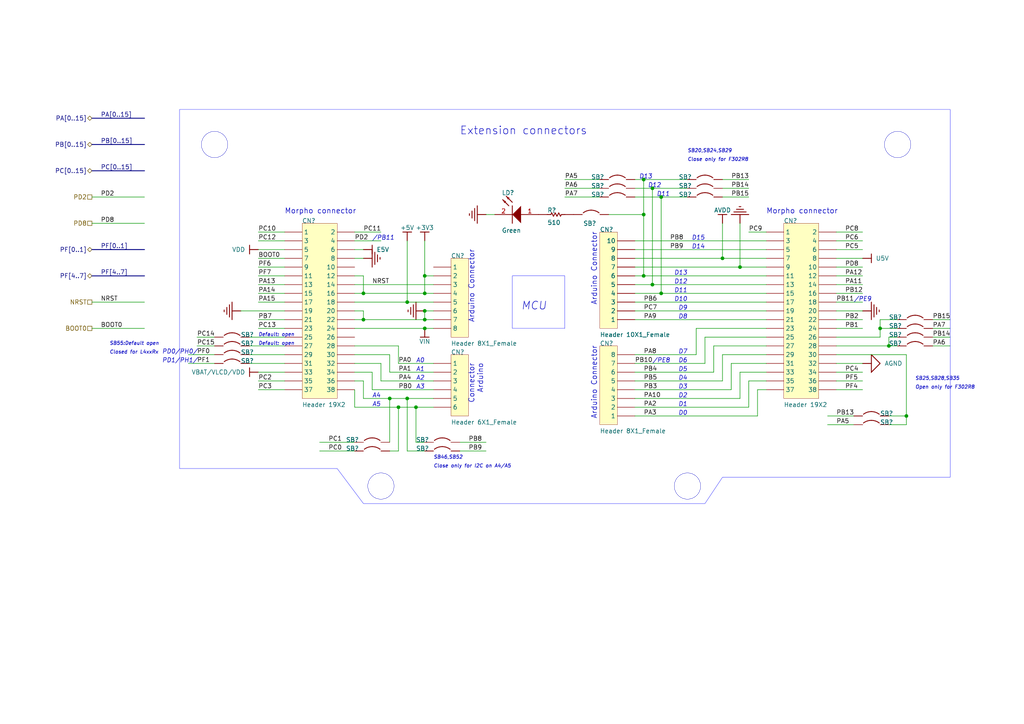
<source format=kicad_sch>
(kicad_sch
	(version 20250114)
	(generator "eeschema")
	(generator_version "9.0")
	(uuid "866c2482-f7d6-42f9-bc8a-3b873c65acab")
	(paper "A4")
	(lib_symbols
		(symbol "Project_Overview-altium-import:+3V3_BAR"
			(power)
			(exclude_from_sim no)
			(in_bom yes)
			(on_board yes)
			(property "Reference" "#PWR"
				(at 0 0 0)
				(effects
					(font
						(size 1.27 1.27)
					)
				)
			)
			(property "Value" "+3V3"
				(at 0 3.81 0)
				(effects
					(font
						(size 1.27 1.27)
					)
				)
			)
			(property "Footprint" ""
				(at 0 0 0)
				(effects
					(font
						(size 1.27 1.27)
					)
					(hide yes)
				)
			)
			(property "Datasheet" ""
				(at 0 0 0)
				(effects
					(font
						(size 1.27 1.27)
					)
					(hide yes)
				)
			)
			(property "Description" "Power symbol creates a global label with name '+3V3'"
				(at 0 0 0)
				(effects
					(font
						(size 1.27 1.27)
					)
					(hide yes)
				)
			)
			(property "ki_keywords" "power-flag"
				(at 0 0 0)
				(effects
					(font
						(size 1.27 1.27)
					)
					(hide yes)
				)
			)
			(symbol "+3V3_BAR_0_0"
				(polyline
					(pts
						(xy -1.27 -2.54) (xy 1.27 -2.54)
					)
					(stroke
						(width 0.254)
						(type solid)
					)
					(fill
						(type none)
					)
				)
				(polyline
					(pts
						(xy 0 0) (xy 0 -2.54)
					)
					(stroke
						(width 0.254)
						(type solid)
					)
					(fill
						(type none)
					)
				)
				(pin power_in line
					(at 0 0 0)
					(length 0)
					(hide yes)
					(name "+3V3"
						(effects
							(font
								(size 1.27 1.27)
							)
						)
					)
					(number ""
						(effects
							(font
								(size 1.27 1.27)
							)
						)
					)
				)
			)
			(embedded_fonts no)
		)
		(symbol "Project_Overview-altium-import:+5V_BAR"
			(power)
			(exclude_from_sim no)
			(in_bom yes)
			(on_board yes)
			(property "Reference" "#PWR"
				(at 0 0 0)
				(effects
					(font
						(size 1.27 1.27)
					)
				)
			)
			(property "Value" "+5V"
				(at 0 3.81 0)
				(effects
					(font
						(size 1.27 1.27)
					)
				)
			)
			(property "Footprint" ""
				(at 0 0 0)
				(effects
					(font
						(size 1.27 1.27)
					)
					(hide yes)
				)
			)
			(property "Datasheet" ""
				(at 0 0 0)
				(effects
					(font
						(size 1.27 1.27)
					)
					(hide yes)
				)
			)
			(property "Description" "Power symbol creates a global label with name '+5V'"
				(at 0 0 0)
				(effects
					(font
						(size 1.27 1.27)
					)
					(hide yes)
				)
			)
			(property "ki_keywords" "power-flag"
				(at 0 0 0)
				(effects
					(font
						(size 1.27 1.27)
					)
					(hide yes)
				)
			)
			(symbol "+5V_BAR_0_0"
				(polyline
					(pts
						(xy -1.27 -2.54) (xy 1.27 -2.54)
					)
					(stroke
						(width 0.254)
						(type solid)
					)
					(fill
						(type none)
					)
				)
				(polyline
					(pts
						(xy 0 0) (xy 0 -2.54)
					)
					(stroke
						(width 0.254)
						(type solid)
					)
					(fill
						(type none)
					)
				)
				(pin power_in line
					(at 0 0 0)
					(length 0)
					(hide yes)
					(name "+5V"
						(effects
							(font
								(size 1.27 1.27)
							)
						)
					)
					(number ""
						(effects
							(font
								(size 1.27 1.27)
							)
						)
					)
				)
			)
			(embedded_fonts no)
		)
		(symbol "Project_Overview-altium-import:AGND_SIGNAL_GROUND"
			(power)
			(exclude_from_sim no)
			(in_bom yes)
			(on_board yes)
			(property "Reference" "#PWR"
				(at 0 0 0)
				(effects
					(font
						(size 1.27 1.27)
					)
				)
			)
			(property "Value" "AGND"
				(at 0 6.35 0)
				(effects
					(font
						(size 1.27 1.27)
					)
				)
			)
			(property "Footprint" ""
				(at 0 0 0)
				(effects
					(font
						(size 1.27 1.27)
					)
					(hide yes)
				)
			)
			(property "Datasheet" ""
				(at 0 0 0)
				(effects
					(font
						(size 1.27 1.27)
					)
					(hide yes)
				)
			)
			(property "Description" "Power symbol creates a global label with name 'AGND'"
				(at 0 0 0)
				(effects
					(font
						(size 1.27 1.27)
					)
					(hide yes)
				)
			)
			(property "ki_keywords" "power-flag"
				(at 0 0 0)
				(effects
					(font
						(size 1.27 1.27)
					)
					(hide yes)
				)
			)
			(symbol "AGND_SIGNAL_GROUND_0_0"
				(polyline
					(pts
						(xy -2.54 -2.54) (xy 2.54 -2.54) (xy 0 -5.08) (xy -2.54 -2.54)
					)
					(stroke
						(width 0.254)
						(type solid)
					)
					(fill
						(type none)
					)
				)
				(polyline
					(pts
						(xy 0 0) (xy 0 -2.54)
					)
					(stroke
						(width 0.254)
						(type solid)
					)
					(fill
						(type none)
					)
				)
				(pin power_in line
					(at 0 0 0)
					(length 0)
					(hide yes)
					(name "AGND"
						(effects
							(font
								(size 1.27 1.27)
							)
						)
					)
					(number ""
						(effects
							(font
								(size 1.27 1.27)
							)
						)
					)
				)
			)
			(embedded_fonts no)
		)
		(symbol "Project_Overview-altium-import:AVDD_BAR"
			(power)
			(exclude_from_sim no)
			(in_bom yes)
			(on_board yes)
			(property "Reference" "#PWR"
				(at 0 0 0)
				(effects
					(font
						(size 1.27 1.27)
					)
				)
			)
			(property "Value" "AVDD"
				(at 0 3.81 0)
				(effects
					(font
						(size 1.27 1.27)
					)
				)
			)
			(property "Footprint" ""
				(at 0 0 0)
				(effects
					(font
						(size 1.27 1.27)
					)
					(hide yes)
				)
			)
			(property "Datasheet" ""
				(at 0 0 0)
				(effects
					(font
						(size 1.27 1.27)
					)
					(hide yes)
				)
			)
			(property "Description" "Power symbol creates a global label with name 'AVDD'"
				(at 0 0 0)
				(effects
					(font
						(size 1.27 1.27)
					)
					(hide yes)
				)
			)
			(property "ki_keywords" "power-flag"
				(at 0 0 0)
				(effects
					(font
						(size 1.27 1.27)
					)
					(hide yes)
				)
			)
			(symbol "AVDD_BAR_0_0"
				(polyline
					(pts
						(xy -1.27 -2.54) (xy 1.27 -2.54)
					)
					(stroke
						(width 0.254)
						(type solid)
					)
					(fill
						(type none)
					)
				)
				(polyline
					(pts
						(xy 0 0) (xy 0 -2.54)
					)
					(stroke
						(width 0.254)
						(type solid)
					)
					(fill
						(type none)
					)
				)
				(pin power_in line
					(at 0 0 0)
					(length 0)
					(hide yes)
					(name "AVDD"
						(effects
							(font
								(size 1.27 1.27)
							)
						)
					)
					(number ""
						(effects
							(font
								(size 1.27 1.27)
							)
						)
					)
				)
			)
			(embedded_fonts no)
		)
		(symbol "Project_Overview-altium-import:E5V_BAR"
			(power)
			(exclude_from_sim no)
			(in_bom yes)
			(on_board yes)
			(property "Reference" "#PWR"
				(at 0 0 0)
				(effects
					(font
						(size 1.27 1.27)
					)
				)
			)
			(property "Value" "E5V"
				(at 0 3.81 0)
				(effects
					(font
						(size 1.27 1.27)
					)
				)
			)
			(property "Footprint" ""
				(at 0 0 0)
				(effects
					(font
						(size 1.27 1.27)
					)
					(hide yes)
				)
			)
			(property "Datasheet" ""
				(at 0 0 0)
				(effects
					(font
						(size 1.27 1.27)
					)
					(hide yes)
				)
			)
			(property "Description" "Power symbol creates a global label with name 'E5V'"
				(at 0 0 0)
				(effects
					(font
						(size 1.27 1.27)
					)
					(hide yes)
				)
			)
			(property "ki_keywords" "power-flag"
				(at 0 0 0)
				(effects
					(font
						(size 1.27 1.27)
					)
					(hide yes)
				)
			)
			(symbol "E5V_BAR_0_0"
				(polyline
					(pts
						(xy -1.27 -2.54) (xy 1.27 -2.54)
					)
					(stroke
						(width 0.254)
						(type solid)
					)
					(fill
						(type none)
					)
				)
				(polyline
					(pts
						(xy 0 0) (xy 0 -2.54)
					)
					(stroke
						(width 0.254)
						(type solid)
					)
					(fill
						(type none)
					)
				)
				(pin power_in line
					(at 0 0 0)
					(length 0)
					(hide yes)
					(name "E5V"
						(effects
							(font
								(size 1.27 1.27)
							)
						)
					)
					(number ""
						(effects
							(font
								(size 1.27 1.27)
							)
						)
					)
				)
			)
			(embedded_fonts no)
		)
		(symbol "Project_Overview-altium-import:GND_POWER_GROUND"
			(power)
			(exclude_from_sim no)
			(in_bom yes)
			(on_board yes)
			(property "Reference" "#PWR"
				(at 0 0 0)
				(effects
					(font
						(size 1.27 1.27)
					)
				)
			)
			(property "Value" "GND"
				(at 0 6.35 0)
				(effects
					(font
						(size 1.27 1.27)
					)
				)
			)
			(property "Footprint" ""
				(at 0 0 0)
				(effects
					(font
						(size 1.27 1.27)
					)
					(hide yes)
				)
			)
			(property "Datasheet" ""
				(at 0 0 0)
				(effects
					(font
						(size 1.27 1.27)
					)
					(hide yes)
				)
			)
			(property "Description" "Power symbol creates a global label with name 'GND'"
				(at 0 0 0)
				(effects
					(font
						(size 1.27 1.27)
					)
					(hide yes)
				)
			)
			(property "ki_keywords" "power-flag"
				(at 0 0 0)
				(effects
					(font
						(size 1.27 1.27)
					)
					(hide yes)
				)
			)
			(symbol "GND_POWER_GROUND_0_0"
				(polyline
					(pts
						(xy -2.54 -2.54) (xy 2.54 -2.54)
					)
					(stroke
						(width 0.254)
						(type solid)
					)
					(fill
						(type none)
					)
				)
				(polyline
					(pts
						(xy -1.778 -3.302) (xy 1.778 -3.302)
					)
					(stroke
						(width 0.254)
						(type solid)
					)
					(fill
						(type none)
					)
				)
				(polyline
					(pts
						(xy -1.016 -4.064) (xy 1.016 -4.064)
					)
					(stroke
						(width 0.254)
						(type solid)
					)
					(fill
						(type none)
					)
				)
				(polyline
					(pts
						(xy -0.254 -4.826) (xy 0.254 -4.826)
					)
					(stroke
						(width 0.254)
						(type solid)
					)
					(fill
						(type none)
					)
				)
				(polyline
					(pts
						(xy 0 0) (xy 0 -2.54)
					)
					(stroke
						(width 0.254)
						(type solid)
					)
					(fill
						(type none)
					)
				)
				(pin power_in line
					(at 0 0 0)
					(length 0)
					(hide yes)
					(name "GND"
						(effects
							(font
								(size 1.27 1.27)
							)
						)
					)
					(number ""
						(effects
							(font
								(size 1.27 1.27)
							)
						)
					)
				)
			)
			(embedded_fonts no)
		)
		(symbol "Project_Overview-altium-import:U5V_BAR"
			(power)
			(exclude_from_sim no)
			(in_bom yes)
			(on_board yes)
			(property "Reference" "#PWR"
				(at 0 0 0)
				(effects
					(font
						(size 1.27 1.27)
					)
				)
			)
			(property "Value" "U5V"
				(at 0 3.81 0)
				(effects
					(font
						(size 1.27 1.27)
					)
				)
			)
			(property "Footprint" ""
				(at 0 0 0)
				(effects
					(font
						(size 1.27 1.27)
					)
					(hide yes)
				)
			)
			(property "Datasheet" ""
				(at 0 0 0)
				(effects
					(font
						(size 1.27 1.27)
					)
					(hide yes)
				)
			)
			(property "Description" "Power symbol creates a global label with name 'U5V'"
				(at 0 0 0)
				(effects
					(font
						(size 1.27 1.27)
					)
					(hide yes)
				)
			)
			(property "ki_keywords" "power-flag"
				(at 0 0 0)
				(effects
					(font
						(size 1.27 1.27)
					)
					(hide yes)
				)
			)
			(symbol "U5V_BAR_0_0"
				(polyline
					(pts
						(xy -1.27 -2.54) (xy 1.27 -2.54)
					)
					(stroke
						(width 0.254)
						(type solid)
					)
					(fill
						(type none)
					)
				)
				(polyline
					(pts
						(xy 0 0) (xy 0 -2.54)
					)
					(stroke
						(width 0.254)
						(type solid)
					)
					(fill
						(type none)
					)
				)
				(pin power_in line
					(at 0 0 0)
					(length 0)
					(hide yes)
					(name "U5V"
						(effects
							(font
								(size 1.27 1.27)
							)
						)
					)
					(number ""
						(effects
							(font
								(size 1.27 1.27)
							)
						)
					)
				)
			)
			(embedded_fonts no)
		)
		(symbol "Project_Overview-altium-import:U_Connectors_0_Circuit Breaker"
			(exclude_from_sim no)
			(in_bom yes)
			(on_board yes)
			(property "Reference" ""
				(at 0 0 0)
				(effects
					(font
						(size 1.27 1.27)
					)
				)
			)
			(property "Value" ""
				(at 0 0 0)
				(effects
					(font
						(size 1.27 1.27)
					)
				)
			)
			(property "Footprint" ""
				(at 0 0 0)
				(effects
					(font
						(size 1.27 1.27)
					)
					(hide yes)
				)
			)
			(property "Datasheet" ""
				(at 0 0 0)
				(effects
					(font
						(size 1.27 1.27)
					)
					(hide yes)
				)
			)
			(property "Description" "Circuit Breaker"
				(at 0 0 0)
				(effects
					(font
						(size 1.27 1.27)
					)
					(hide yes)
				)
			)
			(property "ki_fp_filters" "*JP2_SMD*"
				(at 0 0 0)
				(effects
					(font
						(size 1.27 1.27)
					)
					(hide yes)
				)
			)
			(symbol "U_Connectors_0_Circuit Breaker_1_0"
				(arc
					(start 0.254 -2.032)
					(mid 1.3352 -1.4655)
					(end 2.54 -1.27)
					(stroke
						(width 0.254)
						(type solid)
					)
					(fill
						(type none)
					)
				)
				(arc
					(start 2.54 -1.27)
					(mid 3.7448 -1.4655)
					(end 4.826 -2.032)
					(stroke
						(width 0.254)
						(type solid)
					)
					(fill
						(type none)
					)
				)
				(pin passive line
					(at -2.54 -2.54 0)
					(length 2.54)
					(name "1"
						(effects
							(font
								(size 0 0)
							)
						)
					)
					(number "1"
						(effects
							(font
								(size 0 0)
							)
						)
					)
				)
				(pin passive line
					(at 7.62 -2.54 180)
					(length 2.54)
					(name "2"
						(effects
							(font
								(size 0 0)
							)
						)
					)
					(number "2"
						(effects
							(font
								(size 0 0)
							)
						)
					)
				)
			)
			(embedded_fonts no)
		)
		(symbol "Project_Overview-altium-import:U_Connectors_0_Header 19X2"
			(exclude_from_sim no)
			(in_bom yes)
			(on_board yes)
			(property "Reference" ""
				(at 0 0 0)
				(effects
					(font
						(size 1.27 1.27)
					)
				)
			)
			(property "Value" ""
				(at 0 0 0)
				(effects
					(font
						(size 1.27 1.27)
					)
				)
			)
			(property "Footprint" ""
				(at 0 0 0)
				(effects
					(font
						(size 1.27 1.27)
					)
					(hide yes)
				)
			)
			(property "Datasheet" ""
				(at 0 0 0)
				(effects
					(font
						(size 1.27 1.27)
					)
					(hide yes)
				)
			)
			(property "Description" "Header, 19-Pin, Dual row"
				(at 0 0 0)
				(effects
					(font
						(size 1.27 1.27)
					)
					(hide yes)
				)
			)
			(property "ki_fp_filters" "*2*19P*"
				(at 0 0 0)
				(effects
					(font
						(size 1.27 1.27)
					)
					(hide yes)
				)
			)
			(symbol "U_Connectors_0_Header 19X2_1_0"
				(rectangle
					(start 10.16 0)
					(end 0 -50.8)
					(stroke
						(width 0.0254)
						(type solid)
						(color 128 0 0 1)
					)
					(fill
						(type background)
					)
				)
				(pin passive line
					(at -5.08 -2.54 0)
					(length 5.08)
					(name "1"
						(effects
							(font
								(size 1.27 1.27)
							)
						)
					)
					(number "1"
						(effects
							(font
								(size 0 0)
							)
						)
					)
				)
				(pin passive line
					(at -5.08 -5.08 0)
					(length 5.08)
					(name "3"
						(effects
							(font
								(size 1.27 1.27)
							)
						)
					)
					(number "3"
						(effects
							(font
								(size 0 0)
							)
						)
					)
				)
				(pin passive line
					(at -5.08 -7.62 0)
					(length 5.08)
					(name "5"
						(effects
							(font
								(size 1.27 1.27)
							)
						)
					)
					(number "5"
						(effects
							(font
								(size 0 0)
							)
						)
					)
				)
				(pin passive line
					(at -5.08 -10.16 0)
					(length 5.08)
					(name "7"
						(effects
							(font
								(size 1.27 1.27)
							)
						)
					)
					(number "7"
						(effects
							(font
								(size 0 0)
							)
						)
					)
				)
				(pin passive line
					(at -5.08 -12.7 0)
					(length 5.08)
					(name "9"
						(effects
							(font
								(size 1.27 1.27)
							)
						)
					)
					(number "9"
						(effects
							(font
								(size 0 0)
							)
						)
					)
				)
				(pin passive line
					(at -5.08 -15.24 0)
					(length 5.08)
					(name "11"
						(effects
							(font
								(size 1.27 1.27)
							)
						)
					)
					(number "11"
						(effects
							(font
								(size 0 0)
							)
						)
					)
				)
				(pin passive line
					(at -5.08 -17.78 0)
					(length 5.08)
					(name "13"
						(effects
							(font
								(size 1.27 1.27)
							)
						)
					)
					(number "13"
						(effects
							(font
								(size 0 0)
							)
						)
					)
				)
				(pin passive line
					(at -5.08 -20.32 0)
					(length 5.08)
					(name "15"
						(effects
							(font
								(size 1.27 1.27)
							)
						)
					)
					(number "15"
						(effects
							(font
								(size 0 0)
							)
						)
					)
				)
				(pin passive line
					(at -5.08 -22.86 0)
					(length 5.08)
					(name "17"
						(effects
							(font
								(size 1.27 1.27)
							)
						)
					)
					(number "17"
						(effects
							(font
								(size 0 0)
							)
						)
					)
				)
				(pin passive line
					(at -5.08 -25.4 0)
					(length 5.08)
					(name "19"
						(effects
							(font
								(size 1.27 1.27)
							)
						)
					)
					(number "19"
						(effects
							(font
								(size 0 0)
							)
						)
					)
				)
				(pin passive line
					(at -5.08 -27.94 0)
					(length 5.08)
					(name "21"
						(effects
							(font
								(size 1.27 1.27)
							)
						)
					)
					(number "21"
						(effects
							(font
								(size 0 0)
							)
						)
					)
				)
				(pin passive line
					(at -5.08 -30.48 0)
					(length 5.08)
					(name "23"
						(effects
							(font
								(size 1.27 1.27)
							)
						)
					)
					(number "23"
						(effects
							(font
								(size 0 0)
							)
						)
					)
				)
				(pin passive line
					(at -5.08 -33.02 0)
					(length 5.08)
					(name "25"
						(effects
							(font
								(size 1.27 1.27)
							)
						)
					)
					(number "25"
						(effects
							(font
								(size 0 0)
							)
						)
					)
				)
				(pin passive line
					(at -5.08 -35.56 0)
					(length 5.08)
					(name "27"
						(effects
							(font
								(size 1.27 1.27)
							)
						)
					)
					(number "27"
						(effects
							(font
								(size 0 0)
							)
						)
					)
				)
				(pin passive line
					(at -5.08 -38.1 0)
					(length 5.08)
					(name "29"
						(effects
							(font
								(size 1.27 1.27)
							)
						)
					)
					(number "29"
						(effects
							(font
								(size 0 0)
							)
						)
					)
				)
				(pin passive line
					(at -5.08 -40.64 0)
					(length 5.08)
					(name "31"
						(effects
							(font
								(size 1.27 1.27)
							)
						)
					)
					(number "31"
						(effects
							(font
								(size 0 0)
							)
						)
					)
				)
				(pin passive line
					(at -5.08 -43.18 0)
					(length 5.08)
					(name "33"
						(effects
							(font
								(size 1.27 1.27)
							)
						)
					)
					(number "33"
						(effects
							(font
								(size 0 0)
							)
						)
					)
				)
				(pin passive line
					(at -5.08 -45.72 0)
					(length 5.08)
					(name "35"
						(effects
							(font
								(size 1.27 1.27)
							)
						)
					)
					(number "35"
						(effects
							(font
								(size 0 0)
							)
						)
					)
				)
				(pin passive line
					(at -5.08 -48.26 0)
					(length 5.08)
					(name "37"
						(effects
							(font
								(size 1.27 1.27)
							)
						)
					)
					(number "37"
						(effects
							(font
								(size 0 0)
							)
						)
					)
				)
				(pin passive line
					(at 15.24 -2.54 180)
					(length 5.08)
					(name "2"
						(effects
							(font
								(size 1.27 1.27)
							)
						)
					)
					(number "2"
						(effects
							(font
								(size 0 0)
							)
						)
					)
				)
				(pin passive line
					(at 15.24 -5.08 180)
					(length 5.08)
					(name "4"
						(effects
							(font
								(size 1.27 1.27)
							)
						)
					)
					(number "4"
						(effects
							(font
								(size 0 0)
							)
						)
					)
				)
				(pin passive line
					(at 15.24 -7.62 180)
					(length 5.08)
					(name "6"
						(effects
							(font
								(size 1.27 1.27)
							)
						)
					)
					(number "6"
						(effects
							(font
								(size 0 0)
							)
						)
					)
				)
				(pin passive line
					(at 15.24 -10.16 180)
					(length 5.08)
					(name "8"
						(effects
							(font
								(size 1.27 1.27)
							)
						)
					)
					(number "8"
						(effects
							(font
								(size 0 0)
							)
						)
					)
				)
				(pin passive line
					(at 15.24 -12.7 180)
					(length 5.08)
					(name "10"
						(effects
							(font
								(size 1.27 1.27)
							)
						)
					)
					(number "10"
						(effects
							(font
								(size 0 0)
							)
						)
					)
				)
				(pin passive line
					(at 15.24 -15.24 180)
					(length 5.08)
					(name "12"
						(effects
							(font
								(size 1.27 1.27)
							)
						)
					)
					(number "12"
						(effects
							(font
								(size 0 0)
							)
						)
					)
				)
				(pin passive line
					(at 15.24 -17.78 180)
					(length 5.08)
					(name "14"
						(effects
							(font
								(size 1.27 1.27)
							)
						)
					)
					(number "14"
						(effects
							(font
								(size 0 0)
							)
						)
					)
				)
				(pin passive line
					(at 15.24 -20.32 180)
					(length 5.08)
					(name "16"
						(effects
							(font
								(size 1.27 1.27)
							)
						)
					)
					(number "16"
						(effects
							(font
								(size 0 0)
							)
						)
					)
				)
				(pin passive line
					(at 15.24 -22.86 180)
					(length 5.08)
					(name "18"
						(effects
							(font
								(size 1.27 1.27)
							)
						)
					)
					(number "18"
						(effects
							(font
								(size 0 0)
							)
						)
					)
				)
				(pin passive line
					(at 15.24 -25.4 180)
					(length 5.08)
					(name "20"
						(effects
							(font
								(size 1.27 1.27)
							)
						)
					)
					(number "20"
						(effects
							(font
								(size 0 0)
							)
						)
					)
				)
				(pin passive line
					(at 15.24 -27.94 180)
					(length 5.08)
					(name "22"
						(effects
							(font
								(size 1.27 1.27)
							)
						)
					)
					(number "22"
						(effects
							(font
								(size 0 0)
							)
						)
					)
				)
				(pin passive line
					(at 15.24 -30.48 180)
					(length 5.08)
					(name "24"
						(effects
							(font
								(size 1.27 1.27)
							)
						)
					)
					(number "24"
						(effects
							(font
								(size 0 0)
							)
						)
					)
				)
				(pin passive line
					(at 15.24 -33.02 180)
					(length 5.08)
					(name "26"
						(effects
							(font
								(size 1.27 1.27)
							)
						)
					)
					(number "26"
						(effects
							(font
								(size 0 0)
							)
						)
					)
				)
				(pin passive line
					(at 15.24 -35.56 180)
					(length 5.08)
					(name "28"
						(effects
							(font
								(size 1.27 1.27)
							)
						)
					)
					(number "28"
						(effects
							(font
								(size 0 0)
							)
						)
					)
				)
				(pin passive line
					(at 15.24 -38.1 180)
					(length 5.08)
					(name "30"
						(effects
							(font
								(size 1.27 1.27)
							)
						)
					)
					(number "30"
						(effects
							(font
								(size 0 0)
							)
						)
					)
				)
				(pin passive line
					(at 15.24 -40.64 180)
					(length 5.08)
					(name "32"
						(effects
							(font
								(size 1.27 1.27)
							)
						)
					)
					(number "32"
						(effects
							(font
								(size 0 0)
							)
						)
					)
				)
				(pin passive line
					(at 15.24 -43.18 180)
					(length 5.08)
					(name "34"
						(effects
							(font
								(size 1.27 1.27)
							)
						)
					)
					(number "34"
						(effects
							(font
								(size 0 0)
							)
						)
					)
				)
				(pin passive line
					(at 15.24 -45.72 180)
					(length 5.08)
					(name "36"
						(effects
							(font
								(size 1.27 1.27)
							)
						)
					)
					(number "36"
						(effects
							(font
								(size 0 0)
							)
						)
					)
				)
				(pin passive line
					(at 15.24 -48.26 180)
					(length 5.08)
					(name "38"
						(effects
							(font
								(size 1.27 1.27)
							)
						)
					)
					(number "38"
						(effects
							(font
								(size 0 0)
							)
						)
					)
				)
			)
			(embedded_fonts no)
		)
		(symbol "Project_Overview-altium-import:U_Connectors_0_Header 6X1_Female"
			(exclude_from_sim no)
			(in_bom yes)
			(on_board yes)
			(property "Reference" ""
				(at 0 0 0)
				(effects
					(font
						(size 1.27 1.27)
					)
				)
			)
			(property "Value" ""
				(at 0 0 0)
				(effects
					(font
						(size 1.27 1.27)
					)
				)
			)
			(property "Footprint" ""
				(at 0 0 0)
				(effects
					(font
						(size 1.27 1.27)
					)
					(hide yes)
				)
			)
			(property "Datasheet" ""
				(at 0 0 0)
				(effects
					(font
						(size 1.27 1.27)
					)
					(hide yes)
				)
			)
			(property "Description" "Header, 6-Pin, Single row,female"
				(at 0 0 0)
				(effects
					(font
						(size 1.27 1.27)
					)
					(hide yes)
				)
			)
			(property "ki_fp_filters" "*1*6P_FEMALE*"
				(at 0 0 0)
				(effects
					(font
						(size 1.27 1.27)
					)
					(hide yes)
				)
			)
			(symbol "U_Connectors_0_Header 6X1_Female_1_0"
				(rectangle
					(start 5.08 0)
					(end 0 -17.78)
					(stroke
						(width 0.0254)
						(type solid)
						(color 128 0 0 1)
					)
					(fill
						(type background)
					)
				)
				(pin passive line
					(at -5.08 -2.54 0)
					(length 5.08)
					(name "1"
						(effects
							(font
								(size 1.27 1.27)
							)
						)
					)
					(number "1"
						(effects
							(font
								(size 0 0)
							)
						)
					)
				)
				(pin passive line
					(at -5.08 -5.08 0)
					(length 5.08)
					(name "2"
						(effects
							(font
								(size 1.27 1.27)
							)
						)
					)
					(number "2"
						(effects
							(font
								(size 0 0)
							)
						)
					)
				)
				(pin passive line
					(at -5.08 -7.62 0)
					(length 5.08)
					(name "3"
						(effects
							(font
								(size 1.27 1.27)
							)
						)
					)
					(number "3"
						(effects
							(font
								(size 0 0)
							)
						)
					)
				)
				(pin passive line
					(at -5.08 -10.16 0)
					(length 5.08)
					(name "4"
						(effects
							(font
								(size 1.27 1.27)
							)
						)
					)
					(number "4"
						(effects
							(font
								(size 0 0)
							)
						)
					)
				)
				(pin passive line
					(at -5.08 -12.7 0)
					(length 5.08)
					(name "5"
						(effects
							(font
								(size 1.27 1.27)
							)
						)
					)
					(number "5"
						(effects
							(font
								(size 0 0)
							)
						)
					)
				)
				(pin passive line
					(at -5.08 -15.24 0)
					(length 5.08)
					(name "6"
						(effects
							(font
								(size 1.27 1.27)
							)
						)
					)
					(number "6"
						(effects
							(font
								(size 0 0)
							)
						)
					)
				)
			)
			(embedded_fonts no)
		)
		(symbol "Project_Overview-altium-import:U_Connectors_0_Header 8X1_Female"
			(exclude_from_sim no)
			(in_bom yes)
			(on_board yes)
			(property "Reference" ""
				(at 0 0 0)
				(effects
					(font
						(size 1.27 1.27)
					)
				)
			)
			(property "Value" ""
				(at 0 0 0)
				(effects
					(font
						(size 1.27 1.27)
					)
				)
			)
			(property "Footprint" ""
				(at 0 0 0)
				(effects
					(font
						(size 1.27 1.27)
					)
					(hide yes)
				)
			)
			(property "Datasheet" ""
				(at 0 0 0)
				(effects
					(font
						(size 1.27 1.27)
					)
					(hide yes)
				)
			)
			(property "Description" "Header, 8-Pin, Single row,female"
				(at 0 0 0)
				(effects
					(font
						(size 1.27 1.27)
					)
					(hide yes)
				)
			)
			(property "ki_fp_filters" "*1*8P_FEMALE*"
				(at 0 0 0)
				(effects
					(font
						(size 1.27 1.27)
					)
					(hide yes)
				)
			)
			(symbol "U_Connectors_0_Header 8X1_Female_1_0"
				(rectangle
					(start 5.08 0)
					(end 0 -22.86)
					(stroke
						(width 0.0254)
						(type solid)
						(color 128 0 0 1)
					)
					(fill
						(type background)
					)
				)
				(pin passive line
					(at -5.08 -2.54 0)
					(length 5.08)
					(name "1"
						(effects
							(font
								(size 1.27 1.27)
							)
						)
					)
					(number "1"
						(effects
							(font
								(size 0 0)
							)
						)
					)
				)
				(pin passive line
					(at -5.08 -5.08 0)
					(length 5.08)
					(name "2"
						(effects
							(font
								(size 1.27 1.27)
							)
						)
					)
					(number "2"
						(effects
							(font
								(size 0 0)
							)
						)
					)
				)
				(pin passive line
					(at -5.08 -7.62 0)
					(length 5.08)
					(name "3"
						(effects
							(font
								(size 1.27 1.27)
							)
						)
					)
					(number "3"
						(effects
							(font
								(size 0 0)
							)
						)
					)
				)
				(pin passive line
					(at -5.08 -10.16 0)
					(length 5.08)
					(name "4"
						(effects
							(font
								(size 1.27 1.27)
							)
						)
					)
					(number "4"
						(effects
							(font
								(size 0 0)
							)
						)
					)
				)
				(pin passive line
					(at -5.08 -12.7 0)
					(length 5.08)
					(name "5"
						(effects
							(font
								(size 1.27 1.27)
							)
						)
					)
					(number "5"
						(effects
							(font
								(size 0 0)
							)
						)
					)
				)
				(pin passive line
					(at -5.08 -15.24 0)
					(length 5.08)
					(name "6"
						(effects
							(font
								(size 1.27 1.27)
							)
						)
					)
					(number "6"
						(effects
							(font
								(size 0 0)
							)
						)
					)
				)
				(pin passive line
					(at -5.08 -17.78 0)
					(length 5.08)
					(name "7"
						(effects
							(font
								(size 1.27 1.27)
							)
						)
					)
					(number "7"
						(effects
							(font
								(size 0 0)
							)
						)
					)
				)
				(pin passive line
					(at -5.08 -20.32 0)
					(length 5.08)
					(name "8"
						(effects
							(font
								(size 1.27 1.27)
							)
						)
					)
					(number "8"
						(effects
							(font
								(size 0 0)
							)
						)
					)
				)
			)
			(embedded_fonts no)
		)
		(symbol "Project_Overview-altium-import:U_Connectors_0_mirrored_Circuit Breaker"
			(exclude_from_sim no)
			(in_bom yes)
			(on_board yes)
			(property "Reference" ""
				(at 0 0 0)
				(effects
					(font
						(size 1.27 1.27)
					)
				)
			)
			(property "Value" ""
				(at 0 0 0)
				(effects
					(font
						(size 1.27 1.27)
					)
				)
			)
			(property "Footprint" ""
				(at 0 0 0)
				(effects
					(font
						(size 1.27 1.27)
					)
					(hide yes)
				)
			)
			(property "Datasheet" ""
				(at 0 0 0)
				(effects
					(font
						(size 1.27 1.27)
					)
					(hide yes)
				)
			)
			(property "Description" "Circuit Breaker"
				(at 0 0 0)
				(effects
					(font
						(size 1.27 1.27)
					)
					(hide yes)
				)
			)
			(property "ki_fp_filters" "*JP2_SMD*"
				(at 0 0 0)
				(effects
					(font
						(size 1.27 1.27)
					)
					(hide yes)
				)
			)
			(symbol "U_Connectors_0_mirrored_Circuit Breaker_1_0"
				(arc
					(start -4.826 -2.032)
					(mid -3.7448 -1.4655)
					(end -2.54 -1.27)
					(stroke
						(width 0.254)
						(type solid)
					)
					(fill
						(type none)
					)
				)
				(arc
					(start -2.54 -1.27)
					(mid -1.3352 -1.4655)
					(end -0.254 -2.032)
					(stroke
						(width 0.254)
						(type solid)
					)
					(fill
						(type none)
					)
				)
				(pin passive line
					(at -7.62 -2.54 0)
					(length 2.54)
					(name "2"
						(effects
							(font
								(size 0 0)
							)
						)
					)
					(number "2"
						(effects
							(font
								(size 0 0)
							)
						)
					)
				)
				(pin passive line
					(at 2.54 -2.54 180)
					(length 2.54)
					(name "1"
						(effects
							(font
								(size 0 0)
							)
						)
					)
					(number "1"
						(effects
							(font
								(size 0 0)
							)
						)
					)
				)
			)
			(embedded_fonts no)
		)
		(symbol "Project_Overview-altium-import:U_Connectors_0_mirrored_LED2"
			(exclude_from_sim no)
			(in_bom yes)
			(on_board yes)
			(property "Reference" ""
				(at 0 0 0)
				(effects
					(font
						(size 1.27 1.27)
					)
				)
			)
			(property "Value" ""
				(at 0 0 0)
				(effects
					(font
						(size 1.27 1.27)
					)
				)
			)
			(property "Footprint" ""
				(at 0 0 0)
				(effects
					(font
						(size 1.27 1.27)
					)
					(hide yes)
				)
			)
			(property "Datasheet" ""
				(at 0 0 0)
				(effects
					(font
						(size 1.27 1.27)
					)
					(hide yes)
				)
			)
			(property "Description" "Typical RED, GREEN, YELLOW, AMBER GaAs LED"
				(at 0 0 0)
				(effects
					(font
						(size 1.27 1.27)
					)
					(hide yes)
				)
			)
			(property "ki_fp_filters" "*0603D*"
				(at 0 0 0)
				(effects
					(font
						(size 1.27 1.27)
					)
					(hide yes)
				)
			)
			(symbol "U_Connectors_0_mirrored_LED2_1_0"
				(polyline
					(pts
						(xy -5.334 1.778) (xy -4.318 1.27) (xy -4.826 0.762) (xy -5.334 1.778)
					)
					(stroke
						(width -0.0001)
						(type solid)
					)
					(fill
						(type outline)
					)
				)
				(polyline
					(pts
						(xy -4.318 2.794) (xy -3.302 2.286) (xy -3.81 1.778) (xy -4.318 2.794)
					)
					(stroke
						(width -0.0001)
						(type solid)
					)
					(fill
						(type outline)
					)
				)
				(polyline
					(pts
						(xy -3.556 0) (xy -5.334 1.778)
					)
					(stroke
						(width 0.254)
						(type solid)
					)
					(fill
						(type none)
					)
				)
				(polyline
					(pts
						(xy -2.54 1.016) (xy -4.318 2.794)
					)
					(stroke
						(width 0.254)
						(type solid)
					)
					(fill
						(type none)
					)
				)
				(polyline
					(pts
						(xy -2.54 0) (xy -2.54 -5.08)
					)
					(stroke
						(width 0.254)
						(type solid)
					)
					(fill
						(type none)
					)
				)
				(polyline
					(pts
						(xy 0 -5.08) (xy -2.54 -2.54) (xy 0 0) (xy 0 -5.08)
					)
					(stroke
						(width -0.0001)
						(type solid)
					)
					(fill
						(type outline)
					)
				)
				(pin passive line
					(at -7.62 -2.54 0)
					(length 5.08)
					(name "K"
						(effects
							(font
								(size 0 0)
							)
						)
					)
					(number "2"
						(effects
							(font
								(size 1.27 1.27)
							)
						)
					)
				)
				(pin passive line
					(at 5.08 -2.54 180)
					(length 5.08)
					(name "A"
						(effects
							(font
								(size 0 0)
							)
						)
					)
					(number "1"
						(effects
							(font
								(size 1.27 1.27)
							)
						)
					)
				)
			)
			(embedded_fonts no)
		)
		(symbol "Project_Overview-altium-import:U_Connectors_2_Header 10X1_Female"
			(exclude_from_sim no)
			(in_bom yes)
			(on_board yes)
			(property "Reference" ""
				(at 0 0 0)
				(effects
					(font
						(size 1.27 1.27)
					)
				)
			)
			(property "Value" ""
				(at 0 0 0)
				(effects
					(font
						(size 1.27 1.27)
					)
				)
			)
			(property "Footprint" ""
				(at 0 0 0)
				(effects
					(font
						(size 1.27 1.27)
					)
					(hide yes)
				)
			)
			(property "Datasheet" ""
				(at 0 0 0)
				(effects
					(font
						(size 1.27 1.27)
					)
					(hide yes)
				)
			)
			(property "Description" "Header, 10-Pin, Single row,female"
				(at 0 0 0)
				(effects
					(font
						(size 1.27 1.27)
					)
					(hide yes)
				)
			)
			(property "ki_fp_filters" "*1*10P_FEMALE*"
				(at 0 0 0)
				(effects
					(font
						(size 1.27 1.27)
					)
					(hide yes)
				)
			)
			(symbol "U_Connectors_2_Header 10X1_Female_1_0"
				(rectangle
					(start 0 27.94)
					(end -5.08 0)
					(stroke
						(width 0.0254)
						(type solid)
						(color 128 0 0 1)
					)
					(fill
						(type background)
					)
				)
				(pin passive line
					(at 5.08 25.4 180)
					(length 5.08)
					(name "10"
						(effects
							(font
								(size 1.27 1.27)
							)
						)
					)
					(number "10"
						(effects
							(font
								(size 0 0)
							)
						)
					)
				)
				(pin passive line
					(at 5.08 22.86 180)
					(length 5.08)
					(name "9"
						(effects
							(font
								(size 1.27 1.27)
							)
						)
					)
					(number "9"
						(effects
							(font
								(size 0 0)
							)
						)
					)
				)
				(pin passive line
					(at 5.08 20.32 180)
					(length 5.08)
					(name "8"
						(effects
							(font
								(size 1.27 1.27)
							)
						)
					)
					(number "8"
						(effects
							(font
								(size 0 0)
							)
						)
					)
				)
				(pin passive line
					(at 5.08 17.78 180)
					(length 5.08)
					(name "7"
						(effects
							(font
								(size 1.27 1.27)
							)
						)
					)
					(number "7"
						(effects
							(font
								(size 0 0)
							)
						)
					)
				)
				(pin passive line
					(at 5.08 15.24 180)
					(length 5.08)
					(name "6"
						(effects
							(font
								(size 1.27 1.27)
							)
						)
					)
					(number "6"
						(effects
							(font
								(size 0 0)
							)
						)
					)
				)
				(pin passive line
					(at 5.08 12.7 180)
					(length 5.08)
					(name "5"
						(effects
							(font
								(size 1.27 1.27)
							)
						)
					)
					(number "5"
						(effects
							(font
								(size 0 0)
							)
						)
					)
				)
				(pin passive line
					(at 5.08 10.16 180)
					(length 5.08)
					(name "4"
						(effects
							(font
								(size 1.27 1.27)
							)
						)
					)
					(number "4"
						(effects
							(font
								(size 0 0)
							)
						)
					)
				)
				(pin passive line
					(at 5.08 7.62 180)
					(length 5.08)
					(name "3"
						(effects
							(font
								(size 1.27 1.27)
							)
						)
					)
					(number "3"
						(effects
							(font
								(size 0 0)
							)
						)
					)
				)
				(pin passive line
					(at 5.08 5.08 180)
					(length 5.08)
					(name "2"
						(effects
							(font
								(size 1.27 1.27)
							)
						)
					)
					(number "2"
						(effects
							(font
								(size 0 0)
							)
						)
					)
				)
				(pin passive line
					(at 5.08 2.54 180)
					(length 5.08)
					(name "1"
						(effects
							(font
								(size 1.27 1.27)
							)
						)
					)
					(number "1"
						(effects
							(font
								(size 0 0)
							)
						)
					)
				)
			)
			(embedded_fonts no)
		)
		(symbol "Project_Overview-altium-import:U_Connectors_2_Header 8X1_Female"
			(exclude_from_sim no)
			(in_bom yes)
			(on_board yes)
			(property "Reference" ""
				(at 0 0 0)
				(effects
					(font
						(size 1.27 1.27)
					)
				)
			)
			(property "Value" ""
				(at 0 0 0)
				(effects
					(font
						(size 1.27 1.27)
					)
				)
			)
			(property "Footprint" ""
				(at 0 0 0)
				(effects
					(font
						(size 1.27 1.27)
					)
					(hide yes)
				)
			)
			(property "Datasheet" ""
				(at 0 0 0)
				(effects
					(font
						(size 1.27 1.27)
					)
					(hide yes)
				)
			)
			(property "Description" "Header, 8-Pin, Single row,female"
				(at 0 0 0)
				(effects
					(font
						(size 1.27 1.27)
					)
					(hide yes)
				)
			)
			(property "ki_fp_filters" "*1*8P_FEMALE*"
				(at 0 0 0)
				(effects
					(font
						(size 1.27 1.27)
					)
					(hide yes)
				)
			)
			(symbol "U_Connectors_2_Header 8X1_Female_1_0"
				(rectangle
					(start 0 22.86)
					(end -5.08 0)
					(stroke
						(width 0.0254)
						(type solid)
						(color 128 0 0 1)
					)
					(fill
						(type background)
					)
				)
				(pin passive line
					(at 5.08 20.32 180)
					(length 5.08)
					(name "8"
						(effects
							(font
								(size 1.27 1.27)
							)
						)
					)
					(number "8"
						(effects
							(font
								(size 0 0)
							)
						)
					)
				)
				(pin passive line
					(at 5.08 17.78 180)
					(length 5.08)
					(name "7"
						(effects
							(font
								(size 1.27 1.27)
							)
						)
					)
					(number "7"
						(effects
							(font
								(size 0 0)
							)
						)
					)
				)
				(pin passive line
					(at 5.08 15.24 180)
					(length 5.08)
					(name "6"
						(effects
							(font
								(size 1.27 1.27)
							)
						)
					)
					(number "6"
						(effects
							(font
								(size 0 0)
							)
						)
					)
				)
				(pin passive line
					(at 5.08 12.7 180)
					(length 5.08)
					(name "5"
						(effects
							(font
								(size 1.27 1.27)
							)
						)
					)
					(number "5"
						(effects
							(font
								(size 0 0)
							)
						)
					)
				)
				(pin passive line
					(at 5.08 10.16 180)
					(length 5.08)
					(name "4"
						(effects
							(font
								(size 1.27 1.27)
							)
						)
					)
					(number "4"
						(effects
							(font
								(size 0 0)
							)
						)
					)
				)
				(pin passive line
					(at 5.08 7.62 180)
					(length 5.08)
					(name "3"
						(effects
							(font
								(size 1.27 1.27)
							)
						)
					)
					(number "3"
						(effects
							(font
								(size 0 0)
							)
						)
					)
				)
				(pin passive line
					(at 5.08 5.08 180)
					(length 5.08)
					(name "2"
						(effects
							(font
								(size 1.27 1.27)
							)
						)
					)
					(number "2"
						(effects
							(font
								(size 0 0)
							)
						)
					)
				)
				(pin passive line
					(at 5.08 2.54 180)
					(length 5.08)
					(name "1"
						(effects
							(font
								(size 1.27 1.27)
							)
						)
					)
					(number "1"
						(effects
							(font
								(size 0 0)
							)
						)
					)
				)
			)
			(embedded_fonts no)
		)
		(symbol "Project_Overview-altium-import:U_Connectors_2_Res1_0"
			(exclude_from_sim no)
			(in_bom yes)
			(on_board yes)
			(property "Reference" ""
				(at 0 0 0)
				(effects
					(font
						(size 1.27 1.27)
					)
				)
			)
			(property "Value" ""
				(at 0 0 0)
				(effects
					(font
						(size 1.27 1.27)
					)
				)
			)
			(property "Footprint" ""
				(at 0 0 0)
				(effects
					(font
						(size 1.27 1.27)
					)
					(hide yes)
				)
			)
			(property "Datasheet" ""
				(at 0 0 0)
				(effects
					(font
						(size 1.27 1.27)
					)
					(hide yes)
				)
			)
			(property "Description" "Resistor"
				(at 0 0 0)
				(effects
					(font
						(size 1.27 1.27)
					)
					(hide yes)
				)
			)
			(property "ki_fp_filters" "*0603R*"
				(at 0 0 0)
				(effects
					(font
						(size 1.27 1.27)
					)
					(hide yes)
				)
			)
			(symbol "U_Connectors_2_Res1_0_1_0"
				(polyline
					(pts
						(xy -5.08 2.54) (xy -4.064 2.54) (xy -3.81 3.048) (xy -3.302 2.032) (xy -2.794 3.048) (xy -2.286 2.032)
						(xy -1.778 3.048) (xy -1.27 2.032) (xy -1.016 2.54) (xy 0 2.54)
					)
					(stroke
						(width 0.254)
						(type solid)
					)
					(fill
						(type none)
					)
				)
				(pin passive line
					(at -7.62 2.54 0)
					(length 2.54)
					(name "2"
						(effects
							(font
								(size 0 0)
							)
						)
					)
					(number "2"
						(effects
							(font
								(size 0 0)
							)
						)
					)
				)
				(pin passive line
					(at 2.54 2.54 180)
					(length 2.54)
					(name "1"
						(effects
							(font
								(size 0 0)
							)
						)
					)
					(number "1"
						(effects
							(font
								(size 0 0)
							)
						)
					)
				)
			)
			(embedded_fonts no)
		)
		(symbol "Project_Overview-altium-import:VBAT/VLCD/VDD_BAR"
			(power)
			(exclude_from_sim no)
			(in_bom yes)
			(on_board yes)
			(property "Reference" "#PWR"
				(at 0 0 0)
				(effects
					(font
						(size 1.27 1.27)
					)
				)
			)
			(property "Value" "VBAT/VLCD/VDD"
				(at 0 3.81 0)
				(effects
					(font
						(size 1.27 1.27)
					)
				)
			)
			(property "Footprint" ""
				(at 0 0 0)
				(effects
					(font
						(size 1.27 1.27)
					)
					(hide yes)
				)
			)
			(property "Datasheet" ""
				(at 0 0 0)
				(effects
					(font
						(size 1.27 1.27)
					)
					(hide yes)
				)
			)
			(property "Description" "Power symbol creates a global label with name 'VBAT/VLCD/VDD'"
				(at 0 0 0)
				(effects
					(font
						(size 1.27 1.27)
					)
					(hide yes)
				)
			)
			(property "ki_keywords" "power-flag"
				(at 0 0 0)
				(effects
					(font
						(size 1.27 1.27)
					)
					(hide yes)
				)
			)
			(symbol "VBAT/VLCD/VDD_BAR_0_0"
				(polyline
					(pts
						(xy -1.27 -2.54) (xy 1.27 -2.54)
					)
					(stroke
						(width 0.254)
						(type solid)
					)
					(fill
						(type none)
					)
				)
				(polyline
					(pts
						(xy 0 0) (xy 0 -2.54)
					)
					(stroke
						(width 0.254)
						(type solid)
					)
					(fill
						(type none)
					)
				)
				(pin power_in line
					(at 0 0 0)
					(length 0)
					(hide yes)
					(name "VBAT/VLCD/VDD"
						(effects
							(font
								(size 1.27 1.27)
							)
						)
					)
					(number ""
						(effects
							(font
								(size 1.27 1.27)
							)
						)
					)
				)
			)
			(embedded_fonts no)
		)
		(symbol "Project_Overview-altium-import:VDD_BAR"
			(power)
			(exclude_from_sim no)
			(in_bom yes)
			(on_board yes)
			(property "Reference" "#PWR"
				(at 0 0 0)
				(effects
					(font
						(size 1.27 1.27)
					)
				)
			)
			(property "Value" "VDD"
				(at 0 3.81 0)
				(effects
					(font
						(size 1.27 1.27)
					)
				)
			)
			(property "Footprint" ""
				(at 0 0 0)
				(effects
					(font
						(size 1.27 1.27)
					)
					(hide yes)
				)
			)
			(property "Datasheet" ""
				(at 0 0 0)
				(effects
					(font
						(size 1.27 1.27)
					)
					(hide yes)
				)
			)
			(property "Description" "Power symbol creates a global label with name 'VDD'"
				(at 0 0 0)
				(effects
					(font
						(size 1.27 1.27)
					)
					(hide yes)
				)
			)
			(property "ki_keywords" "power-flag"
				(at 0 0 0)
				(effects
					(font
						(size 1.27 1.27)
					)
					(hide yes)
				)
			)
			(symbol "VDD_BAR_0_0"
				(polyline
					(pts
						(xy -1.27 -2.54) (xy 1.27 -2.54)
					)
					(stroke
						(width 0.254)
						(type solid)
					)
					(fill
						(type none)
					)
				)
				(polyline
					(pts
						(xy 0 0) (xy 0 -2.54)
					)
					(stroke
						(width 0.254)
						(type solid)
					)
					(fill
						(type none)
					)
				)
				(pin power_in line
					(at 0 0 0)
					(length 0)
					(hide yes)
					(name "VDD"
						(effects
							(font
								(size 1.27 1.27)
							)
						)
					)
					(number ""
						(effects
							(font
								(size 1.27 1.27)
							)
						)
					)
				)
			)
			(embedded_fonts no)
		)
		(symbol "Project_Overview-altium-import:VIN_BAR"
			(power)
			(exclude_from_sim no)
			(in_bom yes)
			(on_board yes)
			(property "Reference" "#PWR"
				(at 0 0 0)
				(effects
					(font
						(size 1.27 1.27)
					)
				)
			)
			(property "Value" "VIN"
				(at 0 3.81 0)
				(effects
					(font
						(size 1.27 1.27)
					)
				)
			)
			(property "Footprint" ""
				(at 0 0 0)
				(effects
					(font
						(size 1.27 1.27)
					)
					(hide yes)
				)
			)
			(property "Datasheet" ""
				(at 0 0 0)
				(effects
					(font
						(size 1.27 1.27)
					)
					(hide yes)
				)
			)
			(property "Description" "Power symbol creates a global label with name 'VIN'"
				(at 0 0 0)
				(effects
					(font
						(size 1.27 1.27)
					)
					(hide yes)
				)
			)
			(property "ki_keywords" "power-flag"
				(at 0 0 0)
				(effects
					(font
						(size 1.27 1.27)
					)
					(hide yes)
				)
			)
			(symbol "VIN_BAR_0_0"
				(polyline
					(pts
						(xy -1.27 -2.54) (xy 1.27 -2.54)
					)
					(stroke
						(width 0.254)
						(type solid)
					)
					(fill
						(type none)
					)
				)
				(polyline
					(pts
						(xy 0 0) (xy 0 -2.54)
					)
					(stroke
						(width 0.254)
						(type solid)
					)
					(fill
						(type none)
					)
				)
				(pin power_in line
					(at 0 0 0)
					(length 0)
					(hide yes)
					(name "VIN"
						(effects
							(font
								(size 1.27 1.27)
							)
						)
					)
					(number ""
						(effects
							(font
								(size 1.27 1.27)
							)
						)
					)
				)
			)
			(embedded_fonts no)
		)
	)
	(circle
		(center 260.35 41.91)
		(radius 3.81)
		(stroke
			(width 0.0001)
			(type solid)
		)
		(fill
			(type color)
			(color 255 255 255 1)
		)
		(uuid 0f2f1ca7-aa08-4f87-8c3c-fd1fe2934588)
	)
	(circle
		(center 110.49 140.97)
		(radius 3.81)
		(stroke
			(width 0.0001)
			(type solid)
		)
		(fill
			(type color)
			(color 255 255 255 1)
		)
		(uuid 47907ac3-c6c6-4cfe-b7a1-b543390ffe4c)
	)
	(polyline
		(pts
			(xy 52.07 34.29) (xy 52.07 135.89) (xy 97.79 135.89) (xy 105.41 146.05) (xy 204.47 146.05) (xy 209.55 138.43)
			(xy 275.59 138.43) (xy 275.59 31.75) (xy 52.07 31.75) (xy 52.07 133.35) (xy 52.07 34.29)
		)
		(stroke
			(width 0.0254)
			(type solid)
			(color 0 0 255 1)
		)
		(fill
			(type none)
		)
		(uuid 51e49bf6-4d46-4549-a1a5-e4ac63eacc06)
	)
	(polyline
		(pts
			(xy 148.59 80.01) (xy 148.59 95.25) (xy 163.83 95.25) (xy 163.83 80.01) (xy 148.59 80.01)
		)
		(stroke
			(width 0.0254)
			(type solid)
			(color 0 0 255 1)
		)
		(fill
			(type none)
		)
		(uuid 85b9779f-07a5-4ac3-b818-08fd58e2427a)
	)
	(circle
		(center 62.23 41.91)
		(radius 3.81)
		(stroke
			(width 0.0001)
			(type solid)
		)
		(fill
			(type color)
			(color 255 255 255 1)
		)
		(uuid 86ac78b0-b823-427a-a6bc-359eae96b534)
	)
	(circle
		(center 199.39 140.97)
		(radius 3.81)
		(stroke
			(width 0.0001)
			(type solid)
		)
		(fill
			(type color)
			(color 255 255 255 1)
		)
		(uuid 8a104281-ea63-4637-9c0c-aebbd0bee1f8)
	)
	(text "/PE8"
		(exclude_from_sim no)
		(at 189.23 105.41 0)
		(effects
			(font
				(size 1.27 1.27)
				(italic yes)
			)
			(justify left bottom)
		)
		(uuid "00d0409f-ca4a-4a18-beca-65ed2a54a1b4")
	)
	(text "A5"
		(exclude_from_sim no)
		(at 107.95 118.11 0)
		(effects
			(font
				(size 1.27 1.27)
				(italic yes)
			)
			(justify left bottom)
		)
		(uuid "0e32242f-c792-49c5-8f0f-678435308171")
	)
	(text "D6"
		(exclude_from_sim no)
		(at 199.39 105.41 0)
		(effects
			(font
				(size 1.27 1.27)
				(italic yes)
			)
			(justify right bottom)
		)
		(uuid "0e727e51-da4a-4785-bb5e-d0f5f4504d18")
	)
	(text "/PB11"
		(exclude_from_sim no)
		(at 107.95 69.85 0)
		(effects
			(font
				(size 1.27 1.27)
				(italic yes)
			)
			(justify left bottom)
		)
		(uuid "130daa1d-b225-4676-b8e5-cfa1b848e955")
	)
	(text "Default: open"
		(exclude_from_sim no)
		(at 74.93 100.33 0)
		(effects
			(font
				(size 1.016 1.016)
				(italic yes)
			)
			(justify left bottom)
		)
		(uuid "16781ab9-651f-4946-9d5c-87c1e274df7b")
	)
	(text "A4"
		(exclude_from_sim no)
		(at 107.95 115.57 0)
		(effects
			(font
				(size 1.27 1.27)
				(italic yes)
			)
			(justify left bottom)
		)
		(uuid "1eee74bc-8e5e-41d9-b4b3-8f3a6efd1d7b")
	)
	(text "PD0/PH0/"
		(exclude_from_sim no)
		(at 46.99 102.87 0)
		(effects
			(font
				(size 1.27 1.27)
				(italic yes)
			)
			(justify left bottom)
		)
		(uuid "1fd557aa-c198-47f1-983e-95691caa8e73")
	)
	(text "D12"
		(exclude_from_sim no)
		(at 191.77 54.61 0)
		(effects
			(font
				(size 1.27 1.27)
				(italic yes)
			)
			(justify right bottom)
		)
		(uuid "20586fe0-177d-4ce4-847d-f511ac8764c6")
	)
	(text "D9"
		(exclude_from_sim no)
		(at 199.39 90.17 0)
		(effects
			(font
				(size 1.27 1.27)
				(italic yes)
			)
			(justify right bottom)
		)
		(uuid "254ef9c9-ef1d-48a0-ad7b-1652067ad328")
	)
	(text "Arduino Connector"
		(exclude_from_sim no)
		(at 171.45 67.31 90)
		(effects
			(font
				(size 1.524 1.524)
			)
			(justify right top)
		)
		(uuid "29eab9ea-f1ee-4a3b-bbc4-b5baa611d439")
	)
	(text "D11"
		(exclude_from_sim no)
		(at 199.39 85.09 0)
		(effects
			(font
				(size 1.27 1.27)
				(italic yes)
			)
			(justify right bottom)
		)
		(uuid "3d3b3105-e94a-45e7-8ced-8ecd779e3a86")
	)
	(text "SB20,SB24,SB29"
		(exclude_from_sim no)
		(at 199.39 44.45 0)
		(effects
			(font
				(size 1.016 1.016)
				(italic yes)
			)
			(justify left bottom)
		)
		(uuid "40ed4728-f075-42c0-ad12-b1a07257cf29")
	)
	(text "D13"
		(exclude_from_sim no)
		(at 199.39 80.01 0)
		(effects
			(font
				(size 1.27 1.27)
				(italic yes)
			)
			(justify right bottom)
		)
		(uuid "4718a364-80ac-4a24-be5c-20e99e5cf04f")
	)
	(text "D2"
		(exclude_from_sim no)
		(at 199.39 115.57 0)
		(effects
			(font
				(size 1.27 1.27)
				(italic yes)
			)
			(justify right bottom)
		)
		(uuid "4722567a-25b5-4cb9-9bdb-c627c46cb907")
	)
	(text "D14"
		(exclude_from_sim no)
		(at 204.47 72.39 0)
		(effects
			(font
				(size 1.27 1.27)
				(italic yes)
			)
			(justify right bottom)
		)
		(uuid "4c9f6b57-df57-4d88-85dd-a0d22825c231")
	)
	(text "Arduino"
		(exclude_from_sim no)
		(at 138.43 105.41 90)
		(effects
			(font
				(size 1.524 1.524)
			)
			(justify right top)
		)
		(uuid "508d88a4-95a4-4281-b17a-6db482e12d5c")
	)
	(text "D1"
		(exclude_from_sim no)
		(at 199.39 118.11 0)
		(effects
			(font
				(size 1.27 1.27)
				(italic yes)
			)
			(justify right bottom)
		)
		(uuid "594d4934-5e1f-49c8-8b13-8cda0fe66de5")
	)
	(text "/PE9"
		(exclude_from_sim no)
		(at 247.65 87.63 0)
		(effects
			(font
				(size 1.27 1.27)
				(italic yes)
			)
			(justify left bottom)
		)
		(uuid "5ad8f4a7-5c14-4365-a0be-5176e5292318")
	)
	(text "Connector"
		(exclude_from_sim no)
		(at 135.89 105.41 90)
		(effects
			(font
				(size 1.524 1.524)
			)
			(justify right top)
		)
		(uuid "6293b1eb-fd06-4033-bcc2-278875f69ce2")
	)
	(text "D4"
		(exclude_from_sim no)
		(at 199.39 110.49 0)
		(effects
			(font
				(size 1.27 1.27)
				(italic yes)
			)
			(justify right bottom)
		)
		(uuid "6e265c5d-45c3-4895-8f4a-584b4ed341e3")
	)
	(text "Morpho connector"
		(exclude_from_sim no)
		(at 222.25 62.23 0)
		(effects
			(font
				(size 1.524 1.524)
			)
			(justify left bottom)
		)
		(uuid "706b975a-95b4-4ae2-bf22-edf05f1d8508")
	)
	(text "D13"
		(exclude_from_sim no)
		(at 189.23 52.07 0)
		(effects
			(font
				(size 1.27 1.27)
				(italic yes)
			)
			(justify right bottom)
		)
		(uuid "7ed7be69-6458-4485-80c9-9d4bb44002c7")
	)
	(text "D15"
		(exclude_from_sim no)
		(at 204.47 69.85 0)
		(effects
			(font
				(size 1.27 1.27)
				(italic yes)
			)
			(justify right bottom)
		)
		(uuid "80eda37f-bc5a-48d0-b011-1a9abfbc97bd")
	)
	(text "D11"
		(exclude_from_sim no)
		(at 194.31 57.15 0)
		(effects
			(font
				(size 1.27 1.27)
				(italic yes)
			)
			(justify right bottom)
		)
		(uuid "855c0dd8-272f-4382-8083-53584837eb33")
	)
	(text "Default: open"
		(exclude_from_sim no)
		(at 74.93 97.79 0)
		(effects
			(font
				(size 1.016 1.016)
				(italic yes)
			)
			(justify left bottom)
		)
		(uuid "86d2d60f-89e7-41e7-90c1-75acd121a514")
	)
	(text "MCU"
		(exclude_from_sim no)
		(at 151.13 90.17 0)
		(effects
			(font
				(size 2.286 2.286)
				(italic yes)
			)
			(justify left bottom)
		)
		(uuid "8950e471-be73-4c1a-ae12-f5de74433696")
	)
	(text "Morpho connector"
		(exclude_from_sim no)
		(at 82.55 62.23 0)
		(effects
			(font
				(size 1.524 1.524)
			)
			(justify left bottom)
		)
		(uuid "8ab5ed75-205d-4aca-b9cd-f1e8e4649d44")
	)
	(text "SB25,SB28,SB35"
		(exclude_from_sim no)
		(at 265.43 110.49 0)
		(effects
			(font
				(size 1.016 1.016)
				(italic yes)
			)
			(justify left bottom)
		)
		(uuid "8cb71587-5dce-422e-a00b-23c77569688e")
	)
	(text "D8"
		(exclude_from_sim no)
		(at 199.39 92.71 0)
		(effects
			(font
				(size 1.27 1.27)
				(italic yes)
			)
			(justify right bottom)
		)
		(uuid "8ecb4bfd-bf6f-4de2-839d-4f4504120192")
	)
	(text "D7"
		(exclude_from_sim no)
		(at 199.39 102.87 0)
		(effects
			(font
				(size 1.27 1.27)
				(italic yes)
			)
			(justify right bottom)
		)
		(uuid "8f733ca5-6629-44b7-b72b-ae4a4a5136e3")
	)
	(text "A1"
		(exclude_from_sim no)
		(at 120.65 107.95 0)
		(effects
			(font
				(size 1.27 1.27)
				(italic yes)
			)
			(justify left bottom)
		)
		(uuid "98ebb19f-9b7f-44de-ab16-aeca93a556f4")
	)
	(text "Arduino Connector"
		(exclude_from_sim no)
		(at 135.89 72.39 90)
		(effects
			(font
				(size 1.524 1.524)
			)
			(justify right top)
		)
		(uuid "99d53f93-5871-4124-b981-d67d7e3c5eaf")
	)
	(text "Close only for I2C on A4/A5"
		(exclude_from_sim no)
		(at 125.73 135.89 0)
		(effects
			(font
				(size 1.016 1.016)
				(italic yes)
			)
			(justify left bottom)
		)
		(uuid "a0553d04-f0da-4983-9616-c30cbd6bf598")
	)
	(text "D10"
		(exclude_from_sim no)
		(at 199.39 87.63 0)
		(effects
			(font
				(size 1.27 1.27)
				(italic yes)
			)
			(justify right bottom)
		)
		(uuid "a527cef4-7c30-4d16-b1c9-a2386cdd5cd8")
	)
	(text "D0"
		(exclude_from_sim no)
		(at 199.39 120.65 0)
		(effects
			(font
				(size 1.27 1.27)
				(italic yes)
			)
			(justify right bottom)
		)
		(uuid "a536d8fc-0294-4d72-bb61-9ca6183a45e7")
	)
	(text "Arduino Connector"
		(exclude_from_sim no)
		(at 171.45 100.33 90)
		(effects
			(font
				(size 1.524 1.524)
			)
			(justify right top)
		)
		(uuid "a6049724-576e-419f-873f-7201d72ade4a")
	)
	(text "Close only for F302R8"
		(exclude_from_sim no)
		(at 199.39 46.99 0)
		(effects
			(font
				(size 1.016 1.016)
				(italic yes)
			)
			(justify left bottom)
		)
		(uuid "b3c0f806-393b-4a7a-a285-be66188d73e4")
	)
	(text "A3"
		(exclude_from_sim no)
		(at 120.65 113.03 0)
		(effects
			(font
				(size 1.27 1.27)
				(italic yes)
			)
			(justify left bottom)
		)
		(uuid "b5c72f2c-68e5-48ec-8b36-437d4b0cf5a6")
	)
	(text "A0"
		(exclude_from_sim no)
		(at 120.65 105.41 0)
		(effects
			(font
				(size 1.27 1.27)
				(italic yes)
			)
			(justify left bottom)
		)
		(uuid "b9a71f16-8367-4a48-927b-946891132085")
	)
	(text "PD1/PH1/"
		(exclude_from_sim no)
		(at 46.99 105.41 0)
		(effects
			(font
				(size 1.27 1.27)
				(italic yes)
			)
			(justify left bottom)
		)
		(uuid "ba6c6bd0-72d8-4f47-9935-730afa0485b7")
	)
	(text "A2"
		(exclude_from_sim no)
		(at 120.65 110.49 0)
		(effects
			(font
				(size 1.27 1.27)
				(italic yes)
			)
			(justify left bottom)
		)
		(uuid "bcf25db9-f970-41d2-9c4c-bd14fefbda95")
	)
	(text "D12"
		(exclude_from_sim no)
		(at 199.39 82.55 0)
		(effects
			(font
				(size 1.27 1.27)
				(italic yes)
			)
			(justify right bottom)
		)
		(uuid "c7ed42f1-bc38-42a1-b1e2-da38c21f9385")
	)
	(text "D5"
		(exclude_from_sim no)
		(at 199.39 107.95 0)
		(effects
			(font
				(size 1.27 1.27)
				(italic yes)
			)
			(justify right bottom)
		)
		(uuid "cb69a5da-46d0-455b-af19-fa845b9c1e52")
	)
	(text "Open only for F302R8"
		(exclude_from_sim no)
		(at 265.43 113.03 0)
		(effects
			(font
				(size 1.016 1.016)
				(italic yes)
			)
			(justify left bottom)
		)
		(uuid "cb94ec00-7d2d-4ebd-979d-9d1eff44630a")
	)
	(text "SB46,SB52"
		(exclude_from_sim no)
		(at 125.73 133.35 0)
		(effects
			(font
				(size 1.016 1.016)
				(italic yes)
			)
			(justify left bottom)
		)
		(uuid "cc0e56f5-2b54-448b-87b3-f221a8513b02")
	)
	(text "Closed for L4xxRx"
		(exclude_from_sim no)
		(at 31.75 102.87 0)
		(effects
			(font
				(size 1.016 1.016)
				(italic yes)
			)
			(justify left bottom)
		)
		(uuid "e872c65d-d101-4d46-ba62-2bfedfd4c89d")
	)
	(text "SB55:Default open"
		(exclude_from_sim no)
		(at 31.75 100.33 0)
		(effects
			(font
				(size 1.016 1.016)
				(italic yes)
			)
			(justify left bottom)
		)
		(uuid "e8c9c2dd-be2c-49b3-88aa-3bc275fb42cb")
	)
	(text "D3"
		(exclude_from_sim no)
		(at 199.39 113.03 0)
		(effects
			(font
				(size 1.27 1.27)
				(italic yes)
			)
			(justify right bottom)
		)
		(uuid "eef6556f-5a60-4937-bba6-35f8e2a5cb81")
	)
	(text "Extension connectors"
		(exclude_from_sim no)
		(at 133.35 39.37 0)
		(effects
			(font
				(size 2.286 2.286)
			)
			(justify left bottom)
		)
		(uuid "f2798e1a-d98c-4838-9a6f-66aba8396278")
	)
	(junction
		(at 105.41 92.71)
		(diameter 0)
		(color 0 0 0 0)
		(uuid "114746d2-20f0-4f4d-99e7-3fa7f771902d")
	)
	(junction
		(at 123.19 90.17)
		(diameter 0)
		(color 0 0 0 0)
		(uuid "17c5a4d2-cace-47ab-aa02-e7b3bda8bc1e")
	)
	(junction
		(at 123.19 95.25)
		(diameter 0)
		(color 0 0 0 0)
		(uuid "1e6fa635-35ef-45f4-ba05-b597a95ba22a")
	)
	(junction
		(at 123.19 80.01)
		(diameter 0)
		(color 0 0 0 0)
		(uuid "3b7416b6-36cd-4e48-898c-dad4c5e0ea46")
	)
	(junction
		(at 186.69 62.23)
		(diameter 0)
		(color 0 0 0 0)
		(uuid "4b9241c8-62a4-4f0a-a900-7878b8cc98c3")
	)
	(junction
		(at 123.19 85.09)
		(diameter 0)
		(color 0 0 0 0)
		(uuid "4fbe5425-50b7-4ab1-b807-d601c41aae28")
	)
	(junction
		(at 113.03 115.57)
		(diameter 0)
		(color 0 0 0 0)
		(uuid "5107fb4e-37cb-44eb-9774-384812587401")
	)
	(junction
		(at 255.27 95.25)
		(diameter 0)
		(color 0 0 0 0)
		(uuid "566adf45-0caf-42ea-b4e3-9eb69c418552")
	)
	(junction
		(at 123.19 92.71)
		(diameter 0)
		(color 0 0 0 0)
		(uuid "585d23f9-4b15-4a43-ac26-63252299f10e")
	)
	(junction
		(at 257.81 100.33)
		(diameter 0)
		(color 0 0 0 0)
		(uuid "5d0878cf-13a8-4292-a439-46a646da0a2b")
	)
	(junction
		(at 118.11 115.57)
		(diameter 0)
		(color 0 0 0 0)
		(uuid "637c303f-c551-4f42-9b46-7ea1de786a67")
	)
	(junction
		(at 120.65 118.11)
		(diameter 0)
		(color 0 0 0 0)
		(uuid "6983908e-63af-4539-83ee-d0e6588419b2")
	)
	(junction
		(at 115.57 118.11)
		(diameter 0)
		(color 0 0 0 0)
		(uuid "6f8e1028-90d9-4607-9400-1de6e32f3d01")
	)
	(junction
		(at 105.41 85.09)
		(diameter 0)
		(color 0 0 0 0)
		(uuid "8d087caf-222e-4067-a78d-f2fb80b2e9a3")
	)
	(junction
		(at 189.23 82.55)
		(diameter 0)
		(color 0 0 0 0)
		(uuid "8f9c30ec-dd24-486a-a68b-b0028373aeec")
	)
	(junction
		(at 214.63 77.47)
		(diameter 0)
		(color 0 0 0 0)
		(uuid "a5f0f6a8-65ec-4906-a729-e9ac2ddf3972")
	)
	(junction
		(at 189.23 54.61)
		(diameter 0)
		(color 0 0 0 0)
		(uuid "baf7128c-e31d-493c-918d-031fd9f0e666")
	)
	(junction
		(at 186.69 52.07)
		(diameter 0)
		(color 0 0 0 0)
		(uuid "bb622160-2b97-4adb-a44f-6105765cc337")
	)
	(junction
		(at 186.69 80.01)
		(diameter 0)
		(color 0 0 0 0)
		(uuid "c6b4e2bd-c8b3-4b72-8677-fbbd8db3ba0f")
	)
	(junction
		(at 262.89 120.65)
		(diameter 0)
		(color 0 0 0 0)
		(uuid "d933126f-ab4c-458d-a56a-725e174534b2")
	)
	(junction
		(at 209.55 74.93)
		(diameter 0)
		(color 0 0 0 0)
		(uuid "edb32528-979f-4d72-a9d7-28d6bb879109")
	)
	(junction
		(at 191.77 85.09)
		(diameter 0)
		(color 0 0 0 0)
		(uuid "ee65d768-4339-40c9-95f6-0b3fce9e4649")
	)
	(junction
		(at 191.77 57.15)
		(diameter 0)
		(color 0 0 0 0)
		(uuid "f2263089-d4a9-4266-b7bb-cfe9cea56067")
	)
	(junction
		(at 118.11 87.63)
		(diameter 0)
		(color 0 0 0 0)
		(uuid "f332944a-78fd-4605-8cd0-278daaf4e604")
	)
	(wire
		(pts
			(xy 270.51 92.71) (xy 275.59 92.71)
		)
		(stroke
			(width 0)
			(type default)
		)
		(uuid "013bcfde-c10f-4d83-a3ff-e9fcec41acd8")
	)
	(wire
		(pts
			(xy 54.61 102.87) (xy 62.23 102.87)
		)
		(stroke
			(width 0)
			(type default)
		)
		(uuid "013fa700-00e2-460a-8a3e-9902396bfa5d")
	)
	(wire
		(pts
			(xy 123.19 69.85) (xy 123.19 80.01)
		)
		(stroke
			(width 0)
			(type default)
		)
		(uuid "02c1d50b-a5a6-4d57-8f63-346ca50ea477")
	)
	(wire
		(pts
			(xy 173.99 52.07) (xy 163.83 52.07)
		)
		(stroke
			(width 0)
			(type default)
		)
		(uuid "04ef0641-9353-4c91-9bd2-6ae0182290e4")
	)
	(wire
		(pts
			(xy 74.93 72.39) (xy 82.55 72.39)
		)
		(stroke
			(width 0)
			(type default)
		)
		(uuid "05928436-017f-4547-9813-2f66b8776899")
	)
	(wire
		(pts
			(xy 184.15 69.85) (xy 222.25 69.85)
		)
		(stroke
			(width 0)
			(type default)
		)
		(uuid "05c48659-30a6-4ee5-84cf-53b839aed8ea")
	)
	(wire
		(pts
			(xy 184.15 90.17) (xy 222.25 90.17)
		)
		(stroke
			(width 0)
			(type default)
		)
		(uuid "067abd6c-a3d9-4b82-b1a9-3dc97d375e8c")
	)
	(wire
		(pts
			(xy 184.15 92.71) (xy 222.25 92.71)
		)
		(stroke
			(width 0)
			(type default)
		)
		(uuid "07044710-bc05-4d74-9328-3b374ae43803")
	)
	(wire
		(pts
			(xy 255.27 97.79) (xy 255.27 95.25)
		)
		(stroke
			(width 0)
			(type default)
		)
		(uuid "08ab4b7f-a64c-47cb-96cd-a87c6646b4ba")
	)
	(wire
		(pts
			(xy 113.03 128.27) (xy 113.03 115.57)
		)
		(stroke
			(width 0)
			(type default)
		)
		(uuid "08e90da6-c06a-428d-ad3c-c189ed13ee0c")
	)
	(wire
		(pts
			(xy 102.87 67.31) (xy 110.49 67.31)
		)
		(stroke
			(width 0)
			(type default)
		)
		(uuid "0d4e3127-8fa3-426a-b7a4-a74fb3810edb")
	)
	(wire
		(pts
			(xy 102.87 130.81) (xy 92.71 130.81)
		)
		(stroke
			(width 0)
			(type default)
		)
		(uuid "0d99a1ae-f5e7-4173-8a01-b9e5014fd843")
	)
	(wire
		(pts
			(xy 41.91 64.77) (xy 26.67 64.77)
		)
		(stroke
			(width 0)
			(type default)
		)
		(uuid "0f4f90e0-21dd-4c1f-b93d-4ccd14760b55")
	)
	(wire
		(pts
			(xy 257.81 120.65) (xy 262.89 120.65)
		)
		(stroke
			(width 0)
			(type default)
		)
		(uuid "10601d16-9c62-4757-9235-beff9181dab1")
	)
	(wire
		(pts
			(xy 209.55 74.93) (xy 222.25 74.93)
		)
		(stroke
			(width 0)
			(type default)
		)
		(uuid "11542dea-69ae-4cce-94a3-114f2bf9d806")
	)
	(wire
		(pts
			(xy 242.57 69.85) (xy 250.19 69.85)
		)
		(stroke
			(width 0)
			(type default)
		)
		(uuid "11f7993f-c1ba-4fe1-a07e-5642909bc627")
	)
	(wire
		(pts
			(xy 125.73 118.11) (xy 120.65 118.11)
		)
		(stroke
			(width 0)
			(type default)
		)
		(uuid "123a1966-796f-4446-b176-c04ec13daa1f")
	)
	(wire
		(pts
			(xy 214.63 115.57) (xy 214.63 107.95)
		)
		(stroke
			(width 0)
			(type default)
		)
		(uuid "13f369c0-7ebf-4675-88f9-e1246311f9a3")
	)
	(wire
		(pts
			(xy 184.15 107.95) (xy 207.01 107.95)
		)
		(stroke
			(width 0)
			(type default)
		)
		(uuid "173f1dfb-9e2f-43d3-b74a-e631ff249730")
	)
	(wire
		(pts
			(xy 184.15 52.07) (xy 186.69 52.07)
		)
		(stroke
			(width 0)
			(type default)
		)
		(uuid "1794256e-a2ae-4447-8f6d-86edd1cfc32d")
	)
	(wire
		(pts
			(xy 105.41 115.57) (xy 105.41 110.49)
		)
		(stroke
			(width 0)
			(type default)
		)
		(uuid "17a2366e-8dbe-4cd0-a551-0e963f04c200")
	)
	(wire
		(pts
			(xy 186.69 62.23) (xy 176.53 62.23)
		)
		(stroke
			(width 0)
			(type default)
		)
		(uuid "1dc9a32d-bcdf-44ff-8669-6fb966bb8a33")
	)
	(wire
		(pts
			(xy 125.73 90.17) (xy 123.19 90.17)
		)
		(stroke
			(width 0)
			(type default)
		)
		(uuid "1f2494a2-ab87-466d-b6c5-e4e2b539775e")
	)
	(wire
		(pts
			(xy 207.01 100.33) (xy 222.25 100.33)
		)
		(stroke
			(width 0)
			(type default)
		)
		(uuid "2039524e-c51e-4993-ba1c-10223513040f")
	)
	(wire
		(pts
			(xy 242.57 105.41) (xy 250.19 105.41)
		)
		(stroke
			(width 0)
			(type default)
		)
		(uuid "218ce07f-0dfb-40ab-8874-28fc6781fa1b")
	)
	(wire
		(pts
			(xy 184.15 82.55) (xy 189.23 82.55)
		)
		(stroke
			(width 0)
			(type default)
		)
		(uuid "21a65670-116b-484c-86c1-f99bbd20c5a1")
	)
	(wire
		(pts
			(xy 113.03 130.81) (xy 115.57 130.81)
		)
		(stroke
			(width 0)
			(type default)
		)
		(uuid "22d469a2-c1bf-4037-9b76-b052499869db")
	)
	(wire
		(pts
			(xy 242.57 82.55) (xy 250.19 82.55)
		)
		(stroke
			(width 0)
			(type default)
		)
		(uuid "25b42b67-d4a0-471c-84b4-4cd81bc4f282")
	)
	(wire
		(pts
			(xy 115.57 100.33) (xy 102.87 100.33)
		)
		(stroke
			(width 0)
			(type default)
		)
		(uuid "26511cc3-a535-44db-a381-f635ca01c130")
	)
	(wire
		(pts
			(xy 184.15 57.15) (xy 191.77 57.15)
		)
		(stroke
			(width 0)
			(type default)
		)
		(uuid "270f1f78-f1a2-4177-8b41-78c3eafa0862")
	)
	(wire
		(pts
			(xy 125.73 80.01) (xy 123.19 80.01)
		)
		(stroke
			(width 0)
			(type default)
		)
		(uuid "27ab5f79-5c03-4248-a0f9-3c15518b4ce2")
	)
	(wire
		(pts
			(xy 140.97 130.81) (xy 133.35 130.81)
		)
		(stroke
			(width 0)
			(type default)
		)
		(uuid "28b6901a-ce4b-4970-a72a-175886705a74")
	)
	(wire
		(pts
			(xy 184.15 54.61) (xy 189.23 54.61)
		)
		(stroke
			(width 0)
			(type default)
		)
		(uuid "2a0a54c2-026e-48bf-8929-0d26ba143b5c")
	)
	(wire
		(pts
			(xy 72.39 97.79) (xy 82.55 97.79)
		)
		(stroke
			(width 0)
			(type default)
		)
		(uuid "2b4e9ca4-f044-4c16-b136-dd32f17f49be")
	)
	(wire
		(pts
			(xy 102.87 128.27) (xy 92.71 128.27)
		)
		(stroke
			(width 0)
			(type default)
		)
		(uuid "2bf550d6-c3fa-4d9e-9599-892138f57dc2")
	)
	(wire
		(pts
			(xy 217.17 118.11) (xy 217.17 110.49)
		)
		(stroke
			(width 0)
			(type default)
		)
		(uuid "2bf7a9a6-c8b6-4105-8c6b-0fe25a8ef8f3")
	)
	(wire
		(pts
			(xy 242.57 100.33) (xy 257.81 100.33)
		)
		(stroke
			(width 0)
			(type default)
		)
		(uuid "2ec54a13-2094-4408-ac8d-10d0e0b38527")
	)
	(wire
		(pts
			(xy 247.65 123.19) (xy 240.03 123.19)
		)
		(stroke
			(width 0)
			(type default)
		)
		(uuid "2f79be41-6960-49a5-8b5f-efeac0a56183")
	)
	(wire
		(pts
			(xy 242.57 92.71) (xy 250.19 92.71)
		)
		(stroke
			(width 0)
			(type default)
		)
		(uuid "308609bb-0561-412e-add0-d29c8a0e46a7")
	)
	(wire
		(pts
			(xy 209.55 54.61) (xy 217.17 54.61)
		)
		(stroke
			(width 0)
			(type default)
		)
		(uuid "33a1b719-1ffb-4ae8-8582-a65d8cd14623")
	)
	(wire
		(pts
			(xy 74.93 82.55) (xy 82.55 82.55)
		)
		(stroke
			(width 0)
			(type default)
		)
		(uuid "36621d61-7ebf-4d5a-8b2c-81ed5bc0cd5c")
	)
	(wire
		(pts
			(xy 207.01 107.95) (xy 207.01 100.33)
		)
		(stroke
			(width 0)
			(type default)
		)
		(uuid "3812ad62-c016-48f3-a306-dacab45ca362")
	)
	(wire
		(pts
			(xy 209.55 57.15) (xy 217.17 57.15)
		)
		(stroke
			(width 0)
			(type default)
		)
		(uuid "3e9cc8be-8e60-4c88-9d06-5d3e8fb47a3f")
	)
	(wire
		(pts
			(xy 270.51 100.33) (xy 275.59 100.33)
		)
		(stroke
			(width 0)
			(type default)
		)
		(uuid "3fb34a05-d54b-4c93-a265-7e41df98bf98")
	)
	(wire
		(pts
			(xy 107.95 107.95) (xy 102.87 107.95)
		)
		(stroke
			(width 0)
			(type default)
		)
		(uuid "3fccfa59-013f-459c-8f85-0750e51a07ca")
	)
	(wire
		(pts
			(xy 57.15 100.33) (xy 62.23 100.33)
		)
		(stroke
			(width 0)
			(type default)
		)
		(uuid "4012f77f-498f-4adb-ad5b-0240fcada465")
	)
	(wire
		(pts
			(xy 184.15 118.11) (xy 217.17 118.11)
		)
		(stroke
			(width 0)
			(type default)
		)
		(uuid "4103cfb8-46d9-4b80-9dea-7e23357214ed")
	)
	(wire
		(pts
			(xy 184.15 105.41) (xy 204.47 105.41)
		)
		(stroke
			(width 0)
			(type default)
		)
		(uuid "445773a3-bd54-4483-8f0a-75a929a47b34")
	)
	(wire
		(pts
			(xy 72.39 105.41) (xy 82.55 105.41)
		)
		(stroke
			(width 0)
			(type default)
		)
		(uuid "493ae69c-04cb-4e38-b87d-55d4557e926f")
	)
	(wire
		(pts
			(xy 74.93 77.47) (xy 82.55 77.47)
		)
		(stroke
			(width 0)
			(type default)
		)
		(uuid "4a0faa22-836a-426b-8e4c-7dc6fe6512ff")
	)
	(wire
		(pts
			(xy 125.73 85.09) (xy 123.19 85.09)
		)
		(stroke
			(width 0)
			(type default)
		)
		(uuid "4c215f48-8435-427a-82a7-aac51e8f040f")
	)
	(wire
		(pts
			(xy 255.27 95.25) (xy 255.27 92.71)
		)
		(stroke
			(width 0)
			(type default)
		)
		(uuid "4fac207f-b9d8-477c-bd28-d2d1e0c4a7b1")
	)
	(wire
		(pts
			(xy 257.81 100.33) (xy 257.81 97.79)
		)
		(stroke
			(width 0)
			(type default)
		)
		(uuid "4fb56037-c08b-4d13-827f-1d65c3bd481c")
	)
	(wire
		(pts
			(xy 186.69 62.23) (xy 186.69 52.07)
		)
		(stroke
			(width 0)
			(type default)
		)
		(uuid "525b8d76-aff0-464f-8a9f-dd94792ea26e")
	)
	(wire
		(pts
			(xy 184.15 85.09) (xy 191.77 85.09)
		)
		(stroke
			(width 0)
			(type default)
		)
		(uuid "52b41274-b5ea-4372-b45a-acebf7370312")
	)
	(wire
		(pts
			(xy 242.57 80.01) (xy 250.19 80.01)
		)
		(stroke
			(width 0)
			(type default)
		)
		(uuid "532d6ca4-74ce-49ac-b975-88afc8b47e5b")
	)
	(wire
		(pts
			(xy 110.49 105.41) (xy 102.87 105.41)
		)
		(stroke
			(width 0)
			(type default)
		)
		(uuid "55e1f0cd-d03b-4d40-b6e3-af25dcb90f0a")
	)
	(wire
		(pts
			(xy 242.57 87.63) (xy 250.19 87.63)
		)
		(stroke
			(width 0)
			(type default)
		)
		(uuid "5615683d-dde3-4d35-9cb9-351cea4509aa")
	)
	(wire
		(pts
			(xy 123.19 92.71) (xy 105.41 92.71)
		)
		(stroke
			(width 0)
			(type default)
		)
		(uuid "58a4554f-a4c2-472b-900e-d6bb0fd34b8e")
	)
	(wire
		(pts
			(xy 57.15 97.79) (xy 62.23 97.79)
		)
		(stroke
			(width 0)
			(type default)
		)
		(uuid "5a69948e-cd51-47ab-a3cd-03fc26ba28e2")
	)
	(bus
		(pts
			(xy 26.67 49.53) (xy 41.91 49.53)
		)
		(stroke
			(width 0.254)
			(type default)
		)
		(uuid "5b78f450-0d45-465b-a579-f8d99da1af59")
	)
	(wire
		(pts
			(xy 242.57 85.09) (xy 250.19 85.09)
		)
		(stroke
			(width 0)
			(type default)
		)
		(uuid "5b8b06f0-7dd5-46ce-a0f6-56451714bcce")
	)
	(wire
		(pts
			(xy 217.17 110.49) (xy 222.25 110.49)
		)
		(stroke
			(width 0)
			(type default)
		)
		(uuid "5b948622-4b56-4c4a-81f6-24c2f5b3a04b")
	)
	(wire
		(pts
			(xy 105.41 92.71) (xy 105.41 90.17)
		)
		(stroke
			(width 0)
			(type default)
		)
		(uuid "5c26aef4-813e-485f-b891-c8d1f2f43769")
	)
	(wire
		(pts
			(xy 125.73 113.03) (xy 107.95 113.03)
		)
		(stroke
			(width 0)
			(type default)
		)
		(uuid "5d6a9587-e3d3-4777-8fdb-a5f2cc515c62")
	)
	(wire
		(pts
			(xy 41.91 57.15) (xy 26.67 57.15)
		)
		(stroke
			(width 0)
			(type default)
		)
		(uuid "5de4c6bd-0659-4241-ad6e-68851014e76b")
	)
	(wire
		(pts
			(xy 186.69 80.01) (xy 186.69 62.23)
		)
		(stroke
			(width 0)
			(type default)
		)
		(uuid "627f1aec-864f-4e20-8d96-c988829ea9a3")
	)
	(wire
		(pts
			(xy 201.93 95.25) (xy 222.25 95.25)
		)
		(stroke
			(width 0)
			(type default)
		)
		(uuid "63d09841-8cd4-48c2-a701-677b21b5f93c")
	)
	(wire
		(pts
			(xy 240.03 120.65) (xy 247.65 120.65)
		)
		(stroke
			(width 0)
			(type default)
		)
		(uuid "6734d5ca-1939-4636-a625-547f6c9731c6")
	)
	(wire
		(pts
			(xy 184.15 77.47) (xy 214.63 77.47)
		)
		(stroke
			(width 0)
			(type default)
		)
		(uuid "6747bc14-5005-4c16-afa0-62a6a9c30c0c")
	)
	(wire
		(pts
			(xy 191.77 85.09) (xy 222.25 85.09)
		)
		(stroke
			(width 0)
			(type default)
		)
		(uuid "681f48a3-5306-47bd-96b8-e742bd6e2ec7")
	)
	(wire
		(pts
			(xy 184.15 115.57) (xy 214.63 115.57)
		)
		(stroke
			(width 0)
			(type default)
		)
		(uuid "68b5976a-cc52-4e73-9757-e2ab0e8bb12f")
	)
	(wire
		(pts
			(xy 105.41 110.49) (xy 102.87 110.49)
		)
		(stroke
			(width 0)
			(type default)
		)
		(uuid "69a3f65e-70f9-4710-9bcd-7f4576f52f36")
	)
	(wire
		(pts
			(xy 242.57 113.03) (xy 250.19 113.03)
		)
		(stroke
			(width 0)
			(type default)
		)
		(uuid "6b50e0ff-76a1-46d3-a8af-d19e34311a18")
	)
	(wire
		(pts
			(xy 82.55 87.63) (xy 74.93 87.63)
		)
		(stroke
			(width 0)
			(type default)
		)
		(uuid "6b7dbb37-bc8b-4a3a-b3c8-5728584f6cd6")
	)
	(wire
		(pts
			(xy 125.73 95.25) (xy 123.19 95.25)
		)
		(stroke
			(width 0)
			(type default)
		)
		(uuid "6cea2998-7c13-44f6-8d0c-ecec0bbbb972")
	)
	(wire
		(pts
			(xy 270.51 95.25) (xy 275.59 95.25)
		)
		(stroke
			(width 0)
			(type default)
		)
		(uuid "6d6bf430-a1b5-4c5f-a647-063080d97c6d")
	)
	(wire
		(pts
			(xy 212.09 105.41) (xy 222.25 105.41)
		)
		(stroke
			(width 0)
			(type default)
		)
		(uuid "6d9547a9-f251-4935-98df-d2dca3f63fdc")
	)
	(wire
		(pts
			(xy 242.57 110.49) (xy 250.19 110.49)
		)
		(stroke
			(width 0)
			(type default)
		)
		(uuid "6dacb00f-beca-438b-b1d2-0a76b803f2f8")
	)
	(wire
		(pts
			(xy 184.15 74.93) (xy 209.55 74.93)
		)
		(stroke
			(width 0)
			(type default)
		)
		(uuid "6f18bbc7-10a1-41f6-8d3c-afbb79164004")
	)
	(wire
		(pts
			(xy 74.93 110.49) (xy 82.55 110.49)
		)
		(stroke
			(width 0)
			(type default)
		)
		(uuid "6f2de8ee-31f2-4c99-8b5f-d85a8a08c8e4")
	)
	(wire
		(pts
			(xy 123.19 95.25) (xy 102.87 95.25)
		)
		(stroke
			(width 0)
			(type default)
		)
		(uuid "6f31dd1c-8b21-45bf-b7a1-c74bfd76766c")
	)
	(wire
		(pts
			(xy 201.93 102.87) (xy 201.93 95.25)
		)
		(stroke
			(width 0)
			(type default)
		)
		(uuid "7049f3d1-fc7e-449f-8f8c-61ceea95a901")
	)
	(wire
		(pts
			(xy 26.67 87.63) (xy 41.91 87.63)
		)
		(stroke
			(width 0)
			(type default)
		)
		(uuid "70aa995c-d81b-48df-ad3c-2db26af1ba42")
	)
	(wire
		(pts
			(xy 209.55 74.93) (xy 209.55 64.77)
		)
		(stroke
			(width 0)
			(type default)
		)
		(uuid "713889b4-e7aa-4654-b476-a0c838ce3fe0")
	)
	(wire
		(pts
			(xy 189.23 82.55) (xy 189.23 54.61)
		)
		(stroke
			(width 0)
			(type default)
		)
		(uuid "72ad44c2-b4cd-4173-a7e8-005982a92ea8")
	)
	(wire
		(pts
			(xy 209.55 102.87) (xy 222.25 102.87)
		)
		(stroke
			(width 0)
			(type default)
		)
		(uuid "736f08bf-970d-4bf3-ad8a-931f2e92e0fe")
	)
	(wire
		(pts
			(xy 105.41 74.93) (xy 102.87 74.93)
		)
		(stroke
			(width 0)
			(type default)
		)
		(uuid "7a238b8a-aea3-4fc5-a467-33a8a65e5234")
	)
	(wire
		(pts
			(xy 242.57 102.87) (xy 262.89 102.87)
		)
		(stroke
			(width 0)
			(type default)
		)
		(uuid "7b2a33ca-4628-46f4-8489-a3867304a34f")
	)
	(wire
		(pts
			(xy 257.81 100.33) (xy 260.35 100.33)
		)
		(stroke
			(width 0)
			(type default)
		)
		(uuid "7d932ac8-ead2-4530-97fa-81307260add2")
	)
	(wire
		(pts
			(xy 82.55 92.71) (xy 74.93 92.71)
		)
		(stroke
			(width 0)
			(type default)
		)
		(uuid "7dd30935-fed0-43e0-881b-1e637b68a870")
	)
	(wire
		(pts
			(xy 242.57 74.93) (xy 250.19 74.93)
		)
		(stroke
			(width 0)
			(type default)
		)
		(uuid "82196923-502e-4ea5-ac39-35dba574d062")
	)
	(wire
		(pts
			(xy 102.87 72.39) (xy 105.41 72.39)
		)
		(stroke
			(width 0)
			(type default)
		)
		(uuid "8400a806-8017-47de-a398-255b59c40104")
	)
	(wire
		(pts
			(xy 184.15 120.65) (xy 219.71 120.65)
		)
		(stroke
			(width 0)
			(type default)
		)
		(uuid "85a45690-a9d3-428d-9568-2671fb2d35f8")
	)
	(wire
		(pts
			(xy 242.57 67.31) (xy 250.19 67.31)
		)
		(stroke
			(width 0)
			(type default)
		)
		(uuid "86747629-75f4-4405-886b-755ba127b6a1")
	)
	(wire
		(pts
			(xy 184.15 110.49) (xy 209.55 110.49)
		)
		(stroke
			(width 0)
			(type default)
		)
		(uuid "8c9d9487-b51a-440b-83cb-b2e159ac4b47")
	)
	(wire
		(pts
			(xy 209.55 110.49) (xy 209.55 102.87)
		)
		(stroke
			(width 0)
			(type default)
		)
		(uuid "8e566cad-e076-4604-a73b-2baca2cfdc71")
	)
	(wire
		(pts
			(xy 105.41 80.01) (xy 102.87 80.01)
		)
		(stroke
			(width 0)
			(type default)
		)
		(uuid "8f8a485c-f0ee-4eed-a6db-02d7d550745d")
	)
	(wire
		(pts
			(xy 74.93 85.09) (xy 82.55 85.09)
		)
		(stroke
			(width 0)
			(type default)
		)
		(uuid "909fa0e7-c172-46be-b361-7cd1247fdb16")
	)
	(wire
		(pts
			(xy 191.77 85.09) (xy 191.77 57.15)
		)
		(stroke
			(width 0)
			(type default)
		)
		(uuid "92a6722a-6f77-4378-924d-8f1020a16247")
	)
	(wire
		(pts
			(xy 74.93 74.93) (xy 82.55 74.93)
		)
		(stroke
			(width 0)
			(type default)
		)
		(uuid "9304fadf-d8fa-428e-9fc4-57d80efa1fb2")
	)
	(wire
		(pts
			(xy 242.57 77.47) (xy 250.19 77.47)
		)
		(stroke
			(width 0)
			(type default)
		)
		(uuid "9694ca18-aa0c-4994-9555-52a827401b84")
	)
	(wire
		(pts
			(xy 105.41 92.71) (xy 102.87 92.71)
		)
		(stroke
			(width 0)
			(type default)
		)
		(uuid "9765f1e9-ae33-43dc-9274-bb60eeefe0a8")
	)
	(bus
		(pts
			(xy 26.67 80.01) (xy 41.91 80.01)
		)
		(stroke
			(width 0.254)
			(type default)
		)
		(uuid "97bad2eb-e53d-4999-ba98-2a237142ac49")
	)
	(wire
		(pts
			(xy 184.15 113.03) (xy 212.09 113.03)
		)
		(stroke
			(width 0)
			(type default)
		)
		(uuid "9807f799-37eb-4b28-a89c-6ff8dc7837a5")
	)
	(wire
		(pts
			(xy 260.35 95.25) (xy 255.27 95.25)
		)
		(stroke
			(width 0)
			(type default)
		)
		(uuid "98ed7f7f-3d9b-480c-9d53-b1412b5cda75")
	)
	(wire
		(pts
			(xy 262.89 123.19) (xy 257.81 123.19)
		)
		(stroke
			(width 0)
			(type default)
		)
		(uuid "99b0ac90-b5b5-4843-b5bb-46610b7d1396")
	)
	(wire
		(pts
			(xy 123.19 85.09) (xy 105.41 85.09)
		)
		(stroke
			(width 0)
			(type default)
		)
		(uuid "9a0f37e1-de3e-4711-9df0-ef245e0b131d")
	)
	(wire
		(pts
			(xy 82.55 107.95) (xy 74.93 107.95)
		)
		(stroke
			(width 0)
			(type default)
		)
		(uuid "9b18aa8a-151a-4a45-a6f5-b37be030a891")
	)
	(wire
		(pts
			(xy 105.41 90.17) (xy 102.87 90.17)
		)
		(stroke
			(width 0)
			(type default)
		)
		(uuid "9d6d677c-8802-499c-99e8-3aea0e6037ce")
	)
	(wire
		(pts
			(xy 82.55 95.25) (xy 74.93 95.25)
		)
		(stroke
			(width 0)
			(type default)
		)
		(uuid "9d854bb0-9b26-4ade-a7b9-3f7d4ff89e6e")
	)
	(wire
		(pts
			(xy 262.89 102.87) (xy 262.89 120.65)
		)
		(stroke
			(width 0)
			(type default)
		)
		(uuid "9f2263a9-5c56-446f-ae83-0d38a7abe1cc")
	)
	(wire
		(pts
			(xy 255.27 92.71) (xy 260.35 92.71)
		)
		(stroke
			(width 0)
			(type default)
		)
		(uuid "9f2bbce6-ed12-4bfa-be00-dc76a6527dcb")
	)
	(wire
		(pts
			(xy 186.69 52.07) (xy 199.39 52.07)
		)
		(stroke
			(width 0)
			(type default)
		)
		(uuid "9ff40ee7-70b8-432b-91c2-7f83b0a1b425")
	)
	(wire
		(pts
			(xy 242.57 107.95) (xy 250.19 107.95)
		)
		(stroke
			(width 0)
			(type default)
		)
		(uuid "a2a3c6bd-e7dd-4618-b20f-38fb0def0222")
	)
	(wire
		(pts
			(xy 189.23 82.55) (xy 222.25 82.55)
		)
		(stroke
			(width 0)
			(type default)
		)
		(uuid "a4cf0c89-4f9b-4dd8-bd44-88bcbba0a528")
	)
	(bus
		(pts
			(xy 26.67 41.91) (xy 41.91 41.91)
		)
		(stroke
			(width 0.254)
			(type default)
		)
		(uuid "a5426540-34e8-4f67-98dc-ab03ddfb3d42")
	)
	(wire
		(pts
			(xy 125.73 87.63) (xy 118.11 87.63)
		)
		(stroke
			(width 0)
			(type default)
		)
		(uuid "a9395998-9b38-4a2a-950a-068ec85543d5")
	)
	(wire
		(pts
			(xy 115.57 105.41) (xy 115.57 100.33)
		)
		(stroke
			(width 0)
			(type default)
		)
		(uuid "ab95f1ff-fa8a-4bf5-8a5b-439905143b77")
	)
	(wire
		(pts
			(xy 204.47 97.79) (xy 222.25 97.79)
		)
		(stroke
			(width 0)
			(type default)
		)
		(uuid "ad3eaa9e-eae7-4570-a414-8976808db82b")
	)
	(wire
		(pts
			(xy 125.73 107.95) (xy 113.03 107.95)
		)
		(stroke
			(width 0)
			(type default)
		)
		(uuid "ade1d96a-dfab-43af-8b28-8ba8543ea906")
	)
	(wire
		(pts
			(xy 123.19 90.17) (xy 123.19 92.71)
		)
		(stroke
			(width 0)
			(type default)
		)
		(uuid "af0ec896-3025-4d88-8e6c-e128281b75a8")
	)
	(wire
		(pts
			(xy 184.15 102.87) (xy 201.93 102.87)
		)
		(stroke
			(width 0)
			(type default)
		)
		(uuid "b14a4e21-066a-4756-9d9f-a786b1341341")
	)
	(wire
		(pts
			(xy 118.11 115.57) (xy 113.03 115.57)
		)
		(stroke
			(width 0)
			(type default)
		)
		(uuid "b211910c-0e8f-400a-b69e-45a812baa73d")
	)
	(wire
		(pts
			(xy 270.51 97.79) (xy 275.59 97.79)
		)
		(stroke
			(width 0)
			(type default)
		)
		(uuid "b2ff93b8-84eb-4c09-bd4e-9cbf9fc29f3e")
	)
	(wire
		(pts
			(xy 186.69 80.01) (xy 222.25 80.01)
		)
		(stroke
			(width 0)
			(type default)
		)
		(uuid "b35454f6-339a-415e-9155-112a53538383")
	)
	(wire
		(pts
			(xy 54.61 105.41) (xy 62.23 105.41)
		)
		(stroke
			(width 0)
			(type default)
		)
		(uuid "b5f29554-e7f0-4abb-956b-cb6076a17fd7")
	)
	(wire
		(pts
			(xy 123.19 80.01) (xy 123.19 85.09)
		)
		(stroke
			(width 0)
			(type default)
		)
		(uuid "b5f67ace-7e0e-4a9c-a6ec-6340da89808f")
	)
	(wire
		(pts
			(xy 191.77 57.15) (xy 199.39 57.15)
		)
		(stroke
			(width 0)
			(type default)
		)
		(uuid "b82bf2f6-5690-46ac-bfc4-05de7108924b")
	)
	(wire
		(pts
			(xy 184.15 72.39) (xy 222.25 72.39)
		)
		(stroke
			(width 0)
			(type default)
		)
		(uuid "bbcdf360-b15e-47b4-a00e-2dbac5554d11")
	)
	(wire
		(pts
			(xy 120.65 118.11) (xy 115.57 118.11)
		)
		(stroke
			(width 0)
			(type default)
		)
		(uuid "bc7abe1d-bca2-4615-971b-7356aa8369bc")
	)
	(wire
		(pts
			(xy 110.49 110.49) (xy 110.49 105.41)
		)
		(stroke
			(width 0)
			(type default)
		)
		(uuid "bd8c88a5-8e92-4e7c-ac3b-aedd6290be28")
	)
	(wire
		(pts
			(xy 222.25 67.31) (xy 217.17 67.31)
		)
		(stroke
			(width 0)
			(type default)
		)
		(uuid "bf28c1ab-00df-4b6a-b7d9-7125c07fa4a4")
	)
	(wire
		(pts
			(xy 143.51 62.23) (xy 140.97 62.23)
		)
		(stroke
			(width 0)
			(type default)
		)
		(uuid "c1bd1440-0dd0-48dc-94ba-57f8c1be4db3")
	)
	(wire
		(pts
			(xy 217.17 52.07) (xy 209.55 52.07)
		)
		(stroke
			(width 0)
			(type default)
		)
		(uuid "c2af98b3-4b28-4763-a6a6-8a4721f6514a")
	)
	(wire
		(pts
			(xy 184.15 87.63) (xy 222.25 87.63)
		)
		(stroke
			(width 0)
			(type default)
		)
		(uuid "c2b2fa35-98f2-46ca-ad50-f832d97c1eda")
	)
	(wire
		(pts
			(xy 72.39 100.33) (xy 82.55 100.33)
		)
		(stroke
			(width 0)
			(type default)
		)
		(uuid "c2bca754-5ca4-48d8-8768-b9a7a1857ff9")
	)
	(wire
		(pts
			(xy 214.63 107.95) (xy 222.25 107.95)
		)
		(stroke
			(width 0)
			(type default)
		)
		(uuid "c4a8ad76-ba94-4822-8b07-e1f9419bac40")
	)
	(wire
		(pts
			(xy 184.15 80.01) (xy 186.69 80.01)
		)
		(stroke
			(width 0)
			(type default)
		)
		(uuid "c4aa4939-63ae-48e9-93d2-3c576660c96e")
	)
	(wire
		(pts
			(xy 105.41 85.09) (xy 105.41 80.01)
		)
		(stroke
			(width 0)
			(type default)
		)
		(uuid "c4d7813f-6e3b-413f-af33-fec0d0e316ae")
	)
	(wire
		(pts
			(xy 120.65 128.27) (xy 120.65 118.11)
		)
		(stroke
			(width 0)
			(type default)
		)
		(uuid "c598c16a-6fee-496e-aa76-ee95a6d56b43")
	)
	(wire
		(pts
			(xy 125.73 115.57) (xy 118.11 115.57)
		)
		(stroke
			(width 0)
			(type default)
		)
		(uuid "cf8538da-7dc0-4463-a607-0bf57fea0dca")
	)
	(wire
		(pts
			(xy 140.97 128.27) (xy 133.35 128.27)
		)
		(stroke
			(width 0)
			(type default)
		)
		(uuid "cfd4c42e-1fbf-48fe-8091-f43a90d647bc")
	)
	(wire
		(pts
			(xy 118.11 130.81) (xy 118.11 115.57)
		)
		(stroke
			(width 0)
			(type default)
		)
		(uuid "d11f884a-f63e-4276-8d60-a1131bb00cf2")
	)
	(wire
		(pts
			(xy 189.23 54.61) (xy 199.39 54.61)
		)
		(stroke
			(width 0)
			(type default)
		)
		(uuid "d12bc2cf-dfda-4cdf-8b4e-d1cf6ad69431")
	)
	(wire
		(pts
			(xy 173.99 54.61) (xy 163.83 54.61)
		)
		(stroke
			(width 0)
			(type default)
		)
		(uuid "d1967382-1b75-4efe-bddf-2f98dbb1a95f")
	)
	(wire
		(pts
			(xy 118.11 87.63) (xy 118.11 69.85)
		)
		(stroke
			(width 0)
			(type default)
		)
		(uuid "d26f2ba9-9c62-4dad-a276-dee6cf1bbc84")
	)
	(wire
		(pts
			(xy 113.03 107.95) (xy 113.03 102.87)
		)
		(stroke
			(width 0)
			(type default)
		)
		(uuid "d2a018d4-5e83-4f2e-befe-07d89752d710")
	)
	(wire
		(pts
			(xy 214.63 77.47) (xy 222.25 77.47)
		)
		(stroke
			(width 0)
			(type default)
		)
		(uuid "d5460132-4013-4b14-8d39-9fc212ad6468")
	)
	(wire
		(pts
			(xy 123.19 128.27) (xy 120.65 128.27)
		)
		(stroke
			(width 0)
			(type default)
		)
		(uuid "d6cd9142-604a-4398-8de3-dcdf06d3d2fc")
	)
	(wire
		(pts
			(xy 125.73 92.71) (xy 123.19 92.71)
		)
		(stroke
			(width 0)
			(type default)
		)
		(uuid "d6d1f3e2-cd06-4405-827f-a715352d8643")
	)
	(wire
		(pts
			(xy 113.03 102.87) (xy 102.87 102.87)
		)
		(stroke
			(width 0)
			(type default)
		)
		(uuid "d6e20b8b-477a-4b6b-9e81-60192f1c1fe8")
	)
	(wire
		(pts
			(xy 82.55 102.87) (xy 72.39 102.87)
		)
		(stroke
			(width 0)
			(type default)
		)
		(uuid "d87fb98e-9e8c-46f7-bb70-6ba675a77e69")
	)
	(wire
		(pts
			(xy 26.67 95.25) (xy 41.91 95.25)
		)
		(stroke
			(width 0)
			(type default)
		)
		(uuid "daba49c3-7414-49da-8517-4228a7a9b312")
	)
	(wire
		(pts
			(xy 125.73 82.55) (xy 102.87 82.55)
		)
		(stroke
			(width 0)
			(type default)
		)
		(uuid "db16d54e-cb88-45c1-92f6-d05cd0ac5780")
	)
	(wire
		(pts
			(xy 219.71 120.65) (xy 219.71 113.03)
		)
		(stroke
			(width 0)
			(type default)
		)
		(uuid "dda14486-7a68-46d9-98d3-e60277248f51")
	)
	(wire
		(pts
			(xy 257.81 97.79) (xy 260.35 97.79)
		)
		(stroke
			(width 0)
			(type default)
		)
		(uuid "de1e40ce-2646-466a-b6e8-7f4e4727ecde")
	)
	(wire
		(pts
			(xy 242.57 95.25) (xy 250.19 95.25)
		)
		(stroke
			(width 0)
			(type default)
		)
		(uuid "de897d6d-a19e-498b-a7c2-77e12462ccbd")
	)
	(wire
		(pts
			(xy 125.73 110.49) (xy 110.49 110.49)
		)
		(stroke
			(width 0)
			(type default)
		)
		(uuid "df1b3410-c9c0-4d7b-9e8f-0ededddfa35d")
	)
	(wire
		(pts
			(xy 204.47 105.41) (xy 204.47 97.79)
		)
		(stroke
			(width 0)
			(type default)
		)
		(uuid "e0423237-6845-47d8-bb81-41fdfc95258e")
	)
	(wire
		(pts
			(xy 74.93 80.01) (xy 82.55 80.01)
		)
		(stroke
			(width 0)
			(type default)
		)
		(uuid "e1a0d294-d938-4db5-b03d-657f36f1d4c0")
	)
	(wire
		(pts
			(xy 212.09 113.03) (xy 212.09 105.41)
		)
		(stroke
			(width 0)
			(type default)
		)
		(uuid "e20880ca-395e-41b6-bdd9-b5f1b4c5dbf7")
	)
	(wire
		(pts
			(xy 102.87 118.11) (xy 102.87 113.03)
		)
		(stroke
			(width 0)
			(type default)
		)
		(uuid "e5020131-eeb0-4c83-8fd6-39c9e56ccd90")
	)
	(wire
		(pts
			(xy 74.93 113.03) (xy 82.55 113.03)
		)
		(stroke
			(width 0)
			(type default)
		)
		(uuid "e54d9c28-d494-450e-b4ed-d2a597d63eb9")
	)
	(wire
		(pts
			(xy 102.87 69.85) (xy 110.49 69.85)
		)
		(stroke
			(width 0)
			(type default)
		)
		(uuid "ea8c1bc9-443f-4b57-a692-dcf92df2e772")
	)
	(wire
		(pts
			(xy 69.85 90.17) (xy 82.55 90.17)
		)
		(stroke
			(width 0)
			(type default)
		)
		(uuid "eb3bb888-26a2-4f16-aae8-ae4054692625")
	)
	(wire
		(pts
			(xy 118.11 87.63) (xy 102.87 87.63)
		)
		(stroke
			(width 0)
			(type default)
		)
		(uuid "ebede42d-955d-400b-940f-13e7f80d168c")
	)
	(wire
		(pts
			(xy 214.63 77.47) (xy 214.63 64.77)
		)
		(stroke
			(width 0)
			(type default)
		)
		(uuid "ed6098e7-b141-4452-8706-0054dfa89a3c")
	)
	(wire
		(pts
			(xy 242.57 97.79) (xy 255.27 97.79)
		)
		(stroke
			(width 0)
			(type default)
		)
		(uuid "ee4c5b21-2cda-4a22-a531-7c0604900893")
	)
	(bus
		(pts
			(xy 26.67 34.29) (xy 41.91 34.29)
		)
		(stroke
			(width 0.254)
			(type default)
		)
		(uuid "f030bb6e-0a19-4ed5-a284-5a1c92377565")
	)
	(wire
		(pts
			(xy 125.73 105.41) (xy 115.57 105.41)
		)
		(stroke
			(width 0)
			(type default)
		)
		(uuid "f09a052f-de26-4803-a965-ee859aefd501")
	)
	(wire
		(pts
			(xy 115.57 118.11) (xy 102.87 118.11)
		)
		(stroke
			(width 0)
			(type default)
		)
		(uuid "f11cf983-5739-4997-ad36-22b1e1da028d")
	)
	(wire
		(pts
			(xy 74.93 69.85) (xy 82.55 69.85)
		)
		(stroke
			(width 0)
			(type default)
		)
		(uuid "f12f8e91-8fa2-4474-a5c7-85c35b9d3a05")
	)
	(wire
		(pts
			(xy 105.41 85.09) (xy 102.87 85.09)
		)
		(stroke
			(width 0)
			(type default)
		)
		(uuid "f2ff2195-b7fd-4c6c-8bc2-b38bb08d2dd7")
	)
	(wire
		(pts
			(xy 242.57 72.39) (xy 250.19 72.39)
		)
		(stroke
			(width 0)
			(type default)
		)
		(uuid "f340efb0-2ab6-4a8b-aa1f-09d460a1bde0")
	)
	(wire
		(pts
			(xy 74.93 67.31) (xy 82.55 67.31)
		)
		(stroke
			(width 0)
			(type default)
		)
		(uuid "f36bebe1-9b67-4c02-931b-e9ad1d3e00e9")
	)
	(wire
		(pts
			(xy 113.03 115.57) (xy 105.41 115.57)
		)
		(stroke
			(width 0)
			(type default)
		)
		(uuid "f423aab4-3781-4ddb-8b5b-7e200af6283c")
	)
	(bus
		(pts
			(xy 26.67 72.39) (xy 41.91 72.39)
		)
		(stroke
			(width 0.254)
			(type default)
		)
		(uuid "f75203a4-92c7-417e-a414-a34048ef0315")
	)
	(wire
		(pts
			(xy 262.89 120.65) (xy 262.89 123.19)
		)
		(stroke
			(width 0)
			(type default)
		)
		(uuid "f7c583ba-2bd5-40b3-aa07-0802c7a8edfd")
	)
	(wire
		(pts
			(xy 219.71 113.03) (xy 222.25 113.03)
		)
		(stroke
			(width 0)
			(type default)
		)
		(uuid "f7d85f69-7701-4649-9a1e-1522f204fba1")
	)
	(wire
		(pts
			(xy 115.57 130.81) (xy 115.57 118.11)
		)
		(stroke
			(width 0)
			(type default)
		)
		(uuid "f8427c6a-74f6-43a8-88a6-ef0fbcb2b9b9")
	)
	(wire
		(pts
			(xy 242.57 90.17) (xy 250.19 90.17)
		)
		(stroke
			(width 0)
			(type default)
		)
		(uuid "fafec82d-872a-4bac-ab96-ab41f7308beb")
	)
	(wire
		(pts
			(xy 123.19 130.81) (xy 118.11 130.81)
		)
		(stroke
			(width 0)
			(type default)
		)
		(uuid "fbc3e4b0-d8ad-48fb-be22-878225285b13")
	)
	(wire
		(pts
			(xy 107.95 113.03) (xy 107.95 107.95)
		)
		(stroke
			(width 0)
			(type default)
		)
		(uuid "fcbcc626-f749-46cb-9e04-c00d2ae99b9f")
	)
	(wire
		(pts
			(xy 173.99 57.15) (xy 163.83 57.15)
		)
		(stroke
			(width 0)
			(type default)
		)
		(uuid "fecaa263-78a7-4800-aa07-52c3b351efc1")
	)
	(label "PB2"
		(at 245.11 92.71 0)
		(effects
			(font
				(size 1.27 1.27)
			)
			(justify left bottom)
		)
		(uuid "0109ff45-2d1e-40b9-9e29-950535ef5051")
	)
	(label "PB15"
		(at 212.09 57.15 0)
		(effects
			(font
				(size 1.27 1.27)
			)
			(justify left bottom)
		)
		(uuid "06a6d9a9-f6bf-49ed-868b-8e2243949547")
	)
	(label "PC14"
		(at 57.15 97.79 0)
		(effects
			(font
				(size 1.27 1.27)
			)
			(justify left bottom)
		)
		(uuid "084189f6-0d67-4c48-96dc-2ef480068407")
	)
	(label "PC1"
		(at 95.25 128.27 0)
		(effects
			(font
				(size 1.27 1.27)
			)
			(justify left bottom)
		)
		(uuid "124c864e-5768-4708-a2cc-17f93343e7b2")
	)
	(label "PF5"
		(at 245.11 110.49 0)
		(effects
			(font
				(size 1.27 1.27)
			)
			(justify left bottom)
		)
		(uuid "16cd3aa6-ade5-435f-8da0-68a7abedc170")
	)
	(label "PC7"
		(at 186.69 90.17 0)
		(effects
			(font
				(size 1.27 1.27)
			)
			(justify left bottom)
		)
		(uuid "1b701948-4dc0-4ad1-835d-97d8a3a22565")
	)
	(label "PB13"
		(at 212.09 52.07 0)
		(effects
			(font
				(size 1.27 1.27)
			)
			(justify left bottom)
		)
		(uuid "1e68aa90-d83b-4c2c-b7d7-fd03a093db33")
	)
	(label "PA6"
		(at 163.83 54.61 0)
		(effects
			(font
				(size 1.27 1.27)
			)
			(justify left bottom)
		)
		(uuid "20c41679-bc79-4966-a5eb-3ced1eadb6dc")
	)
	(label "PC0"
		(at 95.25 130.81 0)
		(effects
			(font
				(size 1.27 1.27)
			)
			(justify left bottom)
		)
		(uuid "20c4be0c-ab80-4f88-aba5-6dec1c695e89")
	)
	(label "PB15"
		(at 270.51 92.71 0)
		(effects
			(font
				(size 1.27 1.27)
			)
			(justify left bottom)
		)
		(uuid "22464801-5485-4a75-a7b3-420515891c48")
	)
	(label "PA7"
		(at 163.83 57.15 0)
		(effects
			(font
				(size 1.27 1.27)
			)
			(justify left bottom)
		)
		(uuid "271db738-ed6f-479e-a768-a7f92666c35b")
	)
	(label "PC9"
		(at 217.17 67.31 0)
		(effects
			(font
				(size 1.27 1.27)
			)
			(justify left bottom)
		)
		(uuid "29f9e360-7746-43ce-a834-a3f9f46bd32f")
	)
	(label "PC8"
		(at 245.11 67.31 0)
		(effects
			(font
				(size 1.27 1.27)
			)
			(justify left bottom)
		)
		(uuid "304fbaf7-39d5-451c-8301-bdc66450426b")
	)
	(label "BOOT0"
		(at 74.93 74.93 0)
		(effects
			(font
				(size 1.27 1.27)
			)
			(justify left bottom)
		)
		(uuid "394008df-5719-42fa-a4f5-14f951d1ad67")
	)
	(label "PB14"
		(at 212.09 54.61 0)
		(effects
			(font
				(size 1.27 1.27)
			)
			(justify left bottom)
		)
		(uuid "3b00185c-ea0d-41cf-a3c6-11aa6e52687c")
	)
	(label "PA10"
		(at 186.69 115.57 0)
		(effects
			(font
				(size 1.27 1.27)
			)
			(justify left bottom)
		)
		(uuid "3cb6e347-f0e4-429c-bc16-e3cd198c60b8")
	)
	(label "PC[0..15]"
		(at 29.21 49.53 0)
		(effects
			(font
				(size 1.27 1.27)
			)
			(justify left bottom)
		)
		(uuid "3fb2988b-065a-4e39-b44a-733ce84bd209")
	)
	(label "PA0"
		(at 115.57 105.41 0)
		(effects
			(font
				(size 1.27 1.27)
			)
			(justify left bottom)
		)
		(uuid "464783ad-a9cc-433f-a7ab-a41368e5edad")
	)
	(label "PA11"
		(at 245.11 82.55 0)
		(effects
			(font
				(size 1.27 1.27)
			)
			(justify left bottom)
		)
		(uuid "492901a2-b511-4684-a90f-633a6e676922")
	)
	(label "BOOT0"
		(at 29.21 95.25 0)
		(effects
			(font
				(size 1.27 1.27)
			)
			(justify left bottom)
		)
		(uuid "4b07d4a5-df87-4181-a760-6f284df69bb9")
	)
	(label "PB0"
		(at 115.57 113.03 0)
		(effects
			(font
				(size 1.27 1.27)
			)
			(justify left bottom)
		)
		(uuid "4e820409-6b0e-4e72-925f-413a97703d60")
	)
	(label "PB3"
		(at 186.69 113.03 0)
		(effects
			(font
				(size 1.27 1.27)
			)
			(justify left bottom)
		)
		(uuid "512eedcb-3c34-4423-b413-94fa6474e15f")
	)
	(label "PB13"
		(at 242.57 120.65 0)
		(effects
			(font
				(size 1.27 1.27)
			)
			(justify left bottom)
		)
		(uuid "51a17b8c-0248-4738-ac0f-caabc14a7fd5")
	)
	(label "PB[0..15]"
		(at 29.21 41.91 0)
		(effects
			(font
				(size 1.27 1.27)
			)
			(justify left bottom)
		)
		(uuid "52a96cd7-74a0-4c7b-9328-c1612971df2d")
	)
	(label "PB10"
		(at 184.15 105.41 0)
		(effects
			(font
				(size 1.27 1.27)
			)
			(justify left bottom)
		)
		(uuid "5380b4e9-3f0e-472c-ab12-afd1a605aaa0")
	)
	(label "PA8"
		(at 186.69 102.87 0)
		(effects
			(font
				(size 1.27 1.27)
			)
			(justify left bottom)
		)
		(uuid "5434a809-e4ef-4d5d-af8d-0cb41b0805a7")
	)
	(label "PF7"
		(at 74.93 80.01 0)
		(effects
			(font
				(size 1.27 1.27)
			)
			(justify left bottom)
		)
		(uuid "5783e531-cb85-4574-80d2-a747aa12f7e6")
	)
	(label "PC3"
		(at 74.93 113.03 0)
		(effects
			(font
				(size 1.27 1.27)
			)
			(justify left bottom)
		)
		(uuid "57ac5c33-71fa-49da-9096-a4a829dd8180")
	)
	(label "PB7"
		(at 74.93 92.71 0)
		(effects
			(font
				(size 1.27 1.27)
			)
			(justify left bottom)
		)
		(uuid "583f67aa-ee97-4bdb-9812-0a771d052c2f")
	)
	(label "PB11"
		(at 242.57 87.63 0)
		(effects
			(font
				(size 1.27 1.27)
			)
			(justify left bottom)
		)
		(uuid "587de427-6bcf-4784-a61b-4520fb98b4c1")
	)
	(label "PC13"
		(at 74.93 95.25 0)
		(effects
			(font
				(size 1.27 1.27)
			)
			(justify left bottom)
		)
		(uuid "5b146917-1e1e-410f-8b69-632454fc112a")
	)
	(label "PD8"
		(at 29.21 64.77 0)
		(effects
			(font
				(size 1.27 1.27)
			)
			(justify left bottom)
		)
		(uuid "63a34175-fe38-456b-aec9-cbfea1e3472b")
	)
	(label "PA3"
		(at 186.69 120.65 0)
		(effects
			(font
				(size 1.27 1.27)
			)
			(justify left bottom)
		)
		(uuid "652adb80-786f-41f0-9f2e-fcc730e19519")
	)
	(label "PC2"
		(at 74.93 110.49 0)
		(effects
			(font
				(size 1.27 1.27)
			)
			(justify left bottom)
		)
		(uuid "6534ac82-587e-42ab-9822-0b50e0e60570")
	)
	(label "PB14"
		(at 270.51 97.79 0)
		(effects
			(font
				(size 1.27 1.27)
			)
			(justify left bottom)
		)
		(uuid "65ce52cc-745f-4ee0-8000-e134ce6e8c7a")
	)
	(label "PA13"
		(at 74.93 82.55 0)
		(effects
			(font
				(size 1.27 1.27)
			)
			(justify left bottom)
		)
		(uuid "6691dab0-f0e9-493c-8ac4-91513b1458af")
	)
	(label "PA6"
		(at 270.51 100.33 0)
		(effects
			(font
				(size 1.27 1.27)
			)
			(justify left bottom)
		)
		(uuid "677292d8-1f10-4b01-9919-1a1a4f94e645")
	)
	(label "PC10"
		(at 74.93 67.31 0)
		(effects
			(font
				(size 1.27 1.27)
			)
			(justify left bottom)
		)
		(uuid "6d8c8113-f13b-43f3-a718-0920a9a1dd48")
	)
	(label "PA15"
		(at 74.93 87.63 0)
		(effects
			(font
				(size 1.27 1.27)
			)
			(justify left bottom)
		)
		(uuid "7203d5ee-92fe-4a89-8d4d-227460758136")
	)
	(label "PB6"
		(at 186.69 87.63 0)
		(effects
			(font
				(size 1.27 1.27)
			)
			(justify left bottom)
		)
		(uuid "725676c0-6eb7-49e4-a229-4a0527176f4b")
	)
	(label "PF6"
		(at 74.93 77.47 0)
		(effects
			(font
				(size 1.27 1.27)
			)
			(justify left bottom)
		)
		(uuid "7407c56a-62e3-460b-b0b5-c80a3e04be42")
	)
	(label "PB12"
		(at 245.11 85.09 0)
		(effects
			(font
				(size 1.27 1.27)
			)
			(justify left bottom)
		)
		(uuid "79058863-6b18-42d6-8816-652d06cc8fd5")
	)
	(label "PA1"
		(at 115.57 107.95 0)
		(effects
			(font
				(size 1.27 1.27)
			)
			(justify left bottom)
		)
		(uuid "829db691-f9ce-44fe-9580-60a32f62ac7b")
	)
	(label "PA5"
		(at 242.57 123.19 0)
		(effects
			(font
				(size 1.27 1.27)
			)
			(justify left bottom)
		)
		(uuid "92701704-c0f8-43d1-8ae4-c6514cde3d3d")
	)
	(label "PC6"
		(at 245.11 69.85 0)
		(effects
			(font
				(size 1.27 1.27)
			)
			(justify left bottom)
		)
		(uuid "92ec468b-2de0-4b9d-8bf5-8725a0700b7a")
	)
	(label "PC5"
		(at 245.11 72.39 0)
		(effects
			(font
				(size 1.27 1.27)
			)
			(justify left bottom)
		)
		(uuid "941e8c62-7e9f-41c5-9894-61ec46b27ff9")
	)
	(label "PA7"
		(at 270.51 95.25 0)
		(effects
			(font
				(size 1.27 1.27)
			)
			(justify left bottom)
		)
		(uuid "961dd382-df44-41bf-97b2-1e2dac99493c")
	)
	(label "PA14"
		(at 74.93 85.09 0)
		(effects
			(font
				(size 1.27 1.27)
			)
			(justify left bottom)
		)
		(uuid "a2aab12e-a785-4e66-8482-e039d0ea4495")
	)
	(label "NRST"
		(at 107.95 82.55 0)
		(effects
			(font
				(size 1.27 1.27)
			)
			(justify left bottom)
		)
		(uuid "a775a43c-d936-4a9a-a4de-b170549cb9a5")
	)
	(label "PC12"
		(at 74.93 69.85 0)
		(effects
			(font
				(size 1.27 1.27)
			)
			(justify left bottom)
		)
		(uuid "b2914884-bb0b-42cd-9104-de58df176f9a")
	)
	(label "PB4"
		(at 186.69 107.95 0)
		(effects
			(font
				(size 1.27 1.27)
			)
			(justify left bottom)
		)
		(uuid "b6156cf1-723e-4114-b175-0c53e915539b")
	)
	(label "NRST"
		(at 29.21 87.63 0)
		(effects
			(font
				(size 1.27 1.27)
			)
			(justify left bottom)
		)
		(uuid "ba5b6ff7-5f6b-4efc-80fa-0179b3888540")
	)
	(label "PC4"
		(at 245.11 107.95 0)
		(effects
			(font
				(size 1.27 1.27)
			)
			(justify left bottom)
		)
		(uuid "bb63393e-b7e9-4ec7-9893-153366af52a7")
	)
	(label "PF[4..7]"
		(at 29.21 80.01 0)
		(effects
			(font
				(size 1.27 1.27)
			)
			(justify left bottom)
		)
		(uuid "bd9c199b-0ab8-4d8f-8150-218259b2aa57")
	)
	(label "PB9"
		(at 135.89 130.81 0)
		(effects
			(font
				(size 1.27 1.27)
			)
			(justify left bottom)
		)
		(uuid "c09cc7e7-72b0-4a2b-9c39-3920502e5ebe")
	)
	(label "PC11"
		(at 105.41 67.31 0)
		(effects
			(font
				(size 1.27 1.27)
			)
			(justify left bottom)
		)
		(uuid "c22e4465-87ac-4b31-a8ec-e9601965ac24")
	)
	(label "PD8"
		(at 245.11 77.47 0)
		(effects
			(font
				(size 1.27 1.27)
			)
			(justify left bottom)
		)
		(uuid "c3e64650-da2e-4e9f-bb37-3dc2290e5dfd")
	)
	(label "PA4"
		(at 115.57 110.49 0)
		(effects
			(font
				(size 1.27 1.27)
			)
			(justify left bottom)
		)
		(uuid "c97a6e49-8618-4bd2-aca9-90a51f819b1a")
	)
	(label "PB9"
		(at 194.31 72.39 0)
		(effects
			(font
				(size 1.27 1.27)
			)
			(justify left bottom)
		)
		(uuid "cb8d9213-d802-4850-8330-db3f547569f6")
	)
	(label "PA12"
		(at 245.11 80.01 0)
		(effects
			(font
				(size 1.27 1.27)
			)
			(justify left bottom)
		)
		(uuid "ced54a87-12db-4af6-880c-8c89bbdadb8c")
	)
	(label "PD2"
		(at 102.87 69.85 0)
		(effects
			(font
				(size 1.27 1.27)
			)
			(justify left bottom)
		)
		(uuid "d0bdad26-4f68-4e0a-b8fe-e242f4baa531")
	)
	(label "PF0"
		(at 57.15 102.87 0)
		(effects
			(font
				(size 1.27 1.27)
			)
			(justify left bottom)
		)
		(uuid "d38812d1-e142-4033-a99f-edffd325d183")
	)
	(label "PD2"
		(at 29.21 57.15 0)
		(effects
			(font
				(size 1.27 1.27)
			)
			(justify left bottom)
		)
		(uuid "d746979e-560c-44f9-a449-d0480502aecb")
	)
	(label "PC15"
		(at 57.15 100.33 0)
		(effects
			(font
				(size 1.27 1.27)
			)
			(justify left bottom)
		)
		(uuid "dac8e19a-05c2-4cd6-9c90-7524332678b0")
	)
	(label "PB8"
		(at 194.31 69.85 0)
		(effects
			(font
				(size 1.27 1.27)
			)
			(justify left bottom)
		)
		(uuid "dcb134d1-784b-4b88-8fa6-f4e9aee57143")
	)
	(label "PA2"
		(at 186.69 118.11 0)
		(effects
			(font
				(size 1.27 1.27)
			)
			(justify left bottom)
		)
		(uuid "ddc38106-5eab-4dbe-b3f6-91cccc87bb3f")
	)
	(label "PB1"
		(at 245.11 95.25 0)
		(effects
			(font
				(size 1.27 1.27)
			)
			(justify left bottom)
		)
		(uuid "e2f28595-fecd-423d-bd30-3a627923e2e9")
	)
	(label "PF4"
		(at 245.11 113.03 0)
		(effects
			(font
				(size 1.27 1.27)
			)
			(justify left bottom)
		)
		(uuid "e3618f11-284e-4a2f-862b-74b70aedf714")
	)
	(label "PA9"
		(at 186.69 92.71 0)
		(effects
			(font
				(size 1.27 1.27)
			)
			(justify left bottom)
		)
		(uuid "e4a3e7d2-0979-49ba-a304-622d7c14c4fc")
	)
	(label "PF1"
		(at 57.15 105.41 0)
		(effects
			(font
				(size 1.27 1.27)
			)
			(justify left bottom)
		)
		(uuid "e5fc5e00-2f82-46fd-9877-73db18693f41")
	)
	(label "PA[0..15]"
		(at 29.21 34.29 0)
		(effects
			(font
				(size 1.27 1.27)
			)
			(justify left bottom)
		)
		(uuid "e770f60b-2e17-4bc5-a1d6-7ab2d9cce959")
	)
	(label "PA5"
		(at 163.83 52.07 0)
		(effects
			(font
				(size 1.27 1.27)
			)
			(justify left bottom)
		)
		(uuid "eef52cc8-d2ab-4776-a7a9-83b61745dd05")
	)
	(label "PF[0..1]"
		(at 29.21 72.39 0)
		(effects
			(font
				(size 1.27 1.27)
			)
			(justify left bottom)
		)
		(uuid "f31278a1-7e13-480f-a0da-947daf3c67d2")
	)
	(label "PB5"
		(at 186.69 110.49 0)
		(effects
			(font
				(size 1.27 1.27)
			)
			(justify left bottom)
		)
		(uuid "f68d2c9f-112e-48ed-959e-bde7843a230f")
	)
	(label "PB8"
		(at 135.89 128.27 0)
		(effects
			(font
				(size 1.27 1.27)
			)
			(justify left bottom)
		)
		(uuid "fa4e660a-9a5c-4a31-91c5-d46a8dcccfcb")
	)
	(hierarchical_label "PF[0..1]"
		(shape bidirectional)
		(at 26.67 72.39 180)
		(effects
			(font
				(size 1.27 1.27)
			)
			(justify right)
		)
		(uuid "1b14dc98-7266-4d05-bbb6-222c6d4e3d04")
	)
	(hierarchical_label "NRST"
		(shape passive)
		(at 26.67 87.63 180)
		(effects
			(font
				(size 1.27 1.27)
			)
			(justify right)
		)
		(uuid "1e71afd7-1a1e-4949-bf7f-94f9c6e7dc3d")
	)
	(hierarchical_label "PB[0..15]"
		(shape bidirectional)
		(at 26.67 41.91 180)
		(effects
			(font
				(size 1.27 1.27)
			)
			(justify right)
		)
		(uuid "222133d7-88da-401d-90e3-3b73f8e740cc")
	)
	(hierarchical_label "PC[0..15]"
		(shape bidirectional)
		(at 26.67 49.53 180)
		(effects
			(font
				(size 1.27 1.27)
			)
			(justify right)
		)
		(uuid "26717233-bf8a-4d6e-91c9-76d2b0641162")
	)
	(hierarchical_label "PD2"
		(shape passive)
		(at 26.67 57.15 180)
		(effects
			(font
				(size 1.27 1.27)
			)
			(justify right)
		)
		(uuid "4717d5ba-fc3c-4ec3-85c9-66160a26fcf8")
	)
	(hierarchical_label "PF[4..7]"
		(shape bidirectional)
		(at 26.67 80.01 180)
		(effects
			(font
				(size 1.27 1.27)
			)
			(justify right)
		)
		(uuid "73b566b4-361b-45c7-aaac-94eab1e43341")
	)
	(hierarchical_label "PD8"
		(shape passive)
		(at 26.67 64.77 180)
		(effects
			(font
				(size 1.27 1.27)
			)
			(justify right)
		)
		(uuid "808b7001-60f2-43b1-833f-a4d03ab6ac25")
	)
	(hierarchical_label "PA[0..15]"
		(shape bidirectional)
		(at 26.67 34.29 180)
		(effects
			(font
				(size 1.27 1.27)
			)
			(justify right)
		)
		(uuid "eb9b0385-ff91-4fae-83c2-1f3dae31c575")
	)
	(hierarchical_label "BOOT0"
		(shape passive)
		(at 26.67 95.25 180)
		(effects
			(font
				(size 1.27 1.27)
			)
			(justify right)
		)
		(uuid "f78c4067-811f-4f92-8696-e94c9c727809")
	)
	(symbol
		(lib_id "Project_Overview-altium-import:U_Connectors_0_mirrored_Circuit Breaker")
		(at 267.97 92.71 0)
		(unit 1)
		(exclude_from_sim no)
		(in_bom yes)
		(on_board yes)
		(dnp no)
		(uuid "0cbdb17c-2756-4e7c-9f36-6eb38b3862e3")
		(property "Reference" "SB?"
			(at 257.81 95.25 0)
			(effects
				(font
					(size 1.27 1.27)
				)
				(justify left bottom)
			)
		)
		(property "Value" "Circuit Breaker"
			(at 259.842 93.98 0)
			(effects
				(font
					(size 1.27 1.27)
				)
				(justify left bottom)
				(hide yes)
			)
		)
		(property "Footprint" "JP2_SMD"
			(at 267.97 92.71 0)
			(effects
				(font
					(size 1.27 1.27)
				)
				(hide yes)
			)
		)
		(property "Datasheet" ""
			(at 267.97 92.71 0)
			(effects
				(font
					(size 1.27 1.27)
				)
				(hide yes)
			)
		)
		(property "Description" "Circuit Breaker"
			(at 267.97 92.71 0)
			(effects
				(font
					(size 1.27 1.27)
				)
				(hide yes)
			)
		)
		(property "PUBLISHED" "24-Mar-1999"
			(at 259.842 93.98 0)
			(effects
				(font
					(size 1.27 1.27)
				)
				(justify left bottom)
				(hide yes)
			)
		)
		(property "REVISION" "July-2002: Re-released for DXP Platform."
			(at 259.842 93.98 0)
			(effects
				(font
					(size 1.27 1.27)
				)
				(justify left bottom)
				(hide yes)
			)
		)
		(property "PUBLISHER" "Altium Limited"
			(at 259.842 93.98 0)
			(effects
				(font
					(size 1.27 1.27)
				)
				(justify left bottom)
				(hide yes)
			)
		)
		(property "SOLDER" "NO"
			(at 259.842 93.98 0)
			(effects
				(font
					(size 1.27 1.27)
				)
				(justify left bottom)
				(hide yes)
			)
		)
		(property "Distributor Link" ""
			(at 267.97 92.71 0)
			(effects
				(font
					(size 1.27 1.27)
				)
			)
		)
		(pin "1"
			(uuid "edf14772-175e-4803-8646-d4108093cd40")
		)
		(pin "2"
			(uuid "f27eaec5-8d1b-411c-ac93-b94dd3d4df8b")
		)
		(instances
			(project "Revision01"
				(path "/955cc99e-a129-42cf-abc7-aa99813fdb5f/00000000-0000-0000-0000-00005ea70ac3/dfd3e576-45ac-414e-879c-fe3a4e293d3a/d95c2c22-4412-4afc-9129-04f7fbe3da60"
					(reference "SB?")
					(unit 1)
				)
			)
		)
	)
	(symbol
		(lib_id "Project_Overview-altium-import:U_Connectors_2_Header 10X1_Female")
		(at 179.07 95.25 0)
		(unit 1)
		(exclude_from_sim no)
		(in_bom yes)
		(on_board yes)
		(dnp no)
		(uuid "15d5b645-d589-4dfb-8113-47002506c05d")
		(property "Reference" "CN?"
			(at 173.99 67.31 0)
			(effects
				(font
					(size 1.27 1.27)
				)
				(justify left bottom)
			)
		)
		(property "Value" "Header 10X1_Female"
			(at 173.99 97.79 0)
			(effects
				(font
					(size 1.27 1.27)
				)
				(justify left bottom)
			)
		)
		(property "Footprint" "1*10P_FEMALE"
			(at 179.07 95.25 0)
			(effects
				(font
					(size 1.27 1.27)
				)
				(hide yes)
			)
		)
		(property "Datasheet" ""
			(at 179.07 95.25 0)
			(effects
				(font
					(size 1.27 1.27)
				)
				(hide yes)
			)
		)
		(property "Description" "Header, 10-Pin, Single row,female"
			(at 179.07 95.25 0)
			(effects
				(font
					(size 1.27 1.27)
				)
				(hide yes)
			)
		)
		(property "LATESTREVISIONDATE" "17-Jul-2002"
			(at 173.99 67.31 0)
			(effects
				(font
					(size 1.27 1.27)
				)
				(justify left bottom)
				(hide yes)
			)
		)
		(property "LATESTREVISIONNOTE" "Re-released for DXP Platform."
			(at 173.99 67.31 0)
			(effects
				(font
					(size 1.27 1.27)
				)
				(justify left bottom)
				(hide yes)
			)
		)
		(property "PUBLISHER" "Altium Limited"
			(at 173.99 67.31 0)
			(effects
				(font
					(size 1.27 1.27)
				)
				(justify left bottom)
				(hide yes)
			)
		)
		(property "Distributor Link" ""
			(at 179.07 95.25 0)
			(effects
				(font
					(size 1.27 1.27)
				)
			)
		)
		(pin "4"
			(uuid "17ea110f-2b50-4c5c-9ee7-91b53a084c35")
		)
		(pin "3"
			(uuid "5602a1e9-c009-47de-81d7-d00befc0be08")
		)
		(pin "1"
			(uuid "df14a6a7-cc67-4f51-a084-4c0671b01a17")
		)
		(pin "6"
			(uuid "5bc6b4db-a62c-4d68-84a8-e5cf4a5fa17b")
		)
		(pin "10"
			(uuid "a7f2dd5b-1d16-47a7-94fd-14f0c197f8ee")
		)
		(pin "2"
			(uuid "4a8823e8-33b2-4573-b04b-5ac703100efc")
		)
		(pin "8"
			(uuid "70d97371-3ad3-4ca8-bc84-be879bc12ecb")
		)
		(pin "5"
			(uuid "250d4f98-7ee4-486a-852a-56240359d448")
		)
		(pin "9"
			(uuid "5ec7e1af-c5d6-497b-88ee-31a4e6bf793e")
		)
		(pin "7"
			(uuid "158df80a-18c0-4730-99c0-9ee339bd610e")
		)
		(instances
			(project "Revision01"
				(path "/955cc99e-a129-42cf-abc7-aa99813fdb5f/00000000-0000-0000-0000-00005ea70ac3/dfd3e576-45ac-414e-879c-fe3a4e293d3a/d95c2c22-4412-4afc-9129-04f7fbe3da60"
					(reference "CN?")
					(unit 1)
				)
			)
		)
	)
	(symbol
		(lib_id "Project_Overview-altium-import:U_Connectors_0_mirrored_Circuit Breaker")
		(at 267.97 95.25 0)
		(unit 1)
		(exclude_from_sim no)
		(in_bom yes)
		(on_board yes)
		(dnp no)
		(uuid "194965de-5c97-4b42-a8df-592e0bf02107")
		(property "Reference" "SB?"
			(at 257.81 97.79 0)
			(effects
				(font
					(size 1.27 1.27)
				)
				(justify left bottom)
			)
		)
		(property "Value" "Circuit Breaker"
			(at 259.842 96.52 0)
			(effects
				(font
					(size 1.27 1.27)
				)
				(justify left bottom)
				(hide yes)
			)
		)
		(property "Footprint" "JP2_SMD"
			(at 267.97 95.25 0)
			(effects
				(font
					(size 1.27 1.27)
				)
				(hide yes)
			)
		)
		(property "Datasheet" ""
			(at 267.97 95.25 0)
			(effects
				(font
					(size 1.27 1.27)
				)
				(hide yes)
			)
		)
		(property "Description" "Circuit Breaker"
			(at 267.97 95.25 0)
			(effects
				(font
					(size 1.27 1.27)
				)
				(hide yes)
			)
		)
		(property "PUBLISHED" "24-Mar-1999"
			(at 259.842 96.52 0)
			(effects
				(font
					(size 1.27 1.27)
				)
				(justify left bottom)
				(hide yes)
			)
		)
		(property "REVISION" "July-2002: Re-released for DXP Platform."
			(at 259.842 96.52 0)
			(effects
				(font
					(size 1.27 1.27)
				)
				(justify left bottom)
				(hide yes)
			)
		)
		(property "PUBLISHER" "Altium Limited"
			(at 259.842 96.52 0)
			(effects
				(font
					(size 1.27 1.27)
				)
				(justify left bottom)
				(hide yes)
			)
		)
		(property "SOLDER" "NO"
			(at 259.842 96.52 0)
			(effects
				(font
					(size 1.27 1.27)
				)
				(justify left bottom)
				(hide yes)
			)
		)
		(property "Distributor Link" ""
			(at 267.97 95.25 0)
			(effects
				(font
					(size 1.27 1.27)
				)
			)
		)
		(pin "1"
			(uuid "30262779-5424-48db-a249-4f3e72a1eb32")
		)
		(pin "2"
			(uuid "6fcb8510-4845-4b24-88a6-d2deff8f0f17")
		)
		(instances
			(project "Revision01"
				(path "/955cc99e-a129-42cf-abc7-aa99813fdb5f/00000000-0000-0000-0000-00005ea70ac3/dfd3e576-45ac-414e-879c-fe3a4e293d3a/d95c2c22-4412-4afc-9129-04f7fbe3da60"
					(reference "SB?")
					(unit 1)
				)
			)
		)
	)
	(symbol
		(lib_id "Project_Overview-altium-import:U_Connectors_0_Circuit Breaker")
		(at 201.93 52.07 0)
		(unit 1)
		(exclude_from_sim no)
		(in_bom yes)
		(on_board yes)
		(dnp no)
		(uuid "261bfc93-3f42-4873-86f1-1d2bd0d2f235")
		(property "Reference" "SB?"
			(at 196.85 54.61 0)
			(effects
				(font
					(size 1.27 1.27)
				)
				(justify left bottom)
			)
		)
		(property "Value" "Circuit Breaker"
			(at 202.184 57.912 0)
			(effects
				(font
					(size 1.27 1.27)
				)
				(justify left bottom)
				(hide yes)
			)
		)
		(property "Footprint" "JP2_SMD"
			(at 201.93 52.07 0)
			(effects
				(font
					(size 1.27 1.27)
				)
				(hide yes)
			)
		)
		(property "Datasheet" ""
			(at 201.93 52.07 0)
			(effects
				(font
					(size 1.27 1.27)
				)
				(hide yes)
			)
		)
		(property "Description" "Circuit Breaker"
			(at 201.93 52.07 0)
			(effects
				(font
					(size 1.27 1.27)
				)
				(hide yes)
			)
		)
		(property "PUBLISHED" "24-Mar-1999"
			(at 196.342 53.34 0)
			(effects
				(font
					(size 1.27 1.27)
				)
				(justify left bottom)
				(hide yes)
			)
		)
		(property "REVISION" "July-2002: Re-released for DXP Platform."
			(at 196.342 53.34 0)
			(effects
				(font
					(size 1.27 1.27)
				)
				(justify left bottom)
				(hide yes)
			)
		)
		(property "PUBLISHER" "Altium Limited"
			(at 196.342 53.34 0)
			(effects
				(font
					(size 1.27 1.27)
				)
				(justify left bottom)
				(hide yes)
			)
		)
		(property "SOLDER" "NO"
			(at 196.342 57.912 0)
			(effects
				(font
					(size 1.27 1.27)
				)
				(justify left bottom)
				(hide yes)
			)
		)
		(property "Distributor Link" ""
			(at 201.93 52.07 0)
			(effects
				(font
					(size 1.27 1.27)
				)
			)
		)
		(pin "1"
			(uuid "e60473f9-4411-4bad-899e-1afb0b0f05fc")
		)
		(pin "2"
			(uuid "6d1b3789-ead0-4e93-b912-3177505d491b")
		)
		(instances
			(project "Revision01"
				(path "/955cc99e-a129-42cf-abc7-aa99813fdb5f/00000000-0000-0000-0000-00005ea70ac3/dfd3e576-45ac-414e-879c-fe3a4e293d3a/d95c2c22-4412-4afc-9129-04f7fbe3da60"
					(reference "SB?")
					(unit 1)
				)
			)
		)
	)
	(symbol
		(lib_id "Project_Overview-altium-import:U_Connectors_2_Res1_0")
		(at 163.83 64.77 0)
		(unit 1)
		(exclude_from_sim no)
		(in_bom yes)
		(on_board yes)
		(dnp no)
		(uuid "2932a830-9ac4-4ca5-9daa-94920771cae8")
		(property "Reference" "R?"
			(at 158.75 61.722 0)
			(effects
				(font
					(size 1.27 1.27)
				)
				(justify left bottom)
			)
		)
		(property "Value" "510"
			(at 158.75 65.278 0)
			(effects
				(font
					(size 1.27 1.27)
				)
				(justify left bottom)
			)
		)
		(property "Footprint" "0603R"
			(at 163.83 64.77 0)
			(effects
				(font
					(size 1.27 1.27)
				)
				(hide yes)
			)
		)
		(property "Datasheet" ""
			(at 163.83 64.77 0)
			(effects
				(font
					(size 1.27 1.27)
				)
				(hide yes)
			)
		)
		(property "Description" "Resistor"
			(at 163.83 64.77 0)
			(effects
				(font
					(size 1.27 1.27)
				)
				(hide yes)
			)
		)
		(property "PUBLISHED" "8-Jun-2000"
			(at 155.702 61.722 0)
			(effects
				(font
					(size 1.27 1.27)
				)
				(justify left bottom)
				(hide yes)
			)
		)
		(property "REVISION" "July-2002: Re-released for DXP Platform."
			(at 155.702 61.722 0)
			(effects
				(font
					(size 1.27 1.27)
				)
				(justify left bottom)
				(hide yes)
			)
		)
		(property "PUBLISHER" "Altium Limited"
			(at 155.702 61.722 0)
			(effects
				(font
					(size 1.27 1.27)
				)
				(justify left bottom)
				(hide yes)
			)
		)
		(property "ALTIUM_VALUE" "1K"
			(at 155.702 61.722 0)
			(effects
				(font
					(size 1.27 1.27)
				)
				(justify left bottom)
				(hide yes)
			)
		)
		(property "Distributor Link" ""
			(at 163.83 64.77 0)
			(effects
				(font
					(size 1.27 1.27)
				)
			)
		)
		(pin "2"
			(uuid "57ae04fe-7776-47b0-b3d5-5a21a4c1aa67")
		)
		(pin "1"
			(uuid "5476c6d9-9178-4905-9a4d-560fdb289b05")
		)
		(instances
			(project "Revision01"
				(path "/955cc99e-a129-42cf-abc7-aa99813fdb5f/00000000-0000-0000-0000-00005ea70ac3/dfd3e576-45ac-414e-879c-fe3a4e293d3a/d95c2c22-4412-4afc-9129-04f7fbe3da60"
					(reference "R?")
					(unit 1)
				)
			)
		)
	)
	(symbol
		(lib_id "Project_Overview-altium-import:+5V_BAR")
		(at 118.11 69.85 180)
		(unit 1)
		(exclude_from_sim no)
		(in_bom yes)
		(on_board yes)
		(dnp no)
		(uuid "340f13be-54fa-4d45-bb69-4bfe46d8d4c0")
		(property "Reference" "#PWR?"
			(at 118.11 69.85 0)
			(effects
				(font
					(size 1.27 1.27)
				)
				(hide yes)
			)
		)
		(property "Value" "+5V"
			(at 118.11 66.04 0)
			(effects
				(font
					(size 1.27 1.27)
				)
			)
		)
		(property "Footprint" ""
			(at 118.11 69.85 0)
			(effects
				(font
					(size 1.27 1.27)
				)
				(hide yes)
			)
		)
		(property "Datasheet" ""
			(at 118.11 69.85 0)
			(effects
				(font
					(size 1.27 1.27)
				)
				(hide yes)
			)
		)
		(property "Description" ""
			(at 118.11 69.85 0)
			(effects
				(font
					(size 1.27 1.27)
				)
				(hide yes)
			)
		)
		(pin ""
			(uuid "65252b55-bdcc-4ab1-a1d1-08163fc7fc44")
		)
		(instances
			(project "Revision01"
				(path "/955cc99e-a129-42cf-abc7-aa99813fdb5f/00000000-0000-0000-0000-00005ea70ac3/dfd3e576-45ac-414e-879c-fe3a4e293d3a/d95c2c22-4412-4afc-9129-04f7fbe3da60"
					(reference "#PWR?")
					(unit 1)
				)
			)
		)
	)
	(symbol
		(lib_id "Project_Overview-altium-import:U_Connectors_0_Circuit Breaker")
		(at 105.41 128.27 0)
		(unit 1)
		(exclude_from_sim no)
		(in_bom yes)
		(on_board yes)
		(dnp no)
		(uuid "3479f522-a339-4fea-83c4-e3937745094b")
		(property "Reference" "SB?"
			(at 100.33 130.81 0)
			(effects
				(font
					(size 1.27 1.27)
				)
				(justify left bottom)
			)
		)
		(property "Value" "Circuit Breaker"
			(at 105.664 134.112 0)
			(effects
				(font
					(size 1.27 1.27)
				)
				(justify left bottom)
				(hide yes)
			)
		)
		(property "Footprint" "JP2_SMD"
			(at 105.41 128.27 0)
			(effects
				(font
					(size 1.27 1.27)
				)
				(hide yes)
			)
		)
		(property "Datasheet" ""
			(at 105.41 128.27 0)
			(effects
				(font
					(size 1.27 1.27)
				)
				(hide yes)
			)
		)
		(property "Description" "Circuit Breaker"
			(at 105.41 128.27 0)
			(effects
				(font
					(size 1.27 1.27)
				)
				(hide yes)
			)
		)
		(property "PUBLISHED" "24-Mar-1999"
			(at 99.822 129.54 0)
			(effects
				(font
					(size 1.27 1.27)
				)
				(justify left bottom)
				(hide yes)
			)
		)
		(property "REVISION" "July-2002: Re-released for DXP Platform."
			(at 99.822 129.54 0)
			(effects
				(font
					(size 1.27 1.27)
				)
				(justify left bottom)
				(hide yes)
			)
		)
		(property "PUBLISHER" "Altium Limited"
			(at 99.822 129.54 0)
			(effects
				(font
					(size 1.27 1.27)
				)
				(justify left bottom)
				(hide yes)
			)
		)
		(property "SOLDER" "NO"
			(at 99.822 134.112 0)
			(effects
				(font
					(size 1.27 1.27)
				)
				(justify left bottom)
				(hide yes)
			)
		)
		(property "Distributor Link" ""
			(at 105.41 128.27 0)
			(effects
				(font
					(size 1.27 1.27)
				)
			)
		)
		(pin "2"
			(uuid "413ecc6d-fd64-4ad7-ae98-ac72b1d7b892")
		)
		(pin "1"
			(uuid "663f23e6-8236-4752-bc0c-c808b7f5b6e2")
		)
		(instances
			(project "Revision01"
				(path "/955cc99e-a129-42cf-abc7-aa99813fdb5f/00000000-0000-0000-0000-00005ea70ac3/dfd3e576-45ac-414e-879c-fe3a4e293d3a/d95c2c22-4412-4afc-9129-04f7fbe3da60"
					(reference "SB?")
					(unit 1)
				)
			)
		)
	)
	(symbol
		(lib_id "Project_Overview-altium-import:U_Connectors_0_mirrored_Circuit Breaker")
		(at 267.97 90.17 0)
		(unit 1)
		(exclude_from_sim no)
		(in_bom yes)
		(on_board yes)
		(dnp no)
		(uuid "4ce3a6c4-51dc-4122-a9ac-bff724e666ab")
		(property "Reference" "SB?"
			(at 257.81 92.71 0)
			(effects
				(font
					(size 1.27 1.27)
				)
				(justify left bottom)
			)
		)
		(property "Value" "Circuit Breaker"
			(at 259.842 91.44 0)
			(effects
				(font
					(size 1.27 1.27)
				)
				(justify left bottom)
				(hide yes)
			)
		)
		(property "Footprint" "JP2_SMD"
			(at 267.97 90.17 0)
			(effects
				(font
					(size 1.27 1.27)
				)
				(hide yes)
			)
		)
		(property "Datasheet" ""
			(at 267.97 90.17 0)
			(effects
				(font
					(size 1.27 1.27)
				)
				(hide yes)
			)
		)
		(property "Description" "Circuit Breaker"
			(at 267.97 90.17 0)
			(effects
				(font
					(size 1.27 1.27)
				)
				(hide yes)
			)
		)
		(property "PUBLISHED" "24-Mar-1999"
			(at 259.842 91.44 0)
			(effects
				(font
					(size 1.27 1.27)
				)
				(justify left bottom)
				(hide yes)
			)
		)
		(property "REVISION" "July-2002: Re-released for DXP Platform."
			(at 259.842 91.44 0)
			(effects
				(font
					(size 1.27 1.27)
				)
				(justify left bottom)
				(hide yes)
			)
		)
		(property "PUBLISHER" "Altium Limited"
			(at 259.842 91.44 0)
			(effects
				(font
					(size 1.27 1.27)
				)
				(justify left bottom)
				(hide yes)
			)
		)
		(property "SOLDER" "NO"
			(at 259.842 91.44 0)
			(effects
				(font
					(size 1.27 1.27)
				)
				(justify left bottom)
				(hide yes)
			)
		)
		(property "Distributor Link" ""
			(at 267.97 90.17 0)
			(effects
				(font
					(size 1.27 1.27)
				)
			)
		)
		(pin "1"
			(uuid "63a4ac4f-f0e6-4ae3-a7d5-a5a18b732c67")
		)
		(pin "2"
			(uuid "799e4a52-674e-42c9-aba6-09d907968d7a")
		)
		(instances
			(project "Revision01"
				(path "/955cc99e-a129-42cf-abc7-aa99813fdb5f/00000000-0000-0000-0000-00005ea70ac3/dfd3e576-45ac-414e-879c-fe3a4e293d3a/d95c2c22-4412-4afc-9129-04f7fbe3da60"
					(reference "SB?")
					(unit 1)
				)
			)
		)
	)
	(symbol
		(lib_id "Project_Overview-altium-import:U_Connectors_0_Circuit Breaker")
		(at 201.93 54.61 0)
		(unit 1)
		(exclude_from_sim no)
		(in_bom yes)
		(on_board yes)
		(dnp no)
		(uuid "4da4b188-7b94-40f0-9e7a-abd90d699891")
		(property "Reference" "SB?"
			(at 196.85 57.15 0)
			(effects
				(font
					(size 1.27 1.27)
				)
				(justify left bottom)
			)
		)
		(property "Value" "Circuit Breaker"
			(at 202.184 60.452 0)
			(effects
				(font
					(size 1.27 1.27)
				)
				(justify left bottom)
				(hide yes)
			)
		)
		(property "Footprint" "JP2_SMD"
			(at 201.93 54.61 0)
			(effects
				(font
					(size 1.27 1.27)
				)
				(hide yes)
			)
		)
		(property "Datasheet" ""
			(at 201.93 54.61 0)
			(effects
				(font
					(size 1.27 1.27)
				)
				(hide yes)
			)
		)
		(property "Description" "Circuit Breaker"
			(at 201.93 54.61 0)
			(effects
				(font
					(size 1.27 1.27)
				)
				(hide yes)
			)
		)
		(property "PUBLISHED" "24-Mar-1999"
			(at 196.342 55.88 0)
			(effects
				(font
					(size 1.27 1.27)
				)
				(justify left bottom)
				(hide yes)
			)
		)
		(property "REVISION" "July-2002: Re-released for DXP Platform."
			(at 196.342 55.88 0)
			(effects
				(font
					(size 1.27 1.27)
				)
				(justify left bottom)
				(hide yes)
			)
		)
		(property "PUBLISHER" "Altium Limited"
			(at 196.342 55.88 0)
			(effects
				(font
					(size 1.27 1.27)
				)
				(justify left bottom)
				(hide yes)
			)
		)
		(property "SOLDER" "NO"
			(at 196.342 60.452 0)
			(effects
				(font
					(size 1.27 1.27)
				)
				(justify left bottom)
				(hide yes)
			)
		)
		(property "Distributor Link" ""
			(at 201.93 54.61 0)
			(effects
				(font
					(size 1.27 1.27)
				)
			)
		)
		(pin "1"
			(uuid "35251688-e786-4b87-a5d5-9d63004cf98d")
		)
		(pin "2"
			(uuid "d809f440-51cb-4c08-a392-0e8c6010920c")
		)
		(instances
			(project "Revision01"
				(path "/955cc99e-a129-42cf-abc7-aa99813fdb5f/00000000-0000-0000-0000-00005ea70ac3/dfd3e576-45ac-414e-879c-fe3a4e293d3a/d95c2c22-4412-4afc-9129-04f7fbe3da60"
					(reference "SB?")
					(unit 1)
				)
			)
		)
	)
	(symbol
		(lib_id "Project_Overview-altium-import:U_Connectors_0_mirrored_LED2")
		(at 151.13 59.69 0)
		(unit 1)
		(exclude_from_sim no)
		(in_bom yes)
		(on_board yes)
		(dnp no)
		(uuid "58c309e8-f38e-4460-a95b-f24c8f1f8f01")
		(property "Reference" "LD?"
			(at 145.542 56.642 0)
			(effects
				(font
					(size 1.27 1.27)
				)
				(justify left bottom)
			)
		)
		(property "Value" "Green"
			(at 145.542 67.564 0)
			(effects
				(font
					(size 1.27 1.27)
				)
				(justify left bottom)
			)
		)
		(property "Footprint" "0603D"
			(at 151.13 59.69 0)
			(effects
				(font
					(size 1.27 1.27)
				)
				(hide yes)
			)
		)
		(property "Datasheet" ""
			(at 151.13 59.69 0)
			(effects
				(font
					(size 1.27 1.27)
				)
				(hide yes)
			)
		)
		(property "Description" "Typical RED, GREEN, YELLOW, AMBER GaAs LED"
			(at 151.13 59.69 0)
			(effects
				(font
					(size 1.27 1.27)
				)
				(hide yes)
			)
		)
		(property "PUBLISHED" "8-Jun-2000"
			(at 143.002 56.642 0)
			(effects
				(font
					(size 1.27 1.27)
				)
				(justify left bottom)
				(hide yes)
			)
		)
		(property "REVISION" "July-2002: Re-released for DXP Platform."
			(at 143.002 56.642 0)
			(effects
				(font
					(size 1.27 1.27)
				)
				(justify left bottom)
				(hide yes)
			)
		)
		(property "PUBLISHER" "Altium Limited"
			(at 143.002 56.642 0)
			(effects
				(font
					(size 1.27 1.27)
				)
				(justify left bottom)
				(hide yes)
			)
		)
		(property "Distributor Link" ""
			(at 151.13 59.69 0)
			(effects
				(font
					(size 1.27 1.27)
				)
			)
		)
		(pin "1"
			(uuid "0f95bc8c-39be-4db7-8440-11b99a8c111e")
		)
		(pin "2"
			(uuid "4e53f2fe-babd-4414-9969-849bdfca9534")
		)
		(instances
			(project "Revision01"
				(path "/955cc99e-a129-42cf-abc7-aa99813fdb5f/00000000-0000-0000-0000-00005ea70ac3/dfd3e576-45ac-414e-879c-fe3a4e293d3a/d95c2c22-4412-4afc-9129-04f7fbe3da60"
					(reference "LD?")
					(unit 1)
				)
			)
		)
	)
	(symbol
		(lib_id "Project_Overview-altium-import:GND_POWER_GROUND")
		(at 140.97 62.23 270)
		(unit 1)
		(exclude_from_sim no)
		(in_bom yes)
		(on_board yes)
		(dnp no)
		(uuid "5bd3a3da-66d8-48d1-bdd3-941e5b057787")
		(property "Reference" "#PWR?"
			(at 140.97 62.23 0)
			(effects
				(font
					(size 1.27 1.27)
				)
				(hide yes)
			)
		)
		(property "Value" "GND"
			(at 134.62 62.23 90)
			(effects
				(font
					(size 1.27 1.27)
				)
				(justify right)
				(hide yes)
			)
		)
		(property "Footprint" ""
			(at 140.97 62.23 0)
			(effects
				(font
					(size 1.27 1.27)
				)
				(hide yes)
			)
		)
		(property "Datasheet" ""
			(at 140.97 62.23 0)
			(effects
				(font
					(size 1.27 1.27)
				)
				(hide yes)
			)
		)
		(property "Description" ""
			(at 140.97 62.23 0)
			(effects
				(font
					(size 1.27 1.27)
				)
				(hide yes)
			)
		)
		(pin ""
			(uuid "d8901159-a5d5-42f9-b0b1-30d0f6873ff4")
		)
		(instances
			(project "Revision01"
				(path "/955cc99e-a129-42cf-abc7-aa99813fdb5f/00000000-0000-0000-0000-00005ea70ac3/dfd3e576-45ac-414e-879c-fe3a4e293d3a/d95c2c22-4412-4afc-9129-04f7fbe3da60"
					(reference "#PWR?")
					(unit 1)
				)
			)
		)
	)
	(symbol
		(lib_id "Project_Overview-altium-import:U_Connectors_0_mirrored_Circuit Breaker")
		(at 69.85 100.33 0)
		(unit 1)
		(exclude_from_sim no)
		(in_bom yes)
		(on_board yes)
		(dnp no)
		(uuid "5ceb54b2-3424-461c-b601-d1207ded0cc6")
		(property "Reference" "SB?"
			(at 69.85 102.87 0)
			(effects
				(font
					(size 1.27 1.27)
				)
				(justify left bottom)
			)
		)
		(property "Value" "Circuit Breaker"
			(at 61.722 101.6 0)
			(effects
				(font
					(size 1.27 1.27)
				)
				(justify left bottom)
				(hide yes)
			)
		)
		(property "Footprint" "JP2_SMD"
			(at 69.85 100.33 0)
			(effects
				(font
					(size 1.27 1.27)
				)
				(hide yes)
			)
		)
		(property "Datasheet" ""
			(at 69.85 100.33 0)
			(effects
				(font
					(size 1.27 1.27)
				)
				(hide yes)
			)
		)
		(property "Description" "Circuit Breaker"
			(at 69.85 100.33 0)
			(effects
				(font
					(size 1.27 1.27)
				)
				(hide yes)
			)
		)
		(property "PUBLISHED" "24-Mar-1999"
			(at 61.722 101.6 0)
			(effects
				(font
					(size 1.27 1.27)
				)
				(justify left bottom)
				(hide yes)
			)
		)
		(property "REVISION" "July-2002: Re-released for DXP Platform."
			(at 61.722 101.6 0)
			(effects
				(font
					(size 1.27 1.27)
				)
				(justify left bottom)
				(hide yes)
			)
		)
		(property "PUBLISHER" "Altium Limited"
			(at 61.722 101.6 0)
			(effects
				(font
					(size 1.27 1.27)
				)
				(justify left bottom)
				(hide yes)
			)
		)
		(property "SOLDER" "NO"
			(at 61.722 101.6 0)
			(effects
				(font
					(size 1.27 1.27)
				)
				(justify left bottom)
				(hide yes)
			)
		)
		(property "Distributor Link" ""
			(at 69.85 100.33 0)
			(effects
				(font
					(size 1.27 1.27)
				)
			)
		)
		(pin "1"
			(uuid "3a0958b4-f047-4aaf-8bbb-c5fea1f6ab0d")
		)
		(pin "2"
			(uuid "3876efa4-73fe-453e-b667-a539d16f1c51")
		)
		(instances
			(project "Revision01"
				(path "/955cc99e-a129-42cf-abc7-aa99813fdb5f/00000000-0000-0000-0000-00005ea70ac3/dfd3e576-45ac-414e-879c-fe3a4e293d3a/d95c2c22-4412-4afc-9129-04f7fbe3da60"
					(reference "SB?")
					(unit 1)
				)
			)
		)
	)
	(symbol
		(lib_id "Project_Overview-altium-import:VIN_BAR")
		(at 123.19 95.25 0)
		(unit 1)
		(exclude_from_sim no)
		(in_bom yes)
		(on_board yes)
		(dnp no)
		(uuid "6733689a-3ea9-41d9-a3cf-03c8d35a8b37")
		(property "Reference" "#PWR?"
			(at 123.19 95.25 0)
			(effects
				(font
					(size 1.27 1.27)
				)
				(hide yes)
			)
		)
		(property "Value" "VIN"
			(at 123.19 99.06 0)
			(effects
				(font
					(size 1.27 1.27)
				)
			)
		)
		(property "Footprint" ""
			(at 123.19 95.25 0)
			(effects
				(font
					(size 1.27 1.27)
				)
				(hide yes)
			)
		)
		(property "Datasheet" ""
			(at 123.19 95.25 0)
			(effects
				(font
					(size 1.27 1.27)
				)
				(hide yes)
			)
		)
		(property "Description" ""
			(at 123.19 95.25 0)
			(effects
				(font
					(size 1.27 1.27)
				)
				(hide yes)
			)
		)
		(pin ""
			(uuid "50108ada-339e-4d53-a996-15f10630aff2")
		)
		(instances
			(project "Revision01"
				(path "/955cc99e-a129-42cf-abc7-aa99813fdb5f/00000000-0000-0000-0000-00005ea70ac3/dfd3e576-45ac-414e-879c-fe3a4e293d3a/d95c2c22-4412-4afc-9129-04f7fbe3da60"
					(reference "#PWR?")
					(unit 1)
				)
			)
		)
	)
	(symbol
		(lib_id "Project_Overview-altium-import:U_Connectors_0_Circuit Breaker")
		(at 176.53 52.07 0)
		(unit 1)
		(exclude_from_sim no)
		(in_bom yes)
		(on_board yes)
		(dnp no)
		(uuid "6efde0dd-62f6-46be-b088-d1bbb133c0fe")
		(property "Reference" "SB?"
			(at 171.45 54.61 0)
			(effects
				(font
					(size 1.27 1.27)
				)
				(justify left bottom)
			)
		)
		(property "Value" "Circuit Breaker"
			(at 176.784 57.912 0)
			(effects
				(font
					(size 1.27 1.27)
				)
				(justify left bottom)
				(hide yes)
			)
		)
		(property "Footprint" "JP2_SMD"
			(at 176.53 52.07 0)
			(effects
				(font
					(size 1.27 1.27)
				)
				(hide yes)
			)
		)
		(property "Datasheet" ""
			(at 176.53 52.07 0)
			(effects
				(font
					(size 1.27 1.27)
				)
				(hide yes)
			)
		)
		(property "Description" "Circuit Breaker"
			(at 176.53 52.07 0)
			(effects
				(font
					(size 1.27 1.27)
				)
				(hide yes)
			)
		)
		(property "PUBLISHED" "24-Mar-1999"
			(at 170.942 53.34 0)
			(effects
				(font
					(size 1.27 1.27)
				)
				(justify left bottom)
				(hide yes)
			)
		)
		(property "REVISION" "July-2002: Re-released for DXP Platform."
			(at 170.942 53.34 0)
			(effects
				(font
					(size 1.27 1.27)
				)
				(justify left bottom)
				(hide yes)
			)
		)
		(property "PUBLISHER" "Altium Limited"
			(at 170.942 53.34 0)
			(effects
				(font
					(size 1.27 1.27)
				)
				(justify left bottom)
				(hide yes)
			)
		)
		(property "SOLDER" "NO"
			(at 170.942 57.912 0)
			(effects
				(font
					(size 1.27 1.27)
				)
				(justify left bottom)
				(hide yes)
			)
		)
		(property "Distributor Link" ""
			(at 176.53 52.07 0)
			(effects
				(font
					(size 1.27 1.27)
				)
			)
		)
		(pin "2"
			(uuid "ada87ef8-f5af-40e6-a30e-68b21e56ba31")
		)
		(pin "1"
			(uuid "bbd41f22-bb53-40c0-82f1-a0bae6825917")
		)
		(instances
			(project "Revision01"
				(path "/955cc99e-a129-42cf-abc7-aa99813fdb5f/00000000-0000-0000-0000-00005ea70ac3/dfd3e576-45ac-414e-879c-fe3a4e293d3a/d95c2c22-4412-4afc-9129-04f7fbe3da60"
					(reference "SB?")
					(unit 1)
				)
			)
		)
	)
	(symbol
		(lib_id "Project_Overview-altium-import:U_Connectors_0_Circuit Breaker")
		(at 176.53 54.61 0)
		(unit 1)
		(exclude_from_sim no)
		(in_bom yes)
		(on_board yes)
		(dnp no)
		(uuid "746afcfb-0ebc-4ab3-ae69-d46ae34f5bc3")
		(property "Reference" "SB?"
			(at 171.45 57.15 0)
			(effects
				(font
					(size 1.27 1.27)
				)
				(justify left bottom)
			)
		)
		(property "Value" "Circuit Breaker"
			(at 176.784 60.452 0)
			(effects
				(font
					(size 1.27 1.27)
				)
				(justify left bottom)
				(hide yes)
			)
		)
		(property "Footprint" "JP2_SMD"
			(at 176.53 54.61 0)
			(effects
				(font
					(size 1.27 1.27)
				)
				(hide yes)
			)
		)
		(property "Datasheet" ""
			(at 176.53 54.61 0)
			(effects
				(font
					(size 1.27 1.27)
				)
				(hide yes)
			)
		)
		(property "Description" "Circuit Breaker"
			(at 176.53 54.61 0)
			(effects
				(font
					(size 1.27 1.27)
				)
				(hide yes)
			)
		)
		(property "PUBLISHED" "24-Mar-1999"
			(at 170.942 55.88 0)
			(effects
				(font
					(size 1.27 1.27)
				)
				(justify left bottom)
				(hide yes)
			)
		)
		(property "REVISION" "July-2002: Re-released for DXP Platform."
			(at 170.942 55.88 0)
			(effects
				(font
					(size 1.27 1.27)
				)
				(justify left bottom)
				(hide yes)
			)
		)
		(property "PUBLISHER" "Altium Limited"
			(at 170.942 55.88 0)
			(effects
				(font
					(size 1.27 1.27)
				)
				(justify left bottom)
				(hide yes)
			)
		)
		(property "SOLDER" "NO"
			(at 170.942 60.452 0)
			(effects
				(font
					(size 1.27 1.27)
				)
				(justify left bottom)
				(hide yes)
			)
		)
		(property "Distributor Link" ""
			(at 176.53 54.61 0)
			(effects
				(font
					(size 1.27 1.27)
				)
			)
		)
		(pin "1"
			(uuid "a1da4ff1-3ef9-4e43-9ca1-c57f411ac0c5")
		)
		(pin "2"
			(uuid "39a36262-39aa-4866-9398-39eaa83f2b09")
		)
		(instances
			(project "Revision01"
				(path "/955cc99e-a129-42cf-abc7-aa99813fdb5f/00000000-0000-0000-0000-00005ea70ac3/dfd3e576-45ac-414e-879c-fe3a4e293d3a/d95c2c22-4412-4afc-9129-04f7fbe3da60"
					(reference "SB?")
					(unit 1)
				)
			)
		)
	)
	(symbol
		(lib_id "Project_Overview-altium-import:GND_POWER_GROUND")
		(at 214.63 64.77 180)
		(unit 1)
		(exclude_from_sim no)
		(in_bom yes)
		(on_board yes)
		(dnp no)
		(uuid "792a26a4-d449-4ddd-a20e-3bb718b03680")
		(property "Reference" "#PWR?"
			(at 214.63 64.77 0)
			(effects
				(font
					(size 1.27 1.27)
				)
				(hide yes)
			)
		)
		(property "Value" "GND"
			(at 214.63 58.42 0)
			(effects
				(font
					(size 1.27 1.27)
				)
				(hide yes)
			)
		)
		(property "Footprint" ""
			(at 214.63 64.77 0)
			(effects
				(font
					(size 1.27 1.27)
				)
				(hide yes)
			)
		)
		(property "Datasheet" ""
			(at 214.63 64.77 0)
			(effects
				(font
					(size 1.27 1.27)
				)
				(hide yes)
			)
		)
		(property "Description" ""
			(at 214.63 64.77 0)
			(effects
				(font
					(size 1.27 1.27)
				)
				(hide yes)
			)
		)
		(pin ""
			(uuid "86fe59e6-0742-46cf-b3cf-c968b46b9841")
		)
		(instances
			(project "Revision01"
				(path "/955cc99e-a129-42cf-abc7-aa99813fdb5f/00000000-0000-0000-0000-00005ea70ac3/dfd3e576-45ac-414e-879c-fe3a4e293d3a/d95c2c22-4412-4afc-9129-04f7fbe3da60"
					(reference "#PWR?")
					(unit 1)
				)
			)
		)
	)
	(symbol
		(lib_id "Project_Overview-altium-import:U_Connectors_0_Circuit Breaker")
		(at 176.53 49.53 0)
		(unit 1)
		(exclude_from_sim no)
		(in_bom yes)
		(on_board yes)
		(dnp no)
		(uuid "7c83b0f2-3f1c-49e8-8820-4b3036139f1f")
		(property "Reference" "SB?"
			(at 171.45 52.07 0)
			(effects
				(font
					(size 1.27 1.27)
				)
				(justify left bottom)
			)
		)
		(property "Value" "Circuit Breaker"
			(at 176.784 55.372 0)
			(effects
				(font
					(size 1.27 1.27)
				)
				(justify left bottom)
				(hide yes)
			)
		)
		(property "Footprint" "JP2_SMD"
			(at 176.53 49.53 0)
			(effects
				(font
					(size 1.27 1.27)
				)
				(hide yes)
			)
		)
		(property "Datasheet" ""
			(at 176.53 49.53 0)
			(effects
				(font
					(size 1.27 1.27)
				)
				(hide yes)
			)
		)
		(property "Description" "Circuit Breaker"
			(at 176.53 49.53 0)
			(effects
				(font
					(size 1.27 1.27)
				)
				(hide yes)
			)
		)
		(property "PUBLISHED" "24-Mar-1999"
			(at 170.942 50.8 0)
			(effects
				(font
					(size 1.27 1.27)
				)
				(justify left bottom)
				(hide yes)
			)
		)
		(property "REVISION" "July-2002: Re-released for DXP Platform."
			(at 170.942 50.8 0)
			(effects
				(font
					(size 1.27 1.27)
				)
				(justify left bottom)
				(hide yes)
			)
		)
		(property "PUBLISHER" "Altium Limited"
			(at 170.942 50.8 0)
			(effects
				(font
					(size 1.27 1.27)
				)
				(justify left bottom)
				(hide yes)
			)
		)
		(property "SOLDER" "NO"
			(at 170.942 55.372 0)
			(effects
				(font
					(size 1.27 1.27)
				)
				(justify left bottom)
				(hide yes)
			)
		)
		(property "Distributor Link" ""
			(at 176.53 49.53 0)
			(effects
				(font
					(size 1.27 1.27)
				)
			)
		)
		(pin "1"
			(uuid "4bc78706-45e4-41ba-a56d-fbe3a2fba8d2")
		)
		(pin "2"
			(uuid "0756cfce-1a0d-40c5-a00e-283e3cfbe4b5")
		)
		(instances
			(project "Revision01"
				(path "/955cc99e-a129-42cf-abc7-aa99813fdb5f/00000000-0000-0000-0000-00005ea70ac3/dfd3e576-45ac-414e-879c-fe3a4e293d3a/d95c2c22-4412-4afc-9129-04f7fbe3da60"
					(reference "SB?")
					(unit 1)
				)
			)
		)
	)
	(symbol
		(lib_id "Project_Overview-altium-import:U_Connectors_0_mirrored_Circuit Breaker")
		(at 69.85 97.79 0)
		(unit 1)
		(exclude_from_sim no)
		(in_bom yes)
		(on_board yes)
		(dnp no)
		(uuid "7e7db378-a747-47e3-b460-122b1850349b")
		(property "Reference" "SB?"
			(at 69.85 100.33 0)
			(effects
				(font
					(size 1.27 1.27)
				)
				(justify left bottom)
			)
		)
		(property "Value" "Circuit Breaker"
			(at 61.722 99.06 0)
			(effects
				(font
					(size 1.27 1.27)
				)
				(justify left bottom)
				(hide yes)
			)
		)
		(property "Footprint" "JP2_SMD"
			(at 69.85 97.79 0)
			(effects
				(font
					(size 1.27 1.27)
				)
				(hide yes)
			)
		)
		(property "Datasheet" ""
			(at 69.85 97.79 0)
			(effects
				(font
					(size 1.27 1.27)
				)
				(hide yes)
			)
		)
		(property "Description" "Circuit Breaker"
			(at 69.85 97.79 0)
			(effects
				(font
					(size 1.27 1.27)
				)
				(hide yes)
			)
		)
		(property "PUBLISHED" "24-Mar-1999"
			(at 61.722 99.06 0)
			(effects
				(font
					(size 1.27 1.27)
				)
				(justify left bottom)
				(hide yes)
			)
		)
		(property "REVISION" "July-2002: Re-released for DXP Platform."
			(at 61.722 99.06 0)
			(effects
				(font
					(size 1.27 1.27)
				)
				(justify left bottom)
				(hide yes)
			)
		)
		(property "PUBLISHER" "Altium Limited"
			(at 61.722 99.06 0)
			(effects
				(font
					(size 1.27 1.27)
				)
				(justify left bottom)
				(hide yes)
			)
		)
		(property "SOLDER" "NO"
			(at 61.722 99.06 0)
			(effects
				(font
					(size 1.27 1.27)
				)
				(justify left bottom)
				(hide yes)
			)
		)
		(property "Distributor Link" ""
			(at 69.85 97.79 0)
			(effects
				(font
					(size 1.27 1.27)
				)
			)
		)
		(pin "1"
			(uuid "b6a502c6-9b31-4f02-a607-901bd8662207")
		)
		(pin "2"
			(uuid "82d07d69-0b43-4dc7-b6cf-6a07ecd87044")
		)
		(instances
			(project "Revision01"
				(path "/955cc99e-a129-42cf-abc7-aa99813fdb5f/00000000-0000-0000-0000-00005ea70ac3/dfd3e576-45ac-414e-879c-fe3a4e293d3a/d95c2c22-4412-4afc-9129-04f7fbe3da60"
					(reference "SB?")
					(unit 1)
				)
			)
		)
	)
	(symbol
		(lib_id "Project_Overview-altium-import:U_Connectors_0_Header 19X2")
		(at 227.33 64.77 0)
		(unit 1)
		(exclude_from_sim no)
		(in_bom yes)
		(on_board yes)
		(dnp no)
		(uuid "88387107-95ab-46fb-862e-9c6d086f932a")
		(property "Reference" "CN?"
			(at 227.33 64.77 0)
			(effects
				(font
					(size 1.27 1.27)
				)
				(justify left bottom)
			)
		)
		(property "Value" "Header 19X2"
			(at 227.33 118.11 0)
			(effects
				(font
					(size 1.27 1.27)
				)
				(justify left bottom)
			)
		)
		(property "Footprint" "2*19P"
			(at 227.33 64.77 0)
			(effects
				(font
					(size 1.27 1.27)
				)
				(hide yes)
			)
		)
		(property "Datasheet" ""
			(at 227.33 64.77 0)
			(effects
				(font
					(size 1.27 1.27)
				)
				(hide yes)
			)
		)
		(property "Description" "Header, 19-Pin, Dual row"
			(at 227.33 64.77 0)
			(effects
				(font
					(size 1.27 1.27)
				)
				(hide yes)
			)
		)
		(property "REVISION" "17-Jul-2002: Re-released for DXP Platform."
			(at 221.742 64.77 0)
			(effects
				(font
					(size 1.27 1.27)
				)
				(justify left bottom)
				(hide yes)
			)
		)
		(property "PUBLISHER" "Altium Limited"
			(at 221.742 64.77 0)
			(effects
				(font
					(size 1.27 1.27)
				)
				(justify left bottom)
				(hide yes)
			)
		)
		(property "Distributor Link" ""
			(at 227.33 64.77 0)
			(effects
				(font
					(size 1.27 1.27)
				)
			)
		)
		(pin "2"
			(uuid "bce9ad1b-ce79-4565-91e6-b918a2fdb45e")
		)
		(pin "30"
			(uuid "c4b2a9bd-8805-4957-9bfe-8bf939482d00")
		)
		(pin "17"
			(uuid "f0703050-318d-46ba-847a-8cf59a6df83c")
		)
		(pin "23"
			(uuid "ef5f4722-9d10-4fac-b5e7-d313d0180701")
		)
		(pin "33"
			(uuid "20e5d044-cc75-43c8-8db6-0a27fc36ccfb")
		)
		(pin "34"
			(uuid "63b9ab2b-bf77-4260-8779-9bc9c6377a1b")
		)
		(pin "35"
			(uuid "fed75a64-ae67-4fea-8f01-93275b52a866")
		)
		(pin "37"
			(uuid "36442979-75a0-43c9-9834-529cbf80ea1a")
		)
		(pin "31"
			(uuid "fb92f1ef-4c81-4e5c-9181-6d244d3c16d3")
		)
		(pin "9"
			(uuid "835f63c1-a96b-4474-9119-bab4d236d3de")
		)
		(pin "11"
			(uuid "2f0b19c4-6b1d-4a9e-840d-e6f96a5ca8d3")
		)
		(pin "14"
			(uuid "901072da-0ebd-4248-a798-2eb31760b44c")
		)
		(pin "18"
			(uuid "626a866b-c738-4f17-b1d3-79aa152c0437")
		)
		(pin "25"
			(uuid "dc07959f-a091-4b23-b4eb-41af22dfd56a")
		)
		(pin "26"
			(uuid "e98ed485-badb-48eb-91fd-5f5be30f2df0")
		)
		(pin "8"
			(uuid "fabbd044-6f81-4108-9793-1042bd95389a")
		)
		(pin "19"
			(uuid "ec627998-9a03-4918-a85b-a1d248f04d69")
		)
		(pin "28"
			(uuid "3cd10aa6-26b9-436f-9da1-fd3786fe31d6")
		)
		(pin "38"
			(uuid "ab98f014-7cab-4e66-91e3-c523f09d3361")
		)
		(pin "32"
			(uuid "6259c3d2-853e-422b-aeb0-fb48dc1ee2b6")
		)
		(pin "13"
			(uuid "0af1c031-5ff2-47d2-9dca-c8243d816f64")
		)
		(pin "24"
			(uuid "79259ba1-542b-4e3f-9a0e-ca0dfc9a5805")
		)
		(pin "36"
			(uuid "b5eacfda-27e8-4b2f-af07-94fbf620e122")
		)
		(pin "4"
			(uuid "a3cc7df3-e0df-40c7-8402-18350178902b")
		)
		(pin "5"
			(uuid "f6c8c46c-c758-4f1e-870d-07d4588267da")
		)
		(pin "7"
			(uuid "af99e3ee-e31a-4762-94db-68faa96d2fa8")
		)
		(pin "6"
			(uuid "713a946f-3ee8-4582-b822-5a3ac74859d3")
		)
		(pin "10"
			(uuid "1295e4cf-46e5-4bd4-94cb-79a2371e8264")
		)
		(pin "12"
			(uuid "f0bb9339-1f11-44de-a3b7-50ddf126276a")
		)
		(pin "15"
			(uuid "575da9d5-831c-4849-a1cb-75aa2c6210cb")
		)
		(pin "16"
			(uuid "5d0a63e5-fdac-4d9f-ad70-656dccbedbe9")
		)
		(pin "3"
			(uuid "0ce20d78-f73e-4c3f-bbea-4befe34adf1a")
		)
		(pin "20"
			(uuid "5f23fbf4-8525-446d-8981-728b6829c566")
		)
		(pin "1"
			(uuid "e180a8d4-a3a8-4414-b13c-b440c1978100")
		)
		(pin "21"
			(uuid "a2e5cb64-575a-4dd6-96af-3d9099811119")
		)
		(pin "22"
			(uuid "b69bfacb-d3d9-49a5-bb3f-301374ee9ecf")
		)
		(pin "27"
			(uuid "79787db3-18ed-473b-85fb-a15ed4f9fcef")
		)
		(pin "29"
			(uuid "c092810b-e799-4b88-a666-1c2c263a2d16")
		)
		(instances
			(project "Revision01"
				(path "/955cc99e-a129-42cf-abc7-aa99813fdb5f/00000000-0000-0000-0000-00005ea70ac3/dfd3e576-45ac-414e-879c-fe3a4e293d3a/d95c2c22-4412-4afc-9129-04f7fbe3da60"
					(reference "CN?")
					(unit 1)
				)
			)
		)
	)
	(symbol
		(lib_id "Project_Overview-altium-import:U_Connectors_0_Circuit Breaker")
		(at 168.91 59.69 0)
		(unit 1)
		(exclude_from_sim no)
		(in_bom yes)
		(on_board yes)
		(dnp no)
		(uuid "88d5129b-dd67-4ecc-94aa-25a85f6af537")
		(property "Reference" "SB?"
			(at 169.164 65.532 0)
			(effects
				(font
					(size 1.27 1.27)
				)
				(justify left bottom)
			)
		)
		(property "Value" "Circuit Breaker"
			(at 165.862 60.96 0)
			(effects
				(font
					(size 1.27 1.27)
				)
				(justify left bottom)
				(hide yes)
			)
		)
		(property "Footprint" "JP2_SMD"
			(at 168.91 59.69 0)
			(effects
				(font
					(size 1.27 1.27)
				)
				(hide yes)
			)
		)
		(property "Datasheet" ""
			(at 168.91 59.69 0)
			(effects
				(font
					(size 1.27 1.27)
				)
				(hide yes)
			)
		)
		(property "Description" "Circuit Breaker"
			(at 168.91 59.69 0)
			(effects
				(font
					(size 1.27 1.27)
				)
				(hide yes)
			)
		)
		(property "PUBLISHED" "24-Mar-1999"
			(at 165.862 60.96 0)
			(effects
				(font
					(size 1.27 1.27)
				)
				(justify left bottom)
				(hide yes)
			)
		)
		(property "REVISION" "July-2002: Re-released for DXP Platform."
			(at 165.862 60.96 0)
			(effects
				(font
					(size 1.27 1.27)
				)
				(justify left bottom)
				(hide yes)
			)
		)
		(property "PUBLISHER" "Altium Limited"
			(at 165.862 60.96 0)
			(effects
				(font
					(size 1.27 1.27)
				)
				(justify left bottom)
				(hide yes)
			)
		)
		(property "SOLDER" "NO"
			(at 165.862 60.96 0)
			(effects
				(font
					(size 1.27 1.27)
				)
				(justify left bottom)
				(hide yes)
			)
		)
		(property "Distributor Link" ""
			(at 168.91 59.69 0)
			(effects
				(font
					(size 1.27 1.27)
				)
			)
		)
		(pin "2"
			(uuid "2d4bf87a-dadc-442d-867a-529f70258882")
		)
		(pin "1"
			(uuid "e66e9456-c22b-4c26-80ee-c1213a528264")
		)
		(instances
			(project "Revision01"
				(path "/955cc99e-a129-42cf-abc7-aa99813fdb5f/00000000-0000-0000-0000-00005ea70ac3/dfd3e576-45ac-414e-879c-fe3a4e293d3a/d95c2c22-4412-4afc-9129-04f7fbe3da60"
					(reference "SB?")
					(unit 1)
				)
			)
		)
	)
	(symbol
		(lib_id "Project_Overview-altium-import:E5V_BAR")
		(at 105.41 72.39 90)
		(unit 1)
		(exclude_from_sim no)
		(in_bom yes)
		(on_board yes)
		(dnp no)
		(uuid "8958778a-0401-4b20-bfea-5623fa68bbb4")
		(property "Reference" "#PWR?"
			(at 105.41 72.39 0)
			(effects
				(font
					(size 1.27 1.27)
				)
				(hide yes)
			)
		)
		(property "Value" "E5V"
			(at 109.22 72.39 90)
			(effects
				(font
					(size 1.27 1.27)
				)
				(justify right)
			)
		)
		(property "Footprint" ""
			(at 105.41 72.39 0)
			(effects
				(font
					(size 1.27 1.27)
				)
				(hide yes)
			)
		)
		(property "Datasheet" ""
			(at 105.41 72.39 0)
			(effects
				(font
					(size 1.27 1.27)
				)
				(hide yes)
			)
		)
		(property "Description" ""
			(at 105.41 72.39 0)
			(effects
				(font
					(size 1.27 1.27)
				)
				(hide yes)
			)
		)
		(pin ""
			(uuid "2964d417-8bb3-49cd-893a-cb9227845b32")
		)
		(instances
			(project "Revision01"
				(path "/955cc99e-a129-42cf-abc7-aa99813fdb5f/00000000-0000-0000-0000-00005ea70ac3/dfd3e576-45ac-414e-879c-fe3a4e293d3a/d95c2c22-4412-4afc-9129-04f7fbe3da60"
					(reference "#PWR?")
					(unit 1)
				)
			)
		)
	)
	(symbol
		(lib_id "Project_Overview-altium-import:U_Connectors_0_Circuit Breaker")
		(at 201.93 49.53 0)
		(unit 1)
		(exclude_from_sim no)
		(in_bom yes)
		(on_board yes)
		(dnp no)
		(uuid "9673c4f3-c53a-4e3d-9aef-8882a70492b8")
		(property "Reference" "SB?"
			(at 196.85 52.07 0)
			(effects
				(font
					(size 1.27 1.27)
				)
				(justify left bottom)
			)
		)
		(property "Value" "Circuit Breaker"
			(at 202.184 55.372 0)
			(effects
				(font
					(size 1.27 1.27)
				)
				(justify left bottom)
				(hide yes)
			)
		)
		(property "Footprint" "JP2_SMD"
			(at 201.93 49.53 0)
			(effects
				(font
					(size 1.27 1.27)
				)
				(hide yes)
			)
		)
		(property "Datasheet" ""
			(at 201.93 49.53 0)
			(effects
				(font
					(size 1.27 1.27)
				)
				(hide yes)
			)
		)
		(property "Description" "Circuit Breaker"
			(at 201.93 49.53 0)
			(effects
				(font
					(size 1.27 1.27)
				)
				(hide yes)
			)
		)
		(property "PUBLISHED" "24-Mar-1999"
			(at 196.342 50.8 0)
			(effects
				(font
					(size 1.27 1.27)
				)
				(justify left bottom)
				(hide yes)
			)
		)
		(property "REVISION" "July-2002: Re-released for DXP Platform."
			(at 196.342 50.8 0)
			(effects
				(font
					(size 1.27 1.27)
				)
				(justify left bottom)
				(hide yes)
			)
		)
		(property "PUBLISHER" "Altium Limited"
			(at 196.342 50.8 0)
			(effects
				(font
					(size 1.27 1.27)
				)
				(justify left bottom)
				(hide yes)
			)
		)
		(property "SOLDER" "NO"
			(at 196.342 55.372 0)
			(effects
				(font
					(size 1.27 1.27)
				)
				(justify left bottom)
				(hide yes)
			)
		)
		(property "Distributor Link" ""
			(at 201.93 49.53 0)
			(effects
				(font
					(size 1.27 1.27)
				)
			)
		)
		(pin "1"
			(uuid "ee81427f-ed15-494f-9bfc-411513ab9931")
		)
		(pin "2"
			(uuid "89dcfd08-74e1-4a7d-8cf6-c3689dfede3b")
		)
		(instances
			(project "Revision01"
				(path "/955cc99e-a129-42cf-abc7-aa99813fdb5f/00000000-0000-0000-0000-00005ea70ac3/dfd3e576-45ac-414e-879c-fe3a4e293d3a/d95c2c22-4412-4afc-9129-04f7fbe3da60"
					(reference "SB?")
					(unit 1)
				)
			)
		)
	)
	(symbol
		(lib_id "Project_Overview-altium-import:U_Connectors_0_Circuit Breaker")
		(at 125.73 125.73 0)
		(unit 1)
		(exclude_from_sim no)
		(in_bom yes)
		(on_board yes)
		(dnp no)
		(uuid "96c945bb-90ba-438a-9662-de86f43395fd")
		(property "Reference" "SB?"
			(at 120.65 128.27 0)
			(effects
				(font
					(size 1.27 1.27)
				)
				(justify left bottom)
			)
		)
		(property "Value" "Circuit Breaker"
			(at 125.984 131.572 0)
			(effects
				(font
					(size 1.27 1.27)
				)
				(justify left bottom)
				(hide yes)
			)
		)
		(property "Footprint" "JP2_SMD"
			(at 125.73 125.73 0)
			(effects
				(font
					(size 1.27 1.27)
				)
				(hide yes)
			)
		)
		(property "Datasheet" ""
			(at 125.73 125.73 0)
			(effects
				(font
					(size 1.27 1.27)
				)
				(hide yes)
			)
		)
		(property "Description" "Circuit Breaker"
			(at 125.73 125.73 0)
			(effects
				(font
					(size 1.27 1.27)
				)
				(hide yes)
			)
		)
		(property "PUBLISHED" "24-Mar-1999"
			(at 120.142 127 0)
			(effects
				(font
					(size 1.27 1.27)
				)
				(justify left bottom)
				(hide yes)
			)
		)
		(property "REVISION" "July-2002: Re-released for DXP Platform."
			(at 120.142 127 0)
			(effects
				(font
					(size 1.27 1.27)
				)
				(justify left bottom)
				(hide yes)
			)
		)
		(property "PUBLISHER" "Altium Limited"
			(at 120.142 127 0)
			(effects
				(font
					(size 1.27 1.27)
				)
				(justify left bottom)
				(hide yes)
			)
		)
		(property "SOLDER" "NO"
			(at 120.142 131.572 0)
			(effects
				(font
					(size 1.27 1.27)
				)
				(justify left bottom)
				(hide yes)
			)
		)
		(property "Distributor Link" ""
			(at 125.73 125.73 0)
			(effects
				(font
					(size 1.27 1.27)
				)
			)
		)
		(pin "1"
			(uuid "9e2717a1-d9bc-42d8-a705-7629c01ee4c2")
		)
		(pin "2"
			(uuid "d3590570-6ace-419d-9fc8-8a035d1a27f9")
		)
		(instances
			(project "Revision01"
				(path "/955cc99e-a129-42cf-abc7-aa99813fdb5f/00000000-0000-0000-0000-00005ea70ac3/dfd3e576-45ac-414e-879c-fe3a4e293d3a/d95c2c22-4412-4afc-9129-04f7fbe3da60"
					(reference "SB?")
					(unit 1)
				)
			)
		)
	)
	(symbol
		(lib_id "Project_Overview-altium-import:U_Connectors_0_Circuit Breaker")
		(at 125.73 128.27 0)
		(unit 1)
		(exclude_from_sim no)
		(in_bom yes)
		(on_board yes)
		(dnp no)
		(uuid "97463a3a-f021-4d93-9360-184d3500227e")
		(property "Reference" "SB?"
			(at 120.65 130.81 0)
			(effects
				(font
					(size 1.27 1.27)
				)
				(justify left bottom)
			)
		)
		(property "Value" "Circuit Breaker"
			(at 125.984 134.112 0)
			(effects
				(font
					(size 1.27 1.27)
				)
				(justify left bottom)
				(hide yes)
			)
		)
		(property "Footprint" "JP2_SMD"
			(at 125.73 128.27 0)
			(effects
				(font
					(size 1.27 1.27)
				)
				(hide yes)
			)
		)
		(property "Datasheet" ""
			(at 125.73 128.27 0)
			(effects
				(font
					(size 1.27 1.27)
				)
				(hide yes)
			)
		)
		(property "Description" "Circuit Breaker"
			(at 125.73 128.27 0)
			(effects
				(font
					(size 1.27 1.27)
				)
				(hide yes)
			)
		)
		(property "PUBLISHED" "24-Mar-1999"
			(at 120.142 129.54 0)
			(effects
				(font
					(size 1.27 1.27)
				)
				(justify left bottom)
				(hide yes)
			)
		)
		(property "REVISION" "July-2002: Re-released for DXP Platform."
			(at 120.142 129.54 0)
			(effects
				(font
					(size 1.27 1.27)
				)
				(justify left bottom)
				(hide yes)
			)
		)
		(property "PUBLISHER" "Altium Limited"
			(at 120.142 129.54 0)
			(effects
				(font
					(size 1.27 1.27)
				)
				(justify left bottom)
				(hide yes)
			)
		)
		(property "SOLDER" "NO"
			(at 120.142 134.112 0)
			(effects
				(font
					(size 1.27 1.27)
				)
				(justify left bottom)
				(hide yes)
			)
		)
		(property "Distributor Link" ""
			(at 125.73 128.27 0)
			(effects
				(font
					(size 1.27 1.27)
				)
			)
		)
		(pin "2"
			(uuid "47aa6b14-1fdf-46db-b730-a25c68b9800d")
		)
		(pin "1"
			(uuid "d69330c6-e4c4-48db-9da3-5025a85f21d6")
		)
		(instances
			(project "Revision01"
				(path "/955cc99e-a129-42cf-abc7-aa99813fdb5f/00000000-0000-0000-0000-00005ea70ac3/dfd3e576-45ac-414e-879c-fe3a4e293d3a/d95c2c22-4412-4afc-9129-04f7fbe3da60"
					(reference "SB?")
					(unit 1)
				)
			)
		)
	)
	(symbol
		(lib_id "Project_Overview-altium-import:U_Connectors_2_Header 8X1_Female")
		(at 179.07 123.19 0)
		(unit 1)
		(exclude_from_sim no)
		(in_bom yes)
		(on_board yes)
		(dnp no)
		(uuid "9ae0903e-f321-4410-955b-60beaf4d7765")
		(property "Reference" "CN?"
			(at 173.99 100.33 0)
			(effects
				(font
					(size 1.27 1.27)
				)
				(justify left bottom)
			)
		)
		(property "Value" "Header 8X1_Female"
			(at 173.99 125.73 0)
			(effects
				(font
					(size 1.27 1.27)
				)
				(justify left bottom)
			)
		)
		(property "Footprint" "1*8P_FEMALE"
			(at 179.07 123.19 0)
			(effects
				(font
					(size 1.27 1.27)
				)
				(hide yes)
			)
		)
		(property "Datasheet" ""
			(at 179.07 123.19 0)
			(effects
				(font
					(size 1.27 1.27)
				)
				(hide yes)
			)
		)
		(property "Description" "Header, 8-Pin, Single row,female"
			(at 179.07 123.19 0)
			(effects
				(font
					(size 1.27 1.27)
				)
				(hide yes)
			)
		)
		(property "LATESTREVISIONDATE" "17-Jul-2002"
			(at 173.99 100.33 0)
			(effects
				(font
					(size 1.27 1.27)
				)
				(justify left bottom)
				(hide yes)
			)
		)
		(property "LATESTREVISIONNOTE" "Re-released for DXP Platform."
			(at 173.99 100.33 0)
			(effects
				(font
					(size 1.27 1.27)
				)
				(justify left bottom)
				(hide yes)
			)
		)
		(property "PUBLISHER" "Altium Limited"
			(at 173.99 100.33 0)
			(effects
				(font
					(size 1.27 1.27)
				)
				(justify left bottom)
				(hide yes)
			)
		)
		(property "Distributor Link" ""
			(at 179.07 123.19 0)
			(effects
				(font
					(size 1.27 1.27)
				)
			)
		)
		(pin "7"
			(uuid "75333a54-483b-4218-b910-73f73e8ca891")
		)
		(pin "2"
			(uuid "11a0a979-3c10-4d28-a061-4e10f1fef136")
		)
		(pin "5"
			(uuid "1e455b02-3b1a-452a-a7a4-ce1734588285")
		)
		(pin "4"
			(uuid "b58795d1-4fad-4dfa-97f9-ad89c2c29c81")
		)
		(pin "1"
			(uuid "584fb215-b960-4ec6-a911-33d22774cedd")
		)
		(pin "3"
			(uuid "dc422e61-9049-41f0-a09f-06e536737034")
		)
		(pin "6"
			(uuid "70edb456-c248-410b-9ba8-b8f23057e319")
		)
		(pin "8"
			(uuid "af728497-a5c1-4d54-9bd2-034eed27fa35")
		)
		(instances
			(project "Revision01"
				(path "/955cc99e-a129-42cf-abc7-aa99813fdb5f/00000000-0000-0000-0000-00005ea70ac3/dfd3e576-45ac-414e-879c-fe3a4e293d3a/d95c2c22-4412-4afc-9129-04f7fbe3da60"
					(reference "CN?")
					(unit 1)
				)
			)
		)
	)
	(symbol
		(lib_id "Project_Overview-altium-import:AGND_SIGNAL_GROUND")
		(at 250.19 105.41 90)
		(unit 1)
		(exclude_from_sim no)
		(in_bom yes)
		(on_board yes)
		(dnp no)
		(uuid "9e0ac034-bd27-49c5-a92a-b491545f41af")
		(property "Reference" "#PWR?"
			(at 250.19 105.41 0)
			(effects
				(font
					(size 1.27 1.27)
				)
				(hide yes)
			)
		)
		(property "Value" "AGND"
			(at 256.54 105.41 90)
			(effects
				(font
					(size 1.27 1.27)
				)
				(justify right)
			)
		)
		(property "Footprint" ""
			(at 250.19 105.41 0)
			(effects
				(font
					(size 1.27 1.27)
				)
				(hide yes)
			)
		)
		(property "Datasheet" ""
			(at 250.19 105.41 0)
			(effects
				(font
					(size 1.27 1.27)
				)
				(hide yes)
			)
		)
		(property "Description" ""
			(at 250.19 105.41 0)
			(effects
				(font
					(size 1.27 1.27)
				)
				(hide yes)
			)
		)
		(pin ""
			(uuid "0bc84b62-d481-4c91-af3c-186e49b26d62")
		)
		(instances
			(project "Revision01"
				(path "/955cc99e-a129-42cf-abc7-aa99813fdb5f/00000000-0000-0000-0000-00005ea70ac3/dfd3e576-45ac-414e-879c-fe3a4e293d3a/d95c2c22-4412-4afc-9129-04f7fbe3da60"
					(reference "#PWR?")
					(unit 1)
				)
			)
		)
	)
	(symbol
		(lib_id "Project_Overview-altium-import:GND_POWER_GROUND")
		(at 123.19 90.17 270)
		(unit 1)
		(exclude_from_sim no)
		(in_bom yes)
		(on_board yes)
		(dnp no)
		(uuid "a957814a-94ef-4b2b-b94d-ad92d82ba1a3")
		(property "Reference" "#PWR?"
			(at 123.19 90.17 0)
			(effects
				(font
					(size 1.27 1.27)
				)
				(hide yes)
			)
		)
		(property "Value" "GND"
			(at 116.84 90.17 90)
			(effects
				(font
					(size 1.27 1.27)
				)
				(justify right)
				(hide yes)
			)
		)
		(property "Footprint" ""
			(at 123.19 90.17 0)
			(effects
				(font
					(size 1.27 1.27)
				)
				(hide yes)
			)
		)
		(property "Datasheet" ""
			(at 123.19 90.17 0)
			(effects
				(font
					(size 1.27 1.27)
				)
				(hide yes)
			)
		)
		(property "Description" ""
			(at 123.19 90.17 0)
			(effects
				(font
					(size 1.27 1.27)
				)
				(hide yes)
			)
		)
		(pin ""
			(uuid "5534895d-4b73-4e0d-a497-420146546d32")
		)
		(instances
			(project "Revision01"
				(path "/955cc99e-a129-42cf-abc7-aa99813fdb5f/00000000-0000-0000-0000-00005ea70ac3/dfd3e576-45ac-414e-879c-fe3a4e293d3a/d95c2c22-4412-4afc-9129-04f7fbe3da60"
					(reference "#PWR?")
					(unit 1)
				)
			)
		)
	)
	(symbol
		(lib_id "Project_Overview-altium-import:U_Connectors_0_Header 19X2")
		(at 87.63 64.77 0)
		(unit 1)
		(exclude_from_sim no)
		(in_bom yes)
		(on_board yes)
		(dnp no)
		(uuid "b1e45198-8ee1-4c01-b6ac-6cbf808a2412")
		(property "Reference" "CN?"
			(at 87.63 64.77 0)
			(effects
				(font
					(size 1.27 1.27)
				)
				(justify left bottom)
			)
		)
		(property "Value" "Header 19X2"
			(at 87.63 118.11 0)
			(effects
				(font
					(size 1.27 1.27)
				)
				(justify left bottom)
			)
		)
		(property "Footprint" "2*19P"
			(at 87.63 64.77 0)
			(effects
				(font
					(size 1.27 1.27)
				)
				(hide yes)
			)
		)
		(property "Datasheet" ""
			(at 87.63 64.77 0)
			(effects
				(font
					(size 1.27 1.27)
				)
				(hide yes)
			)
		)
		(property "Description" "Header, 19-Pin, Dual row"
			(at 87.63 64.77 0)
			(effects
				(font
					(size 1.27 1.27)
				)
				(hide yes)
			)
		)
		(property "REVISION" "17-Jul-2002: Re-released for DXP Platform."
			(at 82.042 64.77 0)
			(effects
				(font
					(size 1.27 1.27)
				)
				(justify left bottom)
				(hide yes)
			)
		)
		(property "PUBLISHER" "Altium Limited"
			(at 82.042 64.77 0)
			(effects
				(font
					(size 1.27 1.27)
				)
				(justify left bottom)
				(hide yes)
			)
		)
		(property "Distributor Link" ""
			(at 87.63 64.77 0)
			(effects
				(font
					(size 1.27 1.27)
				)
			)
		)
		(pin "7"
			(uuid "78557ecb-ff16-401a-b863-455be6bdca27")
		)
		(pin "13"
			(uuid "0240a660-6070-4706-b48d-6149e305ae2b")
		)
		(pin "14"
			(uuid "2d3c07d1-1e3c-4477-924f-81a9c8d09cae")
		)
		(pin "15"
			(uuid "9ef34d62-3641-4043-a4c0-28996e15d669")
		)
		(pin "16"
			(uuid "a7082dbb-13aa-48b7-9ac1-6ff72549033e")
		)
		(pin "8"
			(uuid "0166ef2c-a2c7-478b-879c-384120c0a71a")
		)
		(pin "6"
			(uuid "2343f390-fdce-43c8-9b78-e07695ec9eb4")
		)
		(pin "5"
			(uuid "162c92ec-f4dd-4ce4-b34b-f0587c62b035")
		)
		(pin "1"
			(uuid "18fd7595-c195-49b7-8eba-e658a6f24210")
		)
		(pin "11"
			(uuid "da80c42f-48b4-483f-ab1d-95fd32c9254f")
		)
		(pin "2"
			(uuid "0936e0d0-7b18-44d0-893f-6e85d22d901c")
		)
		(pin "3"
			(uuid "3fe508af-80f6-4356-a9ca-c27f066e6239")
		)
		(pin "9"
			(uuid "e4c05a18-c6d5-4dc6-9641-084bfabbe845")
		)
		(pin "10"
			(uuid "fbc7adca-c75d-4815-a326-dc02655bfbda")
		)
		(pin "4"
			(uuid "2f309700-7274-438a-81e1-da5e07929d76")
		)
		(pin "12"
			(uuid "0b092c74-7495-405b-b801-995c2cd6d8ec")
		)
		(pin "38"
			(uuid "2cf2022c-5e22-42d5-a7be-c004cc6bde95")
		)
		(pin "28"
			(uuid "1fd98e3e-0d12-4477-b00f-3928ed91e253")
		)
		(pin "34"
			(uuid "0978c73a-5b9c-4827-8714-7807b8f0427b")
		)
		(pin "31"
			(uuid "a578be7f-e7f7-4122-9c8d-874b5b961998")
		)
		(pin "30"
			(uuid "1580a72e-e05c-42f5-85fd-dd6444f5c20f")
		)
		(pin "36"
			(uuid "4cb57194-c7dd-4cd4-8b1c-9d4fce4523d3")
		)
		(pin "33"
			(uuid "3be3ce09-2f40-4e82-a39c-f97b5101d172")
		)
		(pin "23"
			(uuid "4c108db8-1277-4360-b2ef-99f8c7d8a3eb")
		)
		(pin "19"
			(uuid "dc61b792-a686-418f-91d2-0db4d3a7618d")
		)
		(pin "21"
			(uuid "3103555d-e00a-4782-b4c7-982acd60437a")
		)
		(pin "32"
			(uuid "6d4e1134-a913-406b-a5ed-ccc1dedd7420")
		)
		(pin "18"
			(uuid "560a6d9e-7bea-4d26-b59b-a0404196cfae")
		)
		(pin "27"
			(uuid "018b9739-345e-4dd0-8fcf-19cb601f38d9")
		)
		(pin "20"
			(uuid "0fc33320-abae-4f32-8795-72a030e2acff")
		)
		(pin "22"
			(uuid "efd5eaef-253b-4b32-a10a-1c98f665440a")
		)
		(pin "26"
			(uuid "ea461543-b57a-48d4-8fc6-f1e9a8ded3f4")
		)
		(pin "25"
			(uuid "a1d664c2-dd38-432a-a8f0-e102a22ee971")
		)
		(pin "35"
			(uuid "6b999cc1-77c3-48f3-ae70-7ab347b31d2d")
		)
		(pin "29"
			(uuid "2a246287-bd03-426e-9617-96797727c8c8")
		)
		(pin "37"
			(uuid "91074e3a-b28c-4825-b9b3-85fbb92713ab")
		)
		(pin "24"
			(uuid "b725631c-f09a-483f-9927-a49f481e9f0b")
		)
		(pin "17"
			(uuid "acdc28bc-ed35-457c-9438-190a0d531eef")
		)
		(instances
			(project "Revision01"
				(path "/955cc99e-a129-42cf-abc7-aa99813fdb5f/00000000-0000-0000-0000-00005ea70ac3/dfd3e576-45ac-414e-879c-fe3a4e293d3a/d95c2c22-4412-4afc-9129-04f7fbe3da60"
					(reference "CN?")
					(unit 1)
				)
			)
		)
	)
	(symbol
		(lib_id "Project_Overview-altium-import:VDD_BAR")
		(at 74.93 72.39 270)
		(unit 1)
		(exclude_from_sim no)
		(in_bom yes)
		(on_board yes)
		(dnp no)
		(uuid "b4a1677a-940e-45b5-a076-4ba9d9699cfa")
		(property "Reference" "#PWR?"
			(at 74.93 72.39 0)
			(effects
				(font
					(size 1.27 1.27)
				)
				(hide yes)
			)
		)
		(property "Value" "VDD"
			(at 71.12 72.39 90)
			(effects
				(font
					(size 1.27 1.27)
				)
				(justify right)
			)
		)
		(property "Footprint" ""
			(at 74.93 72.39 0)
			(effects
				(font
					(size 1.27 1.27)
				)
				(hide yes)
			)
		)
		(property "Datasheet" ""
			(at 74.93 72.39 0)
			(effects
				(font
					(size 1.27 1.27)
				)
				(hide yes)
			)
		)
		(property "Description" ""
			(at 74.93 72.39 0)
			(effects
				(font
					(size 1.27 1.27)
				)
				(hide yes)
			)
		)
		(pin ""
			(uuid "b81f6c83-8b72-45d1-9ca7-eae33913e566")
		)
		(instances
			(project "Revision01"
				(path "/955cc99e-a129-42cf-abc7-aa99813fdb5f/00000000-0000-0000-0000-00005ea70ac3/dfd3e576-45ac-414e-879c-fe3a4e293d3a/d95c2c22-4412-4afc-9129-04f7fbe3da60"
					(reference "#PWR?")
					(unit 1)
				)
			)
		)
	)
	(symbol
		(lib_id "Project_Overview-altium-import:GND_POWER_GROUND")
		(at 69.85 90.17 270)
		(unit 1)
		(exclude_from_sim no)
		(in_bom yes)
		(on_board yes)
		(dnp no)
		(uuid "bd4704e3-e6b5-4eef-9686-62bceb07f625")
		(property "Reference" "#PWR?"
			(at 69.85 90.17 0)
			(effects
				(font
					(size 1.27 1.27)
				)
				(hide yes)
			)
		)
		(property "Value" "GND"
			(at 63.5 90.17 90)
			(effects
				(font
					(size 1.27 1.27)
				)
				(justify right)
				(hide yes)
			)
		)
		(property "Footprint" ""
			(at 69.85 90.17 0)
			(effects
				(font
					(size 1.27 1.27)
				)
				(hide yes)
			)
		)
		(property "Datasheet" ""
			(at 69.85 90.17 0)
			(effects
				(font
					(size 1.27 1.27)
				)
				(hide yes)
			)
		)
		(property "Description" ""
			(at 69.85 90.17 0)
			(effects
				(font
					(size 1.27 1.27)
				)
				(hide yes)
			)
		)
		(pin ""
			(uuid "30e2ea58-228c-4408-80d9-56f10907801b")
		)
		(instances
			(project "Revision01"
				(path "/955cc99e-a129-42cf-abc7-aa99813fdb5f/00000000-0000-0000-0000-00005ea70ac3/dfd3e576-45ac-414e-879c-fe3a4e293d3a/d95c2c22-4412-4afc-9129-04f7fbe3da60"
					(reference "#PWR?")
					(unit 1)
				)
			)
		)
	)
	(symbol
		(lib_id "Project_Overview-altium-import:U_Connectors_0_mirrored_Circuit Breaker")
		(at 267.97 97.79 0)
		(unit 1)
		(exclude_from_sim no)
		(in_bom yes)
		(on_board yes)
		(dnp no)
		(uuid "c0d8f072-bbac-44e5-a0bd-9e1a8487f6d9")
		(property "Reference" "SB?"
			(at 257.81 100.33 0)
			(effects
				(font
					(size 1.27 1.27)
				)
				(justify left bottom)
			)
		)
		(property "Value" "Circuit Breaker"
			(at 259.842 99.06 0)
			(effects
				(font
					(size 1.27 1.27)
				)
				(justify left bottom)
				(hide yes)
			)
		)
		(property "Footprint" "JP2_SMD"
			(at 267.97 97.79 0)
			(effects
				(font
					(size 1.27 1.27)
				)
				(hide yes)
			)
		)
		(property "Datasheet" ""
			(at 267.97 97.79 0)
			(effects
				(font
					(size 1.27 1.27)
				)
				(hide yes)
			)
		)
		(property "Description" "Circuit Breaker"
			(at 267.97 97.79 0)
			(effects
				(font
					(size 1.27 1.27)
				)
				(hide yes)
			)
		)
		(property "PUBLISHED" "24-Mar-1999"
			(at 259.842 99.06 0)
			(effects
				(font
					(size 1.27 1.27)
				)
				(justify left bottom)
				(hide yes)
			)
		)
		(property "REVISION" "July-2002: Re-released for DXP Platform."
			(at 259.842 99.06 0)
			(effects
				(font
					(size 1.27 1.27)
				)
				(justify left bottom)
				(hide yes)
			)
		)
		(property "PUBLISHER" "Altium Limited"
			(at 259.842 99.06 0)
			(effects
				(font
					(size 1.27 1.27)
				)
				(justify left bottom)
				(hide yes)
			)
		)
		(property "SOLDER" "NO"
			(at 259.842 99.06 0)
			(effects
				(font
					(size 1.27 1.27)
				)
				(justify left bottom)
				(hide yes)
			)
		)
		(property "Distributor Link" ""
			(at 267.97 97.79 0)
			(effects
				(font
					(size 1.27 1.27)
				)
			)
		)
		(pin "1"
			(uuid "bcc14d3b-4929-419f-ba5c-ef155bdb8886")
		)
		(pin "2"
			(uuid "6d07f4ea-5d2b-4289-a57a-c106ac5bd30a")
		)
		(instances
			(project "Revision01"
				(path "/955cc99e-a129-42cf-abc7-aa99813fdb5f/00000000-0000-0000-0000-00005ea70ac3/dfd3e576-45ac-414e-879c-fe3a4e293d3a/d95c2c22-4412-4afc-9129-04f7fbe3da60"
					(reference "SB?")
					(unit 1)
				)
			)
		)
	)
	(symbol
		(lib_id "Project_Overview-altium-import:U5V_BAR")
		(at 250.19 74.93 90)
		(unit 1)
		(exclude_from_sim no)
		(in_bom yes)
		(on_board yes)
		(dnp no)
		(uuid "c492d7ec-0608-4312-89fb-48cbd3c1528a")
		(property "Reference" "#PWR?"
			(at 250.19 74.93 0)
			(effects
				(font
					(size 1.27 1.27)
				)
				(hide yes)
			)
		)
		(property "Value" "U5V"
			(at 254 74.93 90)
			(effects
				(font
					(size 1.27 1.27)
				)
				(justify right)
			)
		)
		(property "Footprint" ""
			(at 250.19 74.93 0)
			(effects
				(font
					(size 1.27 1.27)
				)
				(hide yes)
			)
		)
		(property "Datasheet" ""
			(at 250.19 74.93 0)
			(effects
				(font
					(size 1.27 1.27)
				)
				(hide yes)
			)
		)
		(property "Description" ""
			(at 250.19 74.93 0)
			(effects
				(font
					(size 1.27 1.27)
				)
				(hide yes)
			)
		)
		(pin ""
			(uuid "1a138d39-a337-4337-bc5b-ffba7ebcaf8f")
		)
		(instances
			(project "Revision01"
				(path "/955cc99e-a129-42cf-abc7-aa99813fdb5f/00000000-0000-0000-0000-00005ea70ac3/dfd3e576-45ac-414e-879c-fe3a4e293d3a/d95c2c22-4412-4afc-9129-04f7fbe3da60"
					(reference "#PWR?")
					(unit 1)
				)
			)
		)
	)
	(symbol
		(lib_id "Project_Overview-altium-import:U_Connectors_0_Header 6X1_Female")
		(at 130.81 102.87 0)
		(unit 1)
		(exclude_from_sim no)
		(in_bom yes)
		(on_board yes)
		(dnp no)
		(uuid "d51398bd-5f28-4a82-af92-67777ccbda98")
		(property "Reference" "CN?"
			(at 130.81 102.87 0)
			(effects
				(font
					(size 1.27 1.27)
				)
				(justify left bottom)
			)
		)
		(property "Value" "Header 6X1_Female"
			(at 130.81 123.19 0)
			(effects
				(font
					(size 1.27 1.27)
				)
				(justify left bottom)
			)
		)
		(property "Footprint" "1*6P_FEMALE"
			(at 130.81 102.87 0)
			(effects
				(font
					(size 1.27 1.27)
				)
				(hide yes)
			)
		)
		(property "Datasheet" ""
			(at 130.81 102.87 0)
			(effects
				(font
					(size 1.27 1.27)
				)
				(hide yes)
			)
		)
		(property "Description" "Header, 6-Pin, Single row,female"
			(at 130.81 102.87 0)
			(effects
				(font
					(size 1.27 1.27)
				)
				(hide yes)
			)
		)
		(property "LATESTREVISIONDATE" "17-Jul-2002"
			(at 125.222 102.87 0)
			(effects
				(font
					(size 1.27 1.27)
				)
				(justify left bottom)
				(hide yes)
			)
		)
		(property "LATESTREVISIONNOTE" "Re-released for DXP Platform."
			(at 125.222 102.87 0)
			(effects
				(font
					(size 1.27 1.27)
				)
				(justify left bottom)
				(hide yes)
			)
		)
		(property "PUBLISHER" "Altium Limited"
			(at 125.222 102.87 0)
			(effects
				(font
					(size 1.27 1.27)
				)
				(justify left bottom)
				(hide yes)
			)
		)
		(property "Distributor Link" ""
			(at 130.81 102.87 0)
			(effects
				(font
					(size 1.27 1.27)
				)
			)
		)
		(pin "5"
			(uuid "9a781599-61d8-4b1e-b420-454a77dd3d10")
		)
		(pin "1"
			(uuid "623f018f-5644-4fc8-a432-c76d48f12ebe")
		)
		(pin "4"
			(uuid "c42e5d78-11b6-4b2f-b0fb-1e5c82184143")
		)
		(pin "2"
			(uuid "daaf77d6-bf59-4d68-b6db-13a5359c421d")
		)
		(pin "6"
			(uuid "ae607cee-09c5-4ad3-a453-54d80c04bcf5")
		)
		(pin "3"
			(uuid "db23d97b-36bb-4f2d-9321-9529bea02a48")
		)
		(instances
			(project "Revision01"
				(path "/955cc99e-a129-42cf-abc7-aa99813fdb5f/00000000-0000-0000-0000-00005ea70ac3/dfd3e576-45ac-414e-879c-fe3a4e293d3a/d95c2c22-4412-4afc-9129-04f7fbe3da60"
					(reference "CN?")
					(unit 1)
				)
			)
		)
	)
	(symbol
		(lib_id "Project_Overview-altium-import:GND_POWER_GROUND")
		(at 250.19 90.17 90)
		(unit 1)
		(exclude_from_sim no)
		(in_bom yes)
		(on_board yes)
		(dnp no)
		(uuid "d70c92c6-2817-4141-a928-51b5ea4a1d21")
		(property "Reference" "#PWR?"
			(at 250.19 90.17 0)
			(effects
				(font
					(size 1.27 1.27)
				)
				(hide yes)
			)
		)
		(property "Value" "GND"
			(at 256.54 90.17 90)
			(effects
				(font
					(size 1.27 1.27)
				)
				(justify right)
				(hide yes)
			)
		)
		(property "Footprint" ""
			(at 250.19 90.17 0)
			(effects
				(font
					(size 1.27 1.27)
				)
				(hide yes)
			)
		)
		(property "Datasheet" ""
			(at 250.19 90.17 0)
			(effects
				(font
					(size 1.27 1.27)
				)
				(hide yes)
			)
		)
		(property "Description" ""
			(at 250.19 90.17 0)
			(effects
				(font
					(size 1.27 1.27)
				)
				(hide yes)
			)
		)
		(pin ""
			(uuid "f54ca5c8-59c8-4c18-949d-118a53f5cc8a")
		)
		(instances
			(project "Revision01"
				(path "/955cc99e-a129-42cf-abc7-aa99813fdb5f/00000000-0000-0000-0000-00005ea70ac3/dfd3e576-45ac-414e-879c-fe3a4e293d3a/d95c2c22-4412-4afc-9129-04f7fbe3da60"
					(reference "#PWR?")
					(unit 1)
				)
			)
		)
	)
	(symbol
		(lib_id "Project_Overview-altium-import:+3V3_BAR")
		(at 123.19 69.85 180)
		(unit 1)
		(exclude_from_sim no)
		(in_bom yes)
		(on_board yes)
		(dnp no)
		(uuid "d75519de-5462-45ff-9545-8634e6dcc7da")
		(property "Reference" "#PWR?"
			(at 123.19 69.85 0)
			(effects
				(font
					(size 1.27 1.27)
				)
				(hide yes)
			)
		)
		(property "Value" "+3V3"
			(at 123.19 66.04 0)
			(effects
				(font
					(size 1.27 1.27)
				)
			)
		)
		(property "Footprint" ""
			(at 123.19 69.85 0)
			(effects
				(font
					(size 1.27 1.27)
				)
				(hide yes)
			)
		)
		(property "Datasheet" ""
			(at 123.19 69.85 0)
			(effects
				(font
					(size 1.27 1.27)
				)
				(hide yes)
			)
		)
		(property "Description" ""
			(at 123.19 69.85 0)
			(effects
				(font
					(size 1.27 1.27)
				)
				(hide yes)
			)
		)
		(pin ""
			(uuid "6018ac87-7afe-4ae5-8f29-91309475c34f")
		)
		(instances
			(project "Revision01"
				(path "/955cc99e-a129-42cf-abc7-aa99813fdb5f/00000000-0000-0000-0000-00005ea70ac3/dfd3e576-45ac-414e-879c-fe3a4e293d3a/d95c2c22-4412-4afc-9129-04f7fbe3da60"
					(reference "#PWR?")
					(unit 1)
				)
			)
		)
	)
	(symbol
		(lib_id "Project_Overview-altium-import:U_Connectors_0_mirrored_Circuit Breaker")
		(at 255.27 118.11 0)
		(unit 1)
		(exclude_from_sim no)
		(in_bom yes)
		(on_board yes)
		(dnp no)
		(uuid "e1e11451-9534-4649-a106-614ee0a93bed")
		(property "Reference" "SB?"
			(at 255.27 120.65 0)
			(effects
				(font
					(size 1.27 1.27)
				)
				(justify left bottom)
			)
		)
		(property "Value" "Circuit Breaker"
			(at 247.142 119.38 0)
			(effects
				(font
					(size 1.27 1.27)
				)
				(justify left bottom)
				(hide yes)
			)
		)
		(property "Footprint" "JP2_SMD"
			(at 255.27 118.11 0)
			(effects
				(font
					(size 1.27 1.27)
				)
				(hide yes)
			)
		)
		(property "Datasheet" ""
			(at 255.27 118.11 0)
			(effects
				(font
					(size 1.27 1.27)
				)
				(hide yes)
			)
		)
		(property "Description" "Circuit Breaker"
			(at 255.27 118.11 0)
			(effects
				(font
					(size 1.27 1.27)
				)
				(hide yes)
			)
		)
		(property "PUBLISHED" "24-Mar-1999"
			(at 247.142 119.38 0)
			(effects
				(font
					(size 1.27 1.27)
				)
				(justify left bottom)
				(hide yes)
			)
		)
		(property "REVISION" "July-2002: Re-released for DXP Platform."
			(at 247.142 119.38 0)
			(effects
				(font
					(size 1.27 1.27)
				)
				(justify left bottom)
				(hide yes)
			)
		)
		(property "PUBLISHER" "Altium Limited"
			(at 247.142 119.38 0)
			(effects
				(font
					(size 1.27 1.27)
				)
				(justify left bottom)
				(hide yes)
			)
		)
		(property "SOLDER" "NO"
			(at 247.142 119.38 0)
			(effects
				(font
					(size 1.27 1.27)
				)
				(justify left bottom)
				(hide yes)
			)
		)
		(property "Distributor Link" ""
			(at 255.27 118.11 0)
			(effects
				(font
					(size 1.27 1.27)
				)
			)
		)
		(pin "1"
			(uuid "53df928d-c927-42f5-a670-4486ed97322b")
		)
		(pin "2"
			(uuid "35ba3343-8ee4-4d62-a08e-f126ed89ab1b")
		)
		(instances
			(project "Revision01"
				(path "/955cc99e-a129-42cf-abc7-aa99813fdb5f/00000000-0000-0000-0000-00005ea70ac3/dfd3e576-45ac-414e-879c-fe3a4e293d3a/d95c2c22-4412-4afc-9129-04f7fbe3da60"
					(reference "SB?")
					(unit 1)
				)
			)
		)
	)
	(symbol
		(lib_id "Project_Overview-altium-import:VBAT/VLCD/VDD_BAR")
		(at 74.93 107.95 270)
		(unit 1)
		(exclude_from_sim no)
		(in_bom yes)
		(on_board yes)
		(dnp no)
		(uuid "e2c4ac6e-a64e-450e-a6de-ee20279dd82e")
		(property "Reference" "#PWR?"
			(at 74.93 107.95 0)
			(effects
				(font
					(size 1.27 1.27)
				)
				(hide yes)
			)
		)
		(property "Value" "VBAT/VLCD/VDD"
			(at 71.12 107.95 90)
			(effects
				(font
					(size 1.27 1.27)
				)
				(justify right)
			)
		)
		(property "Footprint" ""
			(at 74.93 107.95 0)
			(effects
				(font
					(size 1.27 1.27)
				)
				(hide yes)
			)
		)
		(property "Datasheet" ""
			(at 74.93 107.95 0)
			(effects
				(font
					(size 1.27 1.27)
				)
				(hide yes)
			)
		)
		(property "Description" ""
			(at 74.93 107.95 0)
			(effects
				(font
					(size 1.27 1.27)
				)
				(hide yes)
			)
		)
		(pin ""
			(uuid "4de69b9d-3d87-4358-9d3a-d57a207387f7")
		)
		(instances
			(project "Revision01"
				(path "/955cc99e-a129-42cf-abc7-aa99813fdb5f/00000000-0000-0000-0000-00005ea70ac3/dfd3e576-45ac-414e-879c-fe3a4e293d3a/d95c2c22-4412-4afc-9129-04f7fbe3da60"
					(reference "#PWR?")
					(unit 1)
				)
			)
		)
	)
	(symbol
		(lib_id "Project_Overview-altium-import:U_Connectors_0_Header 8X1_Female")
		(at 130.81 74.93 0)
		(unit 1)
		(exclude_from_sim no)
		(in_bom yes)
		(on_board yes)
		(dnp no)
		(uuid "e4aac8b5-ef32-4084-991d-62088b6d4c04")
		(property "Reference" "CN?"
			(at 130.81 74.93 0)
			(effects
				(font
					(size 1.27 1.27)
				)
				(justify left bottom)
			)
		)
		(property "Value" "Header 8X1_Female"
			(at 130.81 100.33 0)
			(effects
				(font
					(size 1.27 1.27)
				)
				(justify left bottom)
			)
		)
		(property "Footprint" "1*8P_FEMALE"
			(at 130.81 74.93 0)
			(effects
				(font
					(size 1.27 1.27)
				)
				(hide yes)
			)
		)
		(property "Datasheet" ""
			(at 130.81 74.93 0)
			(effects
				(font
					(size 1.27 1.27)
				)
				(hide yes)
			)
		)
		(property "Description" "Header, 8-Pin, Single row,female"
			(at 130.81 74.93 0)
			(effects
				(font
					(size 1.27 1.27)
				)
				(hide yes)
			)
		)
		(property "LATESTREVISIONDATE" "17-Jul-2002"
			(at 125.222 74.93 0)
			(effects
				(font
					(size 1.27 1.27)
				)
				(justify left bottom)
				(hide yes)
			)
		)
		(property "LATESTREVISIONNOTE" "Re-released for DXP Platform."
			(at 125.222 74.93 0)
			(effects
				(font
					(size 1.27 1.27)
				)
				(justify left bottom)
				(hide yes)
			)
		)
		(property "PUBLISHER" "Altium Limited"
			(at 125.222 74.93 0)
			(effects
				(font
					(size 1.27 1.27)
				)
				(justify left bottom)
				(hide yes)
			)
		)
		(property "Distributor Link" ""
			(at 130.81 74.93 0)
			(effects
				(font
					(size 1.27 1.27)
				)
			)
		)
		(pin "7"
			(uuid "25648f52-4d71-44d1-9265-4d44bd10f055")
		)
		(pin "8"
			(uuid "b78bb243-b48f-4800-92bb-e03413c14c83")
		)
		(pin "5"
			(uuid "875689ce-3620-4fde-8214-01e18b254da3")
		)
		(pin "6"
			(uuid "d9fc4034-7716-42aa-89e7-3868a6834dcb")
		)
		(pin "3"
			(uuid "c75b9cab-9418-4ef2-b686-997c94afefd8")
		)
		(pin "2"
			(uuid "7cb13c15-748c-4d5e-9b26-26668e27f064")
		)
		(pin "1"
			(uuid "85cb7080-2082-42f8-b23f-c7365294c937")
		)
		(pin "4"
			(uuid "f48f3931-d0fc-4df3-b4a3-664c05b0932f")
		)
		(instances
			(project "Revision01"
				(path "/955cc99e-a129-42cf-abc7-aa99813fdb5f/00000000-0000-0000-0000-00005ea70ac3/dfd3e576-45ac-414e-879c-fe3a4e293d3a/d95c2c22-4412-4afc-9129-04f7fbe3da60"
					(reference "CN?")
					(unit 1)
				)
			)
		)
	)
	(symbol
		(lib_id "Project_Overview-altium-import:GND_POWER_GROUND")
		(at 105.41 74.93 90)
		(unit 1)
		(exclude_from_sim no)
		(in_bom yes)
		(on_board yes)
		(dnp no)
		(uuid "e776c387-31b4-4903-a047-d0fd36ccaa92")
		(property "Reference" "#PWR?"
			(at 105.41 74.93 0)
			(effects
				(font
					(size 1.27 1.27)
				)
				(hide yes)
			)
		)
		(property "Value" "GND"
			(at 111.76 74.93 90)
			(effects
				(font
					(size 1.27 1.27)
				)
				(justify right)
				(hide yes)
			)
		)
		(property "Footprint" ""
			(at 105.41 74.93 0)
			(effects
				(font
					(size 1.27 1.27)
				)
				(hide yes)
			)
		)
		(property "Datasheet" ""
			(at 105.41 74.93 0)
			(effects
				(font
					(size 1.27 1.27)
				)
				(hide yes)
			)
		)
		(property "Description" ""
			(at 105.41 74.93 0)
			(effects
				(font
					(size 1.27 1.27)
				)
				(hide yes)
			)
		)
		(pin ""
			(uuid "4a7223ac-a5c9-4c83-ba2c-b388f9cf2a19")
		)
		(instances
			(project "Revision01"
				(path "/955cc99e-a129-42cf-abc7-aa99813fdb5f/00000000-0000-0000-0000-00005ea70ac3/dfd3e576-45ac-414e-879c-fe3a4e293d3a/d95c2c22-4412-4afc-9129-04f7fbe3da60"
					(reference "#PWR?")
					(unit 1)
				)
			)
		)
	)
	(symbol
		(lib_id "Project_Overview-altium-import:U_Connectors_0_mirrored_Circuit Breaker")
		(at 69.85 95.25 0)
		(unit 1)
		(exclude_from_sim no)
		(in_bom yes)
		(on_board yes)
		(dnp no)
		(uuid "f12a5213-d28c-4b1a-b572-307051f470ff")
		(property "Reference" "SB?"
			(at 69.85 97.79 0)
			(effects
				(font
					(size 1.27 1.27)
				)
				(justify left bottom)
			)
		)
		(property "Value" "Circuit Breaker"
			(at 61.722 96.52 0)
			(effects
				(font
					(size 1.27 1.27)
				)
				(justify left bottom)
				(hide yes)
			)
		)
		(property "Footprint" "JP2_SMD"
			(at 69.85 95.25 0)
			(effects
				(font
					(size 1.27 1.27)
				)
				(hide yes)
			)
		)
		(property "Datasheet" ""
			(at 69.85 95.25 0)
			(effects
				(font
					(size 1.27 1.27)
				)
				(hide yes)
			)
		)
		(property "Description" "Circuit Breaker"
			(at 69.85 95.25 0)
			(effects
				(font
					(size 1.27 1.27)
				)
				(hide yes)
			)
		)
		(property "PUBLISHED" "24-Mar-1999"
			(at 61.722 96.52 0)
			(effects
				(font
					(size 1.27 1.27)
				)
				(justify left bottom)
				(hide yes)
			)
		)
		(property "REVISION" "July-2002: Re-released for DXP Platform."
			(at 61.722 96.52 0)
			(effects
				(font
					(size 1.27 1.27)
				)
				(justify left bottom)
				(hide yes)
			)
		)
		(property "PUBLISHER" "Altium Limited"
			(at 61.722 96.52 0)
			(effects
				(font
					(size 1.27 1.27)
				)
				(justify left bottom)
				(hide yes)
			)
		)
		(property "SOLDER" "NO"
			(at 61.722 96.52 0)
			(effects
				(font
					(size 1.27 1.27)
				)
				(justify left bottom)
				(hide yes)
			)
		)
		(property "Distributor Link" ""
			(at 69.85 95.25 0)
			(effects
				(font
					(size 1.27 1.27)
				)
			)
		)
		(pin "1"
			(uuid "e6f57de7-f980-4339-b0ef-fba99492074e")
		)
		(pin "2"
			(uuid "a100c4e3-13a9-4697-9b84-03ec66b5392e")
		)
		(instances
			(project "Revision01"
				(path "/955cc99e-a129-42cf-abc7-aa99813fdb5f/00000000-0000-0000-0000-00005ea70ac3/dfd3e576-45ac-414e-879c-fe3a4e293d3a/d95c2c22-4412-4afc-9129-04f7fbe3da60"
					(reference "SB?")
					(unit 1)
				)
			)
		)
	)
	(symbol
		(lib_id "Project_Overview-altium-import:AVDD_BAR")
		(at 209.55 64.77 180)
		(unit 1)
		(exclude_from_sim no)
		(in_bom yes)
		(on_board yes)
		(dnp no)
		(uuid "f4757e6e-3edf-481a-bc62-0c4810e8d1a9")
		(property "Reference" "#PWR?"
			(at 209.55 64.77 0)
			(effects
				(font
					(size 1.27 1.27)
				)
				(hide yes)
			)
		)
		(property "Value" "AVDD"
			(at 209.55 60.96 0)
			(effects
				(font
					(size 1.27 1.27)
				)
			)
		)
		(property "Footprint" ""
			(at 209.55 64.77 0)
			(effects
				(font
					(size 1.27 1.27)
				)
				(hide yes)
			)
		)
		(property "Datasheet" ""
			(at 209.55 64.77 0)
			(effects
				(font
					(size 1.27 1.27)
				)
				(hide yes)
			)
		)
		(property "Description" ""
			(at 209.55 64.77 0)
			(effects
				(font
					(size 1.27 1.27)
				)
				(hide yes)
			)
		)
		(pin ""
			(uuid "9590010e-08bf-4566-91ab-dabc860a8742")
		)
		(instances
			(project "Revision01"
				(path "/955cc99e-a129-42cf-abc7-aa99813fdb5f/00000000-0000-0000-0000-00005ea70ac3/dfd3e576-45ac-414e-879c-fe3a4e293d3a/d95c2c22-4412-4afc-9129-04f7fbe3da60"
					(reference "#PWR?")
					(unit 1)
				)
			)
		)
	)
	(symbol
		(lib_id "Project_Overview-altium-import:U_Connectors_0_mirrored_Circuit Breaker")
		(at 255.27 120.65 0)
		(unit 1)
		(exclude_from_sim no)
		(in_bom yes)
		(on_board yes)
		(dnp no)
		(uuid "f9ee6835-9fde-462b-a31d-d7878bf432ff")
		(property "Reference" "SB?"
			(at 255.27 123.19 0)
			(effects
				(font
					(size 1.27 1.27)
				)
				(justify left bottom)
			)
		)
		(property "Value" "Circuit Breaker"
			(at 247.142 121.92 0)
			(effects
				(font
					(size 1.27 1.27)
				)
				(justify left bottom)
				(hide yes)
			)
		)
		(property "Footprint" "JP2_SMD"
			(at 255.27 120.65 0)
			(effects
				(font
					(size 1.27 1.27)
				)
				(hide yes)
			)
		)
		(property "Datasheet" ""
			(at 255.27 120.65 0)
			(effects
				(font
					(size 1.27 1.27)
				)
				(hide yes)
			)
		)
		(property "Description" "Circuit Breaker"
			(at 255.27 120.65 0)
			(effects
				(font
					(size 1.27 1.27)
				)
				(hide yes)
			)
		)
		(property "PUBLISHED" "24-Mar-1999"
			(at 247.142 121.92 0)
			(effects
				(font
					(size 1.27 1.27)
				)
				(justify left bottom)
				(hide yes)
			)
		)
		(property "REVISION" "July-2002: Re-released for DXP Platform."
			(at 247.142 121.92 0)
			(effects
				(font
					(size 1.27 1.27)
				)
				(justify left bottom)
				(hide yes)
			)
		)
		(property "PUBLISHER" "Altium Limited"
			(at 247.142 121.92 0)
			(effects
				(font
					(size 1.27 1.27)
				)
				(justify left bottom)
				(hide yes)
			)
		)
		(property "SOLDER" "NO"
			(at 247.142 121.92 0)
			(effects
				(font
					(size 1.27 1.27)
				)
				(justify left bottom)
				(hide yes)
			)
		)
		(property "Distributor Link" ""
			(at 255.27 120.65 0)
			(effects
				(font
					(size 1.27 1.27)
				)
			)
		)
		(pin "2"
			(uuid "eaf45f68-d00f-47a8-8e4a-26759f646b70")
		)
		(pin "1"
			(uuid "673153a8-96d9-476d-a6cb-a2145a0153d6")
		)
		(instances
			(project "Revision01"
				(path "/955cc99e-a129-42cf-abc7-aa99813fdb5f/00000000-0000-0000-0000-00005ea70ac3/dfd3e576-45ac-414e-879c-fe3a4e293d3a/d95c2c22-4412-4afc-9129-04f7fbe3da60"
					(reference "SB?")
					(unit 1)
				)
			)
		)
	)
	(symbol
		(lib_id "Project_Overview-altium-import:U_Connectors_0_mirrored_Circuit Breaker")
		(at 69.85 102.87 0)
		(unit 1)
		(exclude_from_sim no)
		(in_bom yes)
		(on_board yes)
		(dnp no)
		(uuid "fdc169d7-d8d7-4aec-82e8-e25a3eb6806b")
		(property "Reference" "SB?"
			(at 69.85 105.41 0)
			(effects
				(font
					(size 1.27 1.27)
				)
				(justify left bottom)
			)
		)
		(property "Value" "Circuit Breaker"
			(at 61.722 104.14 0)
			(effects
				(font
					(size 1.27 1.27)
				)
				(justify left bottom)
				(hide yes)
			)
		)
		(property "Footprint" "JP2_SMD"
			(at 69.85 102.87 0)
			(effects
				(font
					(size 1.27 1.27)
				)
				(hide yes)
			)
		)
		(property "Datasheet" ""
			(at 69.85 102.87 0)
			(effects
				(font
					(size 1.27 1.27)
				)
				(hide yes)
			)
		)
		(property "Description" "Circuit Breaker"
			(at 69.85 102.87 0)
			(effects
				(font
					(size 1.27 1.27)
				)
				(hide yes)
			)
		)
		(property "PUBLISHED" "24-Mar-1999"
			(at 61.722 104.14 0)
			(effects
				(font
					(size 1.27 1.27)
				)
				(justify left bottom)
				(hide yes)
			)
		)
		(property "REVISION" "July-2002: Re-released for DXP Platform."
			(at 61.722 104.14 0)
			(effects
				(font
					(size 1.27 1.27)
				)
				(justify left bottom)
				(hide yes)
			)
		)
		(property "PUBLISHER" "Altium Limited"
			(at 61.722 104.14 0)
			(effects
				(font
					(size 1.27 1.27)
				)
				(justify left bottom)
				(hide yes)
			)
		)
		(property "SOLDER" "NO"
			(at 61.722 104.14 0)
			(effects
				(font
					(size 1.27 1.27)
				)
				(justify left bottom)
				(hide yes)
			)
		)
		(property "Distributor Link" ""
			(at 69.85 102.87 0)
			(effects
				(font
					(size 1.27 1.27)
				)
			)
		)
		(pin "1"
			(uuid "1baaf0e6-7054-426b-94f9-a205cc5eec73")
		)
		(pin "2"
			(uuid "a7142c74-04df-4126-8fc4-54360763ec34")
		)
		(instances
			(project "Revision01"
				(path "/955cc99e-a129-42cf-abc7-aa99813fdb5f/00000000-0000-0000-0000-00005ea70ac3/dfd3e576-45ac-414e-879c-fe3a4e293d3a/d95c2c22-4412-4afc-9129-04f7fbe3da60"
					(reference "SB?")
					(unit 1)
				)
			)
		)
	)
	(symbol
		(lib_id "Project_Overview-altium-import:U_Connectors_0_Circuit Breaker")
		(at 105.41 125.73 0)
		(unit 1)
		(exclude_from_sim no)
		(in_bom yes)
		(on_board yes)
		(dnp no)
		(uuid "fe033462-f8a1-4f0f-bd21-1854741b63d7")
		(property "Reference" "SB?"
			(at 100.33 128.27 0)
			(effects
				(font
					(size 1.27 1.27)
				)
				(justify left bottom)
			)
		)
		(property "Value" "Circuit Breaker"
			(at 105.664 131.572 0)
			(effects
				(font
					(size 1.27 1.27)
				)
				(justify left bottom)
				(hide yes)
			)
		)
		(property "Footprint" "JP2_SMD"
			(at 105.41 125.73 0)
			(effects
				(font
					(size 1.27 1.27)
				)
				(hide yes)
			)
		)
		(property "Datasheet" ""
			(at 105.41 125.73 0)
			(effects
				(font
					(size 1.27 1.27)
				)
				(hide yes)
			)
		)
		(property "Description" "Circuit Breaker"
			(at 105.41 125.73 0)
			(effects
				(font
					(size 1.27 1.27)
				)
				(hide yes)
			)
		)
		(property "PUBLISHED" "24-Mar-1999"
			(at 99.822 127 0)
			(effects
				(font
					(size 1.27 1.27)
				)
				(justify left bottom)
				(hide yes)
			)
		)
		(property "REVISION" "July-2002: Re-released for DXP Platform."
			(at 99.822 127 0)
			(effects
				(font
					(size 1.27 1.27)
				)
				(justify left bottom)
				(hide yes)
			)
		)
		(property "PUBLISHER" "Altium Limited"
			(at 99.822 127 0)
			(effects
				(font
					(size 1.27 1.27)
				)
				(justify left bottom)
				(hide yes)
			)
		)
		(property "SOLDER" "NO"
			(at 99.822 131.572 0)
			(effects
				(font
					(size 1.27 1.27)
				)
				(justify left bottom)
				(hide yes)
			)
		)
		(property "Distributor Link" ""
			(at 105.41 125.73 0)
			(effects
				(font
					(size 1.27 1.27)
				)
			)
		)
		(pin "1"
			(uuid "f2dc4097-c3db-4d83-8c85-0bbcb53cf2f3")
		)
		(pin "2"
			(uuid "b05fe4e7-8dfb-479a-83c9-d662c5b06ecb")
		)
		(instances
			(project "Revision01"
				(path "/955cc99e-a129-42cf-abc7-aa99813fdb5f/00000000-0000-0000-0000-00005ea70ac3/dfd3e576-45ac-414e-879c-fe3a4e293d3a/d95c2c22-4412-4afc-9129-04f7fbe3da60"
					(reference "SB?")
					(unit 1)
				)
			)
		)
	)
)

</source>
